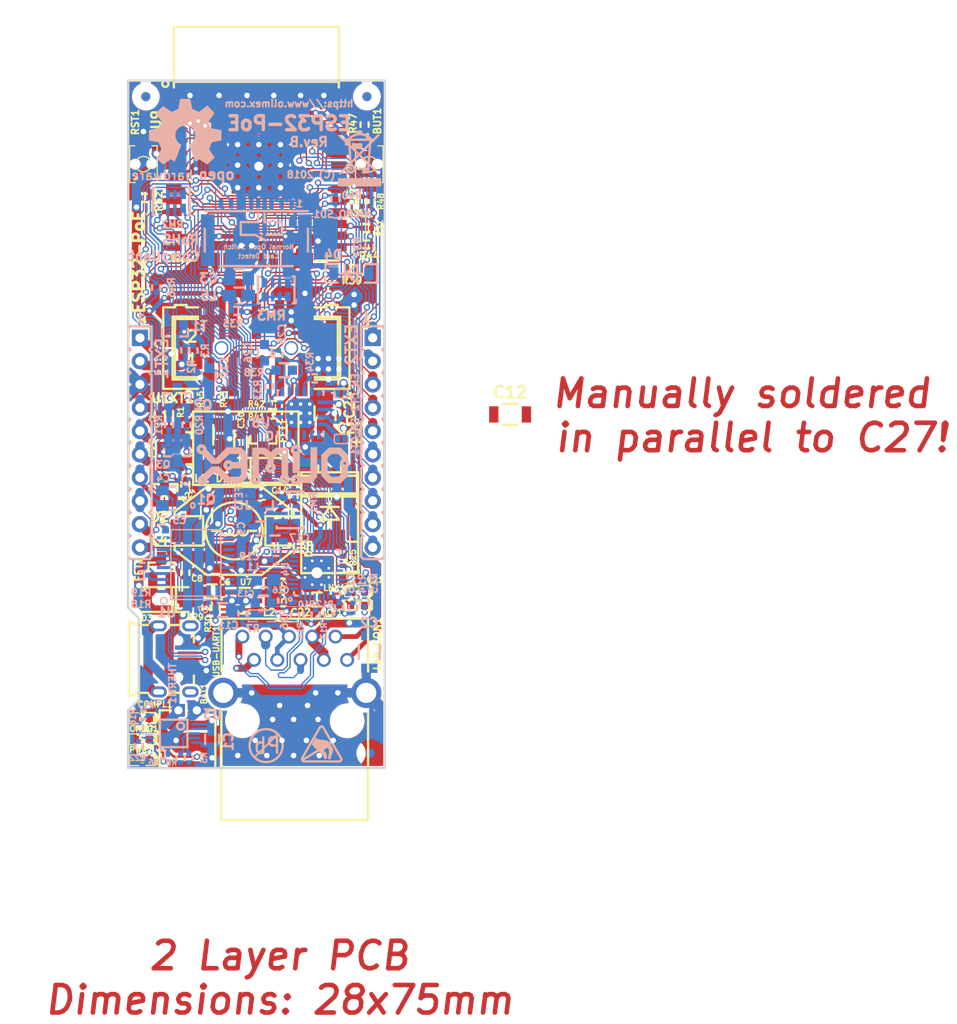
<source format=kicad_pcb>
(kicad_pcb (version 20221018) (generator pcbnew)
  (title_block (title "ESP-PoE") (date "2018-08-03") (rev "B2") (company "OLIMEX Ltd.") (comment 1 "https://www.olimex.com"))
  (layers (0 "F.Cu" mixed) (31 "B.Cu" mixed) (34 "B.Paste" user) (35 "F.Paste" user) (36 "B.SilkS" user "B.Silkscreen") (37 "F.SilkS" user "F.Silkscreen") (38 "B.Mask" user) (39 "F.Mask" user) (44 "Edge.Cuts" user))
  (net 0 "")
  (net 1 "+5V")
  (net 2 "GND")
  (net 3 "Net-(BAT1-Pad1)")
  (net 4 "Net-(BUT1-Pad2)")
  (net 5 "/GPI34/BUT1")
  (net 6 "+3V3")
  (net 7 "Net-(C11-Pad1)")
  (net 8 "/GPIO3/U0RXD")
  (net 9 "/ESP_EN")
  (net 10 "/GPIO25/EMAC_RXD0(RMII)")
  (net 11 "/GPIO19/EMAC_TXD0(RMII)")
  (net 12 "/GPIO26/EMAC_RXD1(RMII)")
  (net 13 "/GPIO1/U0TXD")
  (net 14 "Net-(L2-Pad1)")
  (net 15 "Net-(Q2-Pad1)")
  (net 16 "/STAT2")
  (net 17 "/STAT1")
  (net 18 "/#PG(#TE)")
  (net 19 "Net-(R19-Pad1)")
  (net 20 "/GPIO22/EMAC_TXD1(RMII)")
  (net 21 "/GPIO21/EMAC_TX_EN(RMII)")
  (net 22 "Net-(MICRO_SD1-Pad5)")
  (net 23 "/GPI36/U1RXD")
  (net 24 "/GPIO23/MDC(RMII)")
  (net 25 "/GPIO27/EMAC_RX_CRS_DV")
  (net 26 "/GPIO4/U1TXD")
  (net 27 "/GPIO2/HS2_DATA0")
  (net 28 "/GPIO13/I2C-SDA")
  (net 29 "/GPIO14/HS2_CLK")
  (net 30 "/GPIO15/HS2_CMD")
  (net 31 "/GPIO16/I2C-SCL")
  (net 32 "/GPIO18/MDIO(RMII)")
  (net 33 "/+5V_USB")
  (net 34 "Net-(MICRO_SD1-Pad1)")
  (net 35 "Net-(MICRO_SD1-Pad2)")
  (net 36 "Net-(MICRO_SD1-Pad8)")
  (net 37 "Net-(U4-Pad4)")
  (net 38 "Net-(U4-Pad14)")
  (net 39 "Net-(U4-Pad18)")
  (net 40 "Net-(U4-Pad20)")
  (net 41 "Net-(U4-Pad26)")
  (net 42 "Net-(USB-UART1-Pad4)")
  (net 43 "Net-(MICRO_SD1-Pad7)")
  (net 44 "/D_Com")
  (net 45 "Earth")
  (net 46 "+5VP")
  (net 47 "Net-(C26-Pad1)")
  (net 48 "Net-(EN_CT1-Pad1)")
  (net 49 "Spare1")
  (net 50 "Spare2")
  (net 51 "Net-(EN_CT2-Pad1)")
  (net 52 "/GPIO33")
  (net 53 "/GPIO32")
  (net 54 "/GPI39")
  (net 55 "Net-(FID1-PadFid1)")
  (net 56 "Net-(FID2-PadFid1)")
  (net 57 "Net-(FID3-PadFid1)")
  (net 58 "Net-(LAN_CON1-Pad6)")
  (net 59 "Net-(LAN_CON1-Pad3)")
  (net 60 "Net-(LAN_CON1-Pad2)")
  (net 61 "Net-(LAN_CON1-Pad1)")
  (net 62 "Net-(MICRO_SD1-PadCD1)")
  (net 63 "Net-(C2-Pad2)")
  (net 64 "Net-(C4-Pad1)")
  (net 65 "Net-(C5-Pad1)")
  (net 66 "Net-(C21-Pad2)")
  (net 67 "Net-(C25-Pad1)")
  (net 68 "Net-(C29-Pad2)")
  (net 69 "Net-(D4-Pad1)")
  (net 70 "Net-(D5-Pad2)")
  (net 71 "Net-(Q2-Pad2)")
  (net 72 "Net-(Q3-Pad3)")
  (net 73 "Net-(Q3-Pad2)")
  (net 74 "Net-(Q3-Pad1)")
  (net 75 "Net-(R6-Pad1)")
  (net 76 "Net-(R16-Pad1)")
  (net 77 "Net-(R16-Pad2)")
  (net 78 "Net-(R18-Pad1)")
  (net 79 "Net-(R26-Pad1)")
  (net 80 "Net-(R29-Pad1)")
  (net 81 "Net-(R33-Pad2)")
  (net 82 "Net-(R34-Pad2)")
  (net 83 "Net-(R38-Pad1)")
  (net 84 "Net-(R41-Pad2)")
  (net 85 "Net-(U1-Pad17)")
  (net 86 "Net-(U1-Pad14)")
  (net 87 "Net-(U1-Pad13)")
  (net 88 "Net-(U1-Pad12)")
  (net 89 "Net-(U1-Pad11)")
  (net 90 "Net-(U1-Pad7)")
  (net 91 "Net-(U1-Pad6)")
  (net 92 "Net-(U8-Pad17)")
  (net 93 "Net-(U8-Pad16)")
  (net 94 "Net-(U8-Pad15)")
  (net 95 "Net-(U8-Pad5)")
  (net 96 "Net-(U8-Pad4)")
  (net 97 "Net-(U8-Pad2)")
  (net 98 "Net-(U9-Pad32)")
  (net 99 "Net-(C6-Pad1)")
  (net 100 "+3.3VLAN")
  (net 101 "Net-(C13-Pad1)")
  (net 102 "Net-(C17-Pad1)")
  (net 103 "/GPIO0")
  (net 104 "/GPIO5/SPI_CS")
  (net 105 "/GPI35")
  (net 106 "Net-(RM1-Pad3.2)")
  (net 107 "Net-(RM1-Pad2.2)")
  (net 108 "Net-(RM1-Pad4.2)")
  (net 109 "/GPIO17/EMAC_CLK_OUT_180")
  (net 110 "Net-(U9-Pad22)")
  (net 111 "Net-(U9-Pad21)")
  (net 112 "Net-(U9-Pad20)")
  (net 113 "Net-(U9-Pad19)")
  (net 114 "Net-(U9-Pad18)")
  (net 115 "Net-(U9-Pad17)")
  (net 116 "/GPIO12/PHY_PWR")
  (net 117 "Net-(FID4-PadFid1)")
  (net 118 "Net-(FID5-PadFid1)")
  (net 119 "Net-(FID6-PadFid1)")
  (net 120 "Net-(ACT1-Pad2)")
  (net 121 "Net-(ACT1-Pad1)")
  (net 122 "Net-(LNK1-Pad1)")
  (net 123 "Net-(LNK1-Pad2)")
  (net 124 "Net-(C3-Pad1)")
  (net 125 "Net-(RM1-Pad1.2)")
  (net 126 "Net-(CHRG1-Pad1)")
  (net 127 "Net-(COMPL1-Pad1)")
  (net 128 "Net-(PWR1-Pad1)")
  (net 129 "Net-(C10-Pad2)")
  (net 130 "Net-(R3-Pad2)")
  (net 131 "Net-(USB-UART1-Pad0)")
  (net 132 "Net-(C12-Pad2)")
  (footprint "OLIMEX_LEDs-FP:LED_0603_KA" (layer "F.Cu") (at 91.694 164.719 180)
    (fp_text reference "COMPL1")
    (fp_text value "LED/GREEN/0603")
  )
  (footprint "OLIMEX_Other-FP:Fiducial1x3" (layer "F.Cu") (at 114.554 168.529 -90)
    (fp_text reference "FID3" hide)
    (fp_text value "Fiducial" hide)
  )
  (footprint "OLIMEX_Connectors-FP:GBH-254-SMT-10" (layer "F.Cu") (at 104.14 124.333)
    (fp_text reference "UEXT1")
    (fp_text value "B-V-10-LF(GBH254SMT-10)")
  )
  (footprint "OLIMEX_RLC-FP:C_0402_5MIL_DWS" (layer "F.Cu") (at 96.393 148.844 90)
    (fp_text reference "C8")
    (fp_text value "100nF/16V/10%/X7R/C0402")
  )
  (footprint "OLIMEX_Diodes-FP:SOT23-3" (layer "F.Cu") (at 94.107 139.827 -90)
    (fp_text reference "D2")
    (fp_text value "BAT54C(SOT23-3)")
  )
  (footprint "OLIMEX_LEDs-FP:LED_0603_KA" (layer "F.Cu") (at 91.694 167.005 180)
    (fp_text reference "CHRG1")
    (fp_text value "LED/YELLOW/0603")
  )
  (footprint "OLIMEX_Diodes-FP:SMA-KA" (layer "F.Cu") (at 94.234 151.765 180)
    (fp_text reference "D3")
    (fp_text value "1N5822/SS34/SMA")
  )
  (footprint "OLIMEX_RLC-FP:C_1206_5MIL_DWS" (layer "F.Cu") (at 111.633 131.445 90)
    (fp_text reference "C24")
    (fp_text value "100nF/100V/20%/C1206")
  )
  (footprint "OLIMEX_RLC-FP:R_0402_5MIL_DWS" (layer "F.Cu") (at 106.045 131.572)
    (fp_text reference "R41")
    (fp_text value "1k/1%/R0402")
  )
  (footprint "OLIMEX_RLC-FP:R_0402_5MIL_DWS" (layer "F.Cu") (at 106.045 130.556 180)
    (fp_text reference "R42")
    (fp_text value "3.01k/1%/R0402")
  )
  (footprint "OLIMEX_RLC-FP:DBS135" (layer "F.Cu") (at 101.727 144.272 180)
    (fp_text reference "L4")
    (fp_text value "33uH/2.1A/DCR=0.1R/20%/DBS135(PD3316MT330)")
  )
  (footprint "OLIMEX_Diodes-FP:DO214AB(SMC)_1(K)-2(A)" (layer "F.Cu") (at 112.141 141.859 -90)
    (fp_text reference "D5")
    (fp_text value "SS510/100V/5A/0.85V/DO214AB(SMC)")
  )
  (footprint "OLIMEX_Connectors-FP:LIPO_BAT-CON2DW02R" (layer "F.Cu") (at 96.647 167.005)
    (fp_text reference "BAT1")
    (fp_text value "DW02R")
  )
  (footprint "OLIMEX_Transistors-FP:SOT23" (layer "F.Cu") (at 93.7895 148.37156 -90)
    (fp_text reference "FET2")
    (fp_text value "WPM2015-3/TR")
  )
  (footprint "OLIMEX_RLC-FP:R_0402_5MIL_DWS" (layer "F.Cu") (at 99.695 152.654 90)
    (fp_text reference "R30")
    (fp_text value "1.1k/1%/R0402")
  )
  (footprint "OLIMEX_RLC-FP:C_0603_5MIL_DWS" (layer "F.Cu") (at 110.744 151.765)
    (fp_text reference "C22")
    (fp_text value "22uF/6.3V/20%/X5R/C0603")
  )
  (footprint "OLIMEX_RLC-FP:R_0402_5MIL_DWS" (layer "F.Cu") (at 98.679 152.654 90)
    (fp_text reference "R29")
    (fp_text value "4.99k/1%/R0402")
  )
  (footprint "OLIMEX_RLC-FP:C_0603_5MIL_DWS" (layer "F.Cu") (at 99.314 150.876 180)
    (fp_text reference "C6")
    (fp_text value "22uF/6.3V/20%/X5R/C0603")
  )
  (footprint "OLIMEX_Regulators-FP:SOT-23-5" (layer "F.Cu") (at 102.87 151.892)
    (fp_text reference "U7")
    (fp_text value "SY8089AAAC(SOT23-5)")
  )
  (footprint "OLIMEX_Connectors-FP:RJP-003TC1(LPJ4112CNL)" (layer "F.Cu") (at 108.331 164.846)
    (fp_text reference "LAN_CON1")
    (fp_text value "RJP-003TC1(LPJ4112CNL)")
  )
  (footprint "OLIMEX_Connectors-FP:USB-MICRO_MISB-SWMM-5B_LF" (layer "F.Cu") (at 93.726 158.242 180)
    (fp_text reference "USB-UART1")
    (fp_text value "MISB-SWMM-5B-LF(USB_MICRO)")
  )
  (footprint "OLIMEX_LEDs-FP:LED_0603_KA" (layer "F.Cu") (at 115.189 152.4 180)
    (fp_text reference "ACT1")
    (fp_text value "LED/YELLOW/0603")
  )
  (footprint "OLIMEX_LEDs-FP:LED_0603_KA" (layer "F.Cu") (at 115.189 150.876 180)
    (fp_text reference "LNK1")
    (fp_text value "LED/GREEN/0603")
  )
  (footprint "OLIMEX_Cases-FP:ESP-WROOM-32_MODULE" (layer "F.Cu") (at 104.14 102.035)
    (fp_text reference "U9")
    (fp_text value "ESP-WROOM-32")
  )
  (footprint "OLIMEX_RLC-FP:CPOL-RM2.5mm_6.3x11mm_SMD" (layer "F.Cu") (at 112.141 135.382 180)
    (fp_text reference "C27")
    (fp_text value "15uF/100V/20%/RM2.5/6.3x11mm(Farnell:1281844 )")
  )
  (footprint "OLIMEX_RLC-FP:R_0402_5MIL_DWS" (layer "F.Cu") (at 94.615 131.445 90)
    (fp_text reference "R1")
    (fp_text value "10k/R0402")
  )
  (footprint "OLIMEX_RLC-FP:R_1206_5MIL_DWS" (layer "F.Cu") (at 98.298 133.477 -90)
    (fp_text reference "R45")
    (fp_text value "220R/5%/0.25W/R1206")
  )
  (footprint "OLIMEX_RLC-FP:R_1206_5MIL_DWS" (layer "F.Cu") (at 100.584 134.112 -90)
    (fp_text reference "R43")
    (fp_text value "220R/5%/0.25W/R1206")
  )
  (footprint "OLIMEX_RLC-FP:C_0402_5MIL_DWS" (layer "F.Cu") (at 108.204 140.462 90)
    (fp_text reference "C14")
    (fp_text value "100nF/16V/10%/X7R/C0402")
  )
  (footprint "OLIMEX_LEDs-FP:LED_0603_KA" (layer "F.Cu") (at 91.694 169.291 180)
    (fp_text reference "PWR1")
    (fp_text value "LED/RED/0603")
  )
  (footprint "OLIMEX_RLC-FP:CPOL-RM3.5mm_8.0x11.5mm_SMD" (layer "F.Cu") (at 94.742 135.255 -90)
    (fp_text reference "C29")
    (fp_text value "680uF/10V/20%/105C/RM3.5/8x11.5mm")
  )
  (footprint "OLIMEX_RLC-FP:R_0402_5MIL_DWS" (layer "F.Cu") (at 113.538 147.574 90)
    (fp_text reference "R25")
    (fp_text value "10k/R0402")
  )
  (footprint "OLIMEX_RLC-FP:C_0603_5MIL_DWS" (layer "F.Cu") (at 114.554 149.479 180)
    (fp_text reference "C21")
    (fp_text value "NA(10uF/6.3V/20%/X5R/C0603)")
  )
  (footprint "OLIMEX_RLC-FP:R_0402_5MIL_DWS" (layer "F.Cu") (at 96.393 139.192 -90)
    (fp_text reference "R24")
    (fp_text value "220R/R0402")
  )
  (footprint "OLIMEX_Other-FP:Fiducial1x3" (layer "F.Cu") (at 116.205 96.901 -90)
    (fp_text reference "FID2" hide)
    (fp_text value "Fiducial" hide)
  )
  (footprint "OLIMEX_Other-FP:Fiducial1x3" (layer "F.Cu") (at 92.075 96.901 -90)
    (fp_text reference "FID1" hide)
    (fp_text value "Fiducial" hide)
  )
  (footprint "OLIMEX_RLC-FP:R_0402_5MIL_DWS" (layer "F.Cu") (at 116.586 108.331 90)
    (fp_text reference "R48")
    (fp_text value "10k/R0402")
  )
  (footprint "OLIMEX_Buttons-FP:IT1185AU2_V2" (layer "F.Cu") (at 91.821 104.267 90)
    (fp_text reference "RST1")
    (fp_text value "IT1185AU2")
  )
  (footprint "OLIMEX_RLC-FP:R_0402_5MIL_DWS" (layer "F.Cu") (at 115.951 99.949 90)
    (fp_text reference "R47")
    (fp_text value "220R/R0402")
  )
  (footprint "OLIMEX_RLC-FP:R_0402_5MIL_DWS" (layer "F.Cu") (at 115.697 108.331 -90)
    (fp_text reference "R49")
    (fp_text value "NA/R0402")
  )
  (footprint "OLIMEX_RLC-FP:R_0402_5MIL_DWS" (layer "F.Cu") (at 114.554 115.697 180)
    (fp_text reference "R39")
    (fp_text value "10k/R0402")
  )
  (footprint "OLIMEX_RLC-FP:R_0402_5MIL_DWS" (layer "F.Cu") (at 116.205 110.363 180)
    (fp_text reference "R36")
    (fp_text value "10k/R0402")
  )
  (footprint "OLIMEX_RLC-FP:R_0402_5MIL_DWS" (layer "F.Cu") (at 91.948 107.95)
    (fp_text reference "R32")
    (fp_text value "1k/R0402")
  )
  (footprint "OLIMEX_RLC-FP:R_0402_5MIL_DWS" (layer "F.Cu") (at 116.205 111.252 180)
    (fp_text reference "R31")
    (fp_text value "2.2k/R0402")
  )
  (footprint "OLIMEX_Buttons-FP:IT1185AU2_V2" (layer "F.Cu") (at 116.459 104.267 90)
    (fp_text reference "BUT1")
    (fp_text value "IT1185AU2")
  )
  (footprint "OLIMEX_RLC-FP:R_0402_5MIL_DWS" (layer "F.Cu") (at 116.205 113.03)
    (fp_text reference "R44")
    (fp_text value "NA/R0402")
  )
  (footprint "OLIMEX_RLC-FP:L_0805_5MIL_DWS" (layer "F.Cu") (at 99.06 137.16)
    (fp_text reference "L6")
    (fp_text value "FB0805/600R/2A")
  )
  (footprint "OLIMEX_RLC-FP:C_0603_5MIL_DWS" (layer "F.Cu") (at 102.489 134.62 -90)
    (fp_text reference "C30")
    (fp_text value "22uF/6.3V/20%/X5R/C0603")
  )
  (footprint "OLIMEX_Transistors-FP:SOT23" (layer "F.Cu") (at 104.902 134.112 90)
    (fp_text reference "FET1")
    (fp_text value "WPM2015-3/TR")
  )
  (footprint "OLIMEX_Diodes-FP:SMA-KA" (layer "F.Cu") (at 104.648 137.668)
    (fp_text reference "D1")
    (fp_text value "1N5822/SS34/SMA")
  )
  (footprint "OLIMEX_RLC-FP:CD32" (layer "F.Cu") (at 107.061 151.003)
    (fp_text reference "L2")
    (fp_text value "2.2uH/1.5A/DCR<0.1R/CD32")
  )
  (footprint "OLIMEX_RLC-FP:C_1206_5MIL_DWS_ISO" (layer "F.Cu") (at 131.826 131.572 180)
    (fp_text reference "C12")
    (fp_text value "2.2uF/100V/20%/X7R/C01206")
  )
  (footprint "OLIMEX_RLC-FP:L_0805_5MIL_DWS" (layer "B.Cu") (at 102.235 118.618)
    (fp_text reference "L5")
    (fp_text value "FB0805/600R/2A")
  )
  (footprint "OLIMEX_Connectors-FP:HN1x10" (layer "B.Cu") (at 116.84 134.65 -90)
    (fp_text reference "EXT2")
    (fp_text value "NS(HN1x10)")
  )
  (footprint "OLIMEX_Transistors-FP:SOT23" (layer "B.Cu") (at 95.25 122.428 90)
    (fp_text reference "T1")
    (fp_text value "DTC114YKA(SOT-23)")
  )
  (footprint "OLIMEX_RLC-FP:R_0402_5MIL_DWS" (layer "B.Cu") (at 91.694 149.098 180)
    (fp_text reference "R18")
    (fp_text value "220R/R0402")
  )
  (footprint "OLIMEX_RLC-FP:R_0402_5MIL_DWS" (layer "B.Cu") (at 91.694 148.209 180)
    (fp_text reference "R19")
    (fp_text value "220R/R0402")
  )
  (footprint "OLIMEX_RLC-FP:R_0402_5MIL_DWS" (layer "B.Cu") (at 96.393 124.587 90)
    (fp_text reference "R2")
    (fp_text value "10k/R0402")
  )
  (footprint "OLIMEX_RLC-FP:R_0402_5MIL_DWS" (layer "B.Cu") (at 96.774 169.037 90)
    (fp_text reference "R5")
    (fp_text value "2.2k/R0402")
  )
  (footprint "OLIMEX_RLC-FP:R_0402_5MIL_DWS" (layer "B.Cu") (at 95.885 169.037 90)
    (fp_text reference "R8")
    (fp_text value "2.2k/R0402")
  )
  (footprint "OLIMEX_RLC-FP:R_0402_5MIL_DWS" (layer "B.Cu") (at 96.52 132.715 90)
    (fp_text reference "R20")
    (fp_text value "1k/R0402")
  )
  (footprint "OLIMEX_RLC-FP:R_0402_5MIL_DWS" (layer "B.Cu") (at 94.615 132.715 -90)
    (fp_text reference "R21")
    (fp_text value "1k/R0402")
  )
  (footprint "OLIMEX_Transistors-FP:SOT23" (layer "B.Cu") (at 95.504 129.921 -90)
    (fp_text reference "Q2")
    (fp_text value "BC817-40(SOT23)")
  )
  (footprint "OLIMEX_IC-FP:QFN32_EP(33)_5.00x5.00x0.90mm_Pitch_0.50mm" (layer "B.Cu") (at 110.744 148.844 90)
    (fp_text reference "U4")
    (fp_text value "LAN8710A-EZC(QFN32)")
  )
  (footprint "OLIMEX_Other-FP:Fiducial1x3" (layer "B.Cu") (at 116.586 168.529 -90)
    (fp_text reference "FID6" hide)
    (fp_text value "Fiducial" hide)
  )
  (footprint "OLIMEX_IC-FP:QFN-20_5x5mm(Si3402-B-GM)" (layer "B.Cu") (at 108.966 131.445)
    (fp_text reference "U8")
    (fp_text value "Si3402-B-GM(QFN-20_5x5mm)")
  )
  (footprint "OLIMEX_RLC-FP:C_0603_5MIL_DWS" (layer "B.Cu") (at 105.029 124.841 90)
    (fp_text reference "C26")
    (fp_text value "1nF/50V/10%/X7R/C0603")
  )
  (footprint "OLIMEX_Jumpers-FP:SJ_1_SMALLER" (layer "B.Cu") (at 113.411 129.286 180)
    (fp_text reference "EN_CT2")
    (fp_text value "Soldered" hide)
  )
  (footprint "OLIMEX_RLC-FP:R_0402_5MIL_DWS" (layer "B.Cu") (at 110.49 127.635 180)
    (fp_text reference "R34")
    (fp_text value "NA(49.9R/1%/R0402)")
  )
  (footprint "OLIMEX_Jumpers-FP:SJ_1_SMALLER" (layer "B.Cu") (at 113.411 134.239)
    (fp_text reference "EN_CT1")
    (fp_text value "Soldered" hide)
  )
  (footprint "OLIMEX_RLC-FP:R_0402_5MIL_DWS" (layer "B.Cu") (at 105.537 128.524 -90)
    (fp_text reference "R33")
    (fp_text value "47k/R0402")
  )
  (footprint "OLIMEX_RLC-FP:R_0402_5MIL_DWS" (layer "B.Cu") (at 93.98 168.656)
    (fp_text reference "R6")
    (fp_text value "2.2k/R0402")
  )
  (footprint "OLIMEX_RLC-FP:R_MATRIX_4" (layer "B.Cu") (at 107.823 141.986 90)
    (fp_text reference "RM1")
    (fp_text value "RA1206_(4X0603)_4B8_2.2k")
  )
  (footprint "OLIMEX_RLC-FP:R_0603_5MIL_DWS" (layer "B.Cu") (at 107.188 126.746 180)
    (fp_text reference "R38")
    (fp_text value "25.5k/1%/R0603")
  )
  (footprint "OLIMEX_LOGOs-FP:LOGO_ANTISTATIC_SMALL_4.5mmX2.8mm" (layer "B.Cu") (at 111.252 167.513 180)
    (fp_text reference "Ref**")
    (fp_text value "Val**")
  )
  (footprint "OLIMEX_LOGOs-FP:LOGO_PBFREE" (layer "B.Cu") (at 105.41 167.386)
    (fp_text reference "")
    (fp_text value "")
  )
  (footprint "OLIMEX_LOGOs-FP:LOGO_RECYCLEBIN_1" (layer "B.Cu") (at 117.729 106.68 180)
    (fp_text reference "" hide)
    (fp_text value "" hide)
  )
  (footprint "OLIMEX_LOGOs-FP:OLIMEX_LOGO_TB" (layer "B.Cu") (at 105.791 137.033 180)
    (fp_text reference "" hide)
    (fp_text value "" hide)
  )
  (footprint "OLIMEX_RLC-FP:R_0402_5MIL_DWS" (layer "B.Cu") (at 91.313 167.767 90)
    (fp_text reference "R22")
    (fp_text value "2.2k/R0402")
  )
  (footprint "OLIMEX_RLC-FP:C_0402_5MIL_DWS" (layer "B.Cu") (at 106.553 125.095 90)
    (fp_text reference "C25")
    (fp_text value "100nF/16V/10%/X7R/C0402")
  )
  (footprint "OLIMEX_Diodes-FP:SOD-123_1C-2A_KA" (layer "B.Cu") (at 114.5 116.195)
    (fp_text reference "D4")
    (fp_text value "1N5819S4(SOD-123)")
  )
  (footprint "OLIMEX_RLC-FP:R_0402_5MIL_DWS" (layer "B.Cu") (at 116.459 113.284 -90)
    (fp_text reference "R37")
    (fp_text value "10k/R0402")
  )
  (footprint "OLIMEX_Connectors-FP:uSD(TFC-9P-1.xH(ATFFS150A01BR016))" (layer "B.Cu") (at 104.14 111.887)
    (fp_text reference "MICRO_SD1")
    (fp_text value "TFC-9P-1.7H(ATFFS150A01BR016)")
  )
  (footprint "OLIMEX_RLC-FP:R_0402_5MIL_DWS" (layer "B.Cu") (at 112.776 108.077 90)
    (fp_text reference "R40")
    (fp_text value "10R/R0402")
  )
  (footprint "OLIMEX_Other-FP:Fiducial1x3" (layer "B.Cu") (at 116.205 96.901 -90)
    (fp_text reference "FID5" hide)
    (fp_text value "Fiducial" hide)
  )
  (footprint "OLIMEX_Other-FP:Fiducial1x3" (layer "B.Cu") (at 92.075 96.901 -90)
    (fp_text reference "FID4" hide)
    (fp_text value "Fiducial" hide)
  )
  (footprint "OLIMEX_RLC-FP:R_MATRIX_4" (layer "B.Cu") (at 106.299 117.983)
    (fp_text reference "RM3")
    (fp_text value "RA1206_(4X0603)_4B8_2.2k")
  )
  (footprint "OLIMEX_RLC-FP:C_0805_5MIL_DWS" (layer "B.Cu") (at 102.235 116.713 180)
    (fp_text reference "C3")
    (fp_text value "47uF/6.3V/20%/X5R/C0805")
  )
  (footprint "OLIMEX_RLC-FP:C_0603_5MIL_DWS" (layer "B.Cu") (at 98.9584 127.4064 90)
    (fp_text reference "C10")
    (fp_text value "22uF/6.3V/20%/X5R/C0603")
  )
  (footprint "OLIMEX_RLC-FP:R_0402_5MIL_DWS" (layer "B.Cu") (at 101.981 120.269)
    (fp_text reference "R35")
    (fp_text value "2.2k/R0402")
  )
  (footprint "OLIMEX_LOGOs-FP:LOGO_OPENHARDWARE_8x8" (layer "B.Cu") (at 96.393 101.219 180)
    (fp_text reference "" hide)
    (fp_text value "" hide)
  )
  (footprint "OLIMEX_RLC-FP:R_MATRIX_4" (layer "B.Cu") (at 94.869 108.331)
    (fp_text reference "RM2")
    (fp_text value "RA1206_(4X0603)_4B8_2.2k")
  )
  (footprint "OLIMEX_RLC-FP:R_0402_5MIL_DWS" (layer "B.Cu") (at 93.218 117.729 90)
    (fp_text reference "R46")
    (fp_text value "220R/R0402")
  )
  (footprint "OLIMEX_Connectors-FP:HN1x10" (layer "B.Cu") (at 91.44 134.65 -90)
    (fp_text reference "EXT1")
    (fp_text value "NS(HN1x10)")
  )
  (footprint "OLIMEX_RLC-FP:R_0402_5MIL_DWS" (layer "B.Cu") (at 97.282 124.587 -90)
    (fp_text reference "R3")
    (fp_text value "1k/R0402")
  )
  (footprint "OLIMEX_Transistors-FP:SOT23" (layer "B.Cu") (at 104.521 141.224 90)
    (fp_text reference "FET3")
    (fp_text value "WPM2015-3/TR")
  )
  (footprint "OLIMEX_Transistors-FP:SOT23" (layer "B.Cu") (at 95.504 135.509 90)
    (fp_text reference "Q3")
    (fp_text value "BC817-40(SOT23)")
  )
  (footprint "OLIMEX_RLC-FP:C_0402_5MIL_DWS" (layer "B.Cu") (at 96.266 138.684 180)
    (fp_text reference "C4")
    (fp_text value "27pF/50V/5%/C0G/C0402")
  )
  (footprint "OLIMEX_Crystal-FP:TSX-3.2x2.5mm_GND(3)" (layer "B.Cu") (at 94.996 140.716 180)
    (fp_text reference "Q1")
    (fp_text value "Q12MHz/20pF/10ppm/4P/3.2x2.5mm")
  )
  (footprint "OLIMEX_RLC-FP:C_0402_5MIL_DWS" (layer "B.Cu") (at 93.853 143.129 180)
    (fp_text reference "C5")
    (fp_text value "27pF/50V/5%/C0G/C0402")
  )
  (footprint "OLIMEX_RLC-FP:C_0603_5MIL_DWS" (layer "B.Cu") (at 104.648 144.018)
    (fp_text reference "C9")
    (fp_text value "22uF/6.3V/20%/X5R/C0603")
  )
  (footprint "OLIMEX_RLC-FP:R_0402_5MIL_DWS" (layer "B.Cu") (at 115.951 152.019 90)
    (fp_text reference "R15")
    (fp_text value "2.2k/R0402")
  )
  (footprint "OLIMEX_RLC-FP:R_0402_5MIL_DWS" (layer "B.Cu") (at 114.681 152.654 90)
    (fp_text reference "R14")
    (fp_text value "2.2k/R0402")
  )
  (footprint "OLIMEX_RLC-FP:C_0402_5MIL_DWS" (layer "B.Cu") (at 113.157 152.654 90)
    (fp_text reference "C15")
    (fp_text value "100nF/16V/10%/X7R/C0402")
  )
  (footprint "OLIMEX_RLC-FP:C_1206_5MIL_DWS_ISO" (layer "B.Cu") (at 116.459 157.48 -90)
    (fp_text reference "C2")
    (fp_text value "1nF/2000V/10%/X7R/C1206")
  )
  (footprint "OLIMEX_RLC-FP:R_0402_5MIL_DWS" (layer "B.Cu") (at 112.014 153.416 90)
    (fp_text reference "R12")
    (fp_text value "49.9R/1%/R0402")
  )
  (footprint "OLIMEX_RLC-FP:R_0402_5MIL_DWS" (layer "B.Cu") (at 110.617 153.416 90)
    (fp_text reference "R13")
    (fp_text value "49.9R/1%/R0402")
  )
  (footprint "OLIMEX_RLC-FP:R_0402_5MIL_DWS" (layer "B.Cu") (at 109.728 153.416 90)
    (fp_text reference "R10")
    (fp_text value "49.9R/1%/R0402")
  )
  (footprint "OLIMEX_RLC-FP:R_0402_5MIL_DWS" (layer "B.Cu") (at 108.331 153.416 90)
    (fp_text reference "R11")
    (fp_text value "49.9R/1%/R0402")
  )
  (footprint "OLIMEX_RLC-FP:C_0402_5MIL_DWS" (layer "B.Cu") (at 105.029 150.876 180)
    (fp_text reference "C16")
    (fp_text value "100nF/16V/10%/X7R/C0402")
  )
  (footprint "OLIMEX_RLC-FP:R_0402_5MIL_DWS" (layer "B.Cu") (at 106.934 151.892 -90)
    (fp_text reference "R26")
    (fp_text value "12.1k/1%/R0402")
  )
  (footprint "OLIMEX_RLC-FP:C_0603_5MIL_DWS" (layer "B.Cu") (at 104.902 152.146 180)
    (fp_text reference "C13")
    (fp_text value "22uF/6.3V/20%/X5R/C0603")
  )
  (footprint "OLIMEX_RLC-FP:C_0402_5MIL_DWS" (layer "B.Cu") (at 102.616 153.289 90)
    (fp_text reference "C11")
    (fp_text value "100nF/16V/10%/X7R/C0402")
  )
  (footprint "OLIMEX_RLC-FP:C_0603_5MIL_DWS" (layer "B.Cu") (at 100.457 152.908)
    (fp_text reference "C7")
    (fp_text value "22uF/6.3V/20%/X5R/C0603")
  )
  (footprint "OLIMEX_RLC-FP:C_0402_5MIL_DWS" (layer "B.Cu") (at 106.299 147.447 180)
    (fp_text reference "C18")
    (fp_text value "100nF/16V/10%/X7R/C0402")
  )
  (footprint "OLIMEX_RLC-FP:C_0603_5MIL_DWS" (layer "B.Cu") (at 106.172 145.542 180)
    (fp_text reference "C17")
    (fp_text value "2.2uF/6.3V/10%/X5R/C0603")
  )
  (footprint "OLIMEX_RLC-FP:L_0805_5MIL_DWS" (layer "B.Cu") (at 105.029 149.606)
    (fp_text reference "L1")
    (fp_text value "FB0805/600R/2A")
  )
  (footprint "OLIMEX_IC-FP:SSOP-20W" (layer "B.Cu") (at 97.536 147.955 90)
    (fp_text reference "U1")
    (fp_text value "CH340T(SSOP20W)")
  )
  (footprint "OLIMEX_Other-FP:TESTPAD_40-ROUND" (layer "B.Cu") (at 93.599 163.83)
    (fp_text reference "THERM1")
    (fp_text value "TESTPAD" hide)
  )
  (footprint "OLIMEX_RLC-FP:R_0402_5MIL_DWS" (layer "B.Cu") (at 91.821 164.338 180)
    (fp_text reference "R17")
    (fp_text value "10k/R0402")
  )
  (footprint "OLIMEX_RLC-FP:R_0402_5MIL_DWS" (layer "B.Cu") (at 91.313 165.735 90)
    (fp_text reference "R16")
    (fp_text value "1k/R0402")
  )
  (footprint "OLIMEX_IC-FP:MSOP-10_Pitch-0.5mm_3.00x3.00x1.00mm" (layer "B.Cu") (at 95.123 166.37 -90)
    (fp_text reference "U3")
    (fp_text value "MCP73833(MSOP10)")
  )
  (footprint "OLIMEX_RLC-FP:C_0603_5MIL_DWS" (layer "B.Cu") (at 99.314 167.005 -90)
    (fp_text reference "C1")
    (fp_text value "22uF/6.3V/20%/X5R/C0603")
  )
  (footprint "OLIMEX_RLC-FP:0R_0603" (layer "B.Cu") (at 104.775 153.543 180)
    (fp_text reference "R7")
    (fp_text value "0R(board_mounted)")
  )
  (gr_line (start 118.15 170.15) (end 118.15 95.15) (stroke (width 0.254)) (layer "Edge.Cuts"))
  (gr_line (start 90.15 170.15) (end 118.15 170.15) (stroke (width 0.254)) (layer "Edge.Cuts"))
  (gr_line (start 90.15 152.654) (end 91.313 153.797) (stroke (width 0.254)) (layer "Edge.Cuts"))
  (gr_line (start 91.313 162.687) (end 90.15 163.83) (stroke (width 0.254)) (layer "Edge.Cuts"))
  (gr_line (start 91.313 153.797) (end 91.313 162.687) (stroke (width 0.254)) (layer "Edge.Cuts"))
  (gr_line (start 90.15 152.654) (end 90.15 95.15) (stroke (width 0.254)) (layer "Edge.Cuts"))
  (gr_line (start 90.15 95.15) (end 118.15 95.15) (stroke (width 0.254)) (layer "Edge.Cuts"))
  (gr_line (start 90.15 163.83) (end 90.15 170.15) (stroke (width 0.254)) (layer "Edge.Cuts"))
  (gr_text "Manually soldered \nin parallel to C27!" (at 158.242 131.699) (layer "F.Cu") (effects (font (size 2.999999 2.999999) (thickness 0.5) italic)))
  (gr_text "2 Layer PCB\nDimensions: 28x75mm" (at 106.68 193.04) (layer "F.Cu") (effects (font (size 3 3) (thickness 0.5) italic)))
  (gr_text "Rev.B" (at 109.855 101.854) (layer "B.SilkS") (effects (font (size 1.016 1.016) (thickness 0.254)) (justify mirror)))
  (gr_text "1" (at 116.078 121.031) (layer "B.SilkS") (effects (font (size 1.016 1.016) (thickness 0.254)) (justify mirror)))
  (gr_text "https://www.olimex.com" (at 107.696 97.663) (layer "B.SilkS") (effects (font (size 0.762 0.762) (thickness 0.1905)) (justify mirror)))
  (gr_text "(C) 2018" (at 110.109 105.41) (layer "B.SilkS") (effects (font (size 0.762 0.762) (thickness 0.1905)) (justify mirror)))
  (gr_text "RoHS" (at 95.885 112.522) (layer "B.SilkS") (effects (font (size 1.016 1.016) (thickness 0.254)) (justify mirror)))
  (gr_text "ESP32-PoE" (at 107.696 99.822) (layer "B.SilkS") (effects (font (size 1.524 1.524) (thickness 0.381)) (justify mirror)))
  (gr_text "1" (at 108.839 108.585) (layer "B.SilkS") (effects (font (size 0.762 0.762) (thickness 0.1905)) (justify mirror)))
  (gr_text "Compliant" (at 94.107 114.3) (layer "B.SilkS") (effects (font (size 1.016 1.016) (thickness 0.254)) (justify mirror)))
  (gr_text "1" (at 91.44 121.031) (layer "B.SilkS") (effects (font (size 1.016 1.016) (thickness 0.254)) (justify mirror)))
  (gr_text "ESP32-PoE" (at 91.313 114.935 90) (layer "F.SilkS") (effects (font (size 1.27 1.27) (thickness 0.3048))))
  (gr_text "1" (at 116.332 121.539) (layer "F.SilkS") (effects (font (size 1.016 1.016) (thickness 0.254))))
  (gr_text "1" (at 91.948 121.539) (layer "F.SilkS") (effects (font (size 1.016 1.016) (thickness 0.254))))
  (segment (start 92.83954 150.65946) (end 92.83954 149.479) (width 1.016) (layer "F.Cu") (net 1))
  (segment (start 94.8436 124.968) (end 93.188 124.968) (width 1.016) (layer "F.Cu") (net 1))
  (segment (start 93.188 124.968) (end 91.44 123.22) (width 1.016) (layer "F.Cu") (net 1))
  (segment (start 95.377 153.416) (end 94.869 152.908) (width 1.016) (layer "F.Cu") (net 1))
  (segment (start 96.139 153.416) (end 95.377 153.416) (width 1.016) (layer "F.Cu") (net 1))
  (segment (start 90.932 164.719) (end 90.932 163.83) (width 0.254) (layer "F.Cu") (net 1))
  (segment (start 95.25 155.067) (end 94.615 155.702) (width 1.016) (layer "F.Cu") (net 1))
  (segment (start 94.869 152.908) (end 92.877 152.908) (width 1.016) (layer "F.Cu") (net 1))
  (segment (start 93.599 162.814) (end 91.948 162.814) (width 0.254) (layer "F.Cu") (net 1))
  (segment (start 99.314 164.973) (end 98.806 165.481) (width 1.016) (layer "F.Cu") (net 1))
  (segment (start 98.806 165.481) (end 94.869 165.481) (width 1.016) (layer "F.Cu") (net 1))
  (segment (start 98.933 139.7) (end 100.076 138.557) (width 1.016) (layer "F.Cu") (net 1))
  (segment (start 94.869 165.481) (end 94.107 164.719) (width 1.016) (layer "F.Cu") (net 1))
  (segment (start 100.076 138.557) (end 101.259 138.557) (width 1.016) (layer "F.Cu") (net 1))
  (segment (start 96.139 153.416) (end 95.25 153.416) (width 1.016) (layer "F.Cu") (net 1))
  (segment (start 95.25 153.416) (end 95.25 155.067) (width 1.016) (layer "F.Cu") (net 1))
  (segment (start 90.932 163.83) (end 91.948 162.814) (width 0.254) (layer "F.Cu") (net 1))
  (segment (start 94.107 163.83) (end 94.107 163.195) (width 1.016) (layer "F.Cu") (net 1))
  (segment (start 90.932 167.005) (end 90.932 164.719) (width 0.254) (layer "F.Cu") (net 1))
  (segment (start 102.362 137.668) (end 102.148 137.668) (width 1.016) (layer "F.Cu") (net 1))
  (segment (start 91.734 151.765) (end 92.83954 150.65946) (width 1.016) (layer "F.Cu") (net 1))
  (segment (start 94.615 160.782) (end 95.123 161.29) (width 1.016) (layer "F.Cu") (net 1))
  (segment (start 94.107 163.195) (end 93.98 163.195) (width 0.254) (layer "F.Cu") (net 1))
  (segment (start 95.123 162.179) (end 94.107 163.195) (width 0.762) (layer "F.Cu") (net 1))
  (segment (start 94.615 155.702) (end 94.615 160.782) (width 1.016) (layer "F.Cu") (net 1))
  (segment (start 93.98 163.195) (end 93.599 162.814) (width 0.254) (layer "F.Cu") (net 1))
  (segment (start 103.7082 133.24586) (end 103.7082 136.3218) (width 1.016) (layer "F.Cu") (net 1))
  (segment (start 92.877 152.908) (end 91.734 151.765) (width 1.016) (layer "F.Cu") (net 1))
  (segment (start 103.9495 133.00456) (end 103.7082 133.24586) (width 1.016) (layer "F.Cu") (net 1))
  (segment (start 90.932 169.291) (end 90.932 167.005) (width 0.254) (layer "F.Cu") (net 1))
  (segment (start 95.123 161.29) (end 95.123 162.179) (width 1.016) (layer "F.Cu") (net 1))
  (segment (start 103.7082 136.3218) (end 102.362 137.668) (width 1.016) (layer "F.Cu") (net 1))
  (segment (start 101.259 138.557) (end 102.148 137.668) (width 1.016) (layer "F.Cu") (net 1))
  (segment (start 94.107 164.719) (end 94.107 163.83) (width 1.016) (layer "F.Cu") (net 1))
  (via (at 98.933 139.7) (size 0.9) (drill 0.6) (layers "F.Cu" "B.Cu") (net 1))
  (via (at 96.139 153.416) (size 0.9) (drill 0.6) (layers "F.Cu" "B.Cu") (net 1))
  (via (at 99.314 164.973) (size 0.9) (drill 0.6) (layers "F.Cu" "B.Cu") (net 1))
  (via (at 94.8436 124.968) (size 0.9) (drill 0.6) (layers "F.Cu" "B.Cu") (net 1))
  (segment (start 97.79 138.811) (end 97.79 128.9558) (width 1.016) (layer "B.Cu") (net 1))
  (segment (start 96.647 152.908) (end 96.647 143.4592) (width 1.016) (layer "B.Cu") (net 1))
  (segment (start 97.523 165.87) (end 99.068 165.87) (width 0.254) (layer "B.Cu") (net 1))
  (segment (start 97.523 165.37) (end 99.203 165.37) (width 0.254) (layer "B.Cu") (net 1))
  (segment (start 99.068 165.87) (end 99.314 166.116) (width 0.254) (layer "B.Cu") (net 1))
  (segment (start 95.504 127.381) (end 94.8436 126.7206) (width 1.016) (layer "B.Cu") (net 1))
  (segment (start 97.4852 141.4018) (end 98.298 140.589) (width 1.016) (layer "B.Cu") (net 1))
  (segment (start 98.298 140.589) (end 98.298 139.319) (width 1.016) (layer "B.Cu") (net 1))
  (segment (start 96.139 153.416) (end 96.647 152.908) (width 1.016) (layer "B.Cu") (net 1))
  (segment (start 99.314 164.973) (end 99.314 165.481) (width 1.016) (layer "B.Cu") (net 1))
  (segment (start 97.79 128.9558) (end 96.2152 127.381) (width 1.016) (layer "B.Cu") (net 1))
  (segment (start 99.314 165.481) (end 99.314 166.116) (width 1.016) (layer "B.Cu") (net 1))
  (segment (start 96.647 143.4592) (end 97.4852 142.621) (width 1.016) (layer "B.Cu") (net 1))
  (segment (start 94.8436 126.7206) (end 94.8436 124.968) (width 1.016) (layer "B.Cu") (net 1))
  (segment (start 98.933 139.7) (end 98.552 139.319) (width 0.762) (layer "B.Cu") (net 1))
  (segment (start 97.4852 142.621) (end 97.4852 141.4018) (width 1.016) (layer "B.Cu") (net 1))
  (segment (start 99.203 165.37) (end 99.314 165.481) (width 0.254) (layer "B.Cu") (net 1))
  (segment (start 98.298 139.319) (end 97.79 138.811) (width 1.016) (layer "B.Cu") (net 1))
  (segment (start 96.2152 127.381) (end 95.504 127.381) (width 1.016) (layer "B.Cu") (net 1))
  (segment (start 98.552 139.319) (end 98.298 139.319) (width 0.762) (layer "B.Cu") (net 1))
  (segment (start 113.03 151.511) (end 111.887 151.511) (width 0.254) (layer "F.Cu") (net 2))
  (segment (start 111.887 151.511) (end 111.633 151.765) (width 0.254) (layer "F.Cu") (net 2))
  (segment (start 101.219 152.146) (end 101.473 151.892) (width 0.4064) (layer "F.Cu") (net 2))
  (segment (start 98.298 163.20262) (end 98.298 160.782) (width 0.508) (layer "F.Cu") (net 2))
  (segment (start 98.298 160.782) (end 98.679 160.401) (width 0.508) (layer "F.Cu") (net 2))
  (segment (start 98.679 160.401) (end 98.679 159.512) (width 0.508) (layer "F.Cu") (net 2))
  (segment (start 92.232 127.508) (end 95.758 127.508) (width 1.016) (layer "F.Cu") (net 2))
  (segment (start 98.552 135.128) (end 98.298 134.874) (width 1.016) (layer "F.Cu") (net 2))
  (segment (start 96.393 147.066) (end 96.393 148.336) (width 0.508) (layer "F.Cu") (net 2))
  (segment (start 102.997 145.034) (end 102.997 143.51) (width 1.016) (layer "F.Cu") (net 2))
  (segment (start 102.997 143.51) (end 105.029 141.478) (width 1.016) (layer "F.Cu") (net 2))
  (segment (start 105.537 141.478) (end 106.934 140.081) (width 1.016) (layer "F.Cu") (net 2))
  (segment (start 101.0412 131.2418) (end 100.076 131.2418) (width 1.016) (layer "F.Cu") (net 2))
  (segment (start 100.076 131.2418) (end 99.4918 130.6576) (width 1.016) (layer "F.Cu") (net 2))
  (segment (start 99.4918 130.6576) (end 95.758 130.6576) (width 1.016) (layer "F.Cu") (net 2))
  (segment (start 101.8032 131.2418) (end 102.489 130.556) (width 0.254) (layer "F.Cu") (net 2))
  (segment (start 102.489 130.556) (end 105.537 130.556) (width 0.254) (layer "F.Cu") (net 2))
  (segment (start 94.8944 130.6576) (end 95.758 130.6576) (width 0.254) (layer "F.Cu") (net 2))
  (segment (start 96.2914 127.508) (end 97.409 126.3904) (width 1.016) (layer "F.Cu") (net 2))
  (segment (start 97.409 126.3904) (end 97.409 124.079) (width 1.016) (layer "F.Cu") (net 2))
  (segment (start 99.06 122.682) (end 97.409 124.333) (width 1.016) (layer "F.Cu") (net 2))
  (segment (start 97.409 124.079) (end 97.409 124.333) (width 1.016) (layer "F.Cu") (net 2))
  (segment (start 96.266 122.936) (end 96.266 122.555) (width 0.508) (layer "F.Cu") (net 2))
  (segment (start 107.061 139.954) (end 108.204 139.954) (width 0.254) (layer "F.Cu") (net 2))
  (segment (start 98.806 169.545) (end 96.012 169.545) (width 0.254) (layer "F.Cu") (net 2))
  (segment (start 106.293 102.616) (end 108.077 102.616) (width 0.762) (layer "F.Cu") (net 2))
  (segment (start 104.411 104.498) (end 106.293 102.616) (width 0.762) (layer "F.Cu") (net 2))
  (segment (start 113.14 96.825) (end 113.089 96.774) (width 0.762) (layer "F.Cu") (net 2))
  (segment (start 113.089 96.774) (end 111.506 96.774) (width 0.762) (layer "F.Cu") (net 2))
  (segment (start 95.151 96.774) (end 96.901 96.774) (width 0.762) (layer "F.Cu") (net 2))
  (segment (start 95.14 96.785) (end 95.151 96.774) (width 0.762) (layer "F.Cu") (net 2))
  (segment (start 113.14 96.825) (end 113.716 96.825) (width 0.3048) (layer "F.Cu") (net 2))
  (segment (start 113.716 96.825) (end 115.824 98.933) (width 0.3048) (layer "F.Cu") (net 2))
  (segment (start 115.824 98.933) (end 115.824 99.314) (width 0.3048) (layer "F.Cu") (net 2))
  (segment (start 106.045 96.774) (end 108.966 96.774) (width 1.016) (layer "F.Cu") (net 2))
  (segment (start 100.076 96.774) (end 103.124 96.774) (width 1.016) (layer "F.Cu") (net 2))
  (segment (start 117.602 105.283) (end 117.602 107.823) (width 0.254) (layer "F.Cu") (net 2))
  (segment (start 117.475 105.156) (end 117.602 105.283) (width 0.254) (layer "F.Cu") (net 2))
  (segment (start 100.62 104.485) (end 100.33 104.775) (width 1.016) (layer "F.Cu") (net 2))
  (segment (start 100.33 104.775) (end 97.536 104.775) (width 1.016) (layer "F.Cu") (net 2))
  (segment (start 104.44 104.485) (end 100.62 104.485) (width 1.016) (layer "F.Cu") (net 2))
  (segment (start 115.189 105.156) (end 117.475 105.156) (width 0.4064) (layer "F.Cu") (net 2))
  (segment (start 114.681 104.648) (end 115.189 105.156) (width 0.4064) (layer "F.Cu") (net 2))
  (segment (start 114.681 100.076) (end 114.681 104.648) (width 0.4064) (layer "F.Cu") (net 2))
  (segment (start 114.935 99.822) (end 114.681 100.076) (width 0.4064) (layer "F.Cu") (net 2))
  (segment (start 115.316 99.441) (end 114.935 99.822) (width 0.4064) (layer "F.Cu") (net 2))
  (segment (start 115.951 99.441) (end 115.316 99.441) (width 0.4064) (layer "F.Cu") (net 2))
  (segment (start 115.824 99.314) (end 115.951 99.441) (width 0.3048) (layer "F.Cu") (net 2))
  (segment (start 98.44 114.785) (end 98.44 113.523) (width 1.016) (layer "F.Cu") (net 2))
  (segment (start 98.44 113.523) (end 98.806 113.157) (width 1.016) (layer "F.Cu") (net 2))
  (segment (start 98.806 113.157) (end 102.489 113.157) (width 1.016) (layer "F.Cu") (net 2))
  (segment (start 99.822 119.507) (end 99.06 119.507) (width 0.762) (layer "F.Cu") (net 2))
  (segment (start 99.06 119.507) (end 99.06 121.208) (width 0.508) (layer "F.Cu") (net 2))
  (segment (start 115.062 149.098) (end 115.062 148.209) (width 0.4064) (layer "F.Cu") (net 2))
  (segment (start 95.758 127.508) (end 96.2914 127.508) (width 1.016) (layer "F.Cu") (net 2))
  (segment (start 100.33 136.906) (end 100.076 137.16) (width 1.016) (layer "F.Cu") (net 2))
  (segment (start 111.633 151.892) (end 110.49 153.035) (width 0.762) (layer "F.Cu") (net 2))
  (segment (start 100.33 135.763) (end 100.33 136.906) (width 1.016) (layer "F.Cu") (net 2))
  (segment (start 95.758 127.508) (end 95.758 130.6576) (width 1.016) (layer "F.Cu") (net 2))
  (segment (start 92.583 163.449) (end 93.218 164.084) (width 0.254) (layer "F.Cu") (net 2))
  (segment (start 101.219 134.874) (end 100.584 135.509) (width 1.016) (layer "F.Cu") (net 2))
  (segment (start 93.091 117.475) (end 93.091 119.38) (width 1.016) (layer "F.Cu") (net 2))
  (segment (start 100.584 135.509) (end 102.489 135.509) (width 1.016) (layer "F.Cu") (net 2))
  (segment (start 108.331 112.649) (end 110.871 112.649) (width 1.016) (layer "F.Cu") (net 2))
  (segment (start 99.314 169.037) (end 98.806 169.545) (width 0.254) (layer "F.Cu") (net 2))
  (segment (start 105.9 152.8) (end 105.2 153.5) (width 0.254) (layer "F.Cu") (net 2))
  (segment (start 102.489 148.59) (end 100.965 147.066) (width 1.016) (layer "F.Cu") (net 2))
  (segment (start 104.17 151.892) (end 102.997 151.892) (width 0.508) (layer "F.Cu") (net 2))
  (segment (start 101.219 134.239) (end 101.219 134.874) (width 1.016) (layer "F.Cu") (net 2))
  (segment (start 93.218 164.973) (end 95.377 167.132) (width 0.254) (layer "F.Cu") (net 2))
  (segment (start 111.633 150.533) (end 111.633 151.003) (width 0.762) (layer "F.Cu") (net 2))
  (segment (start 91.821 101.89) (end 91.821 100.711) (width 0.762) (layer "F.Cu") (net 2))
  (segment (start 102.489 113.157) (end 103.632 113.157) (width 1.016) (layer "F.Cu") (net 2))
  (segment (start 98.649 159.542) (end 96.626 159.542) (width 0.3048) (layer "F.Cu") (net 2))
  (segment (start 98.679 159.512) (end 98.649 159.542) (width 0.3048) (layer "F.Cu") (net 2))
  (segment (start 96.266 134.874) (end 98.298 134.874) (width 0.254) (layer "F.Cu") (net 2))
  (segment (start 109.444 148.344) (end 108.674 147.574) (width 1.016) (layer "F.Cu") (net 2))
  (segment (start 92.329 163.449) (end 92.583 163.449) (width 0.254) (layer "F.Cu") (net 2))
  (segment (start 100.584 135.509) (end 99.949 134.874) (width 1.016) (layer "F.Cu") (net 2))
  (segment (start 98.425 150.876) (end 98.552 150.876) (width 0.508) (layer "F.Cu") (net 2))
  (segment (start 93.599 119.888) (end 97.028 119.888) (width 1.016) (layer "F.Cu") (net 2))
  (segment (start 99.314 169.037) (end 97.409 167.132) (width 0.508) (layer "F.Cu") (net 2))
  (segment (start 100.965 147.066) (end 96.393 147.066) (width 1.016) (layer "F.Cu") (net 2))
  (segment (start 115.062 148.209) (end 114.554 147.701) (width 0.4064) (layer "F.Cu") (net 2))
  (segment (start 97.6503 163.85032) (end 98.298 163.20262) (width 0.508) (layer "F.Cu") (net 2))
  (segment (start 100.584 135.509) (end 100.33 135.763) (width 1.016) (layer "F.Cu") (net 2))
  (segment (start 93.218 164.084) (end 93.218 164.973) (width 0.254) (layer "F.Cu") (net 2))
  (segment (start 91.44 128.3) (end 92.232 127.508) (width 1.016) (layer "F.Cu") (net 2))
  (segment (start 99.949 134.874) (end 98.298 134.874) (width 1.016) (layer "F.Cu") (net 2))
  (segment (start 99.695 152.019) (end 99.695 152.146) (width 0.508) (layer "F.Cu") (net 2))
  (segment (start 93.98 130.937) (end 93.472 131.445) (width 0.254) (layer "F.Cu") (net 2))
  (segment (start 100.203 116.967) (end 100.33 116.967) (width 0.508) (layer "F.Cu") (net 2))
  (segment (start 101.0412 131.2418) (end 101.8032 131.2418) (width 0.254) (layer "F.Cu") (net 2))
  (segment (start 115.443 149.4536) (end 116.078 148.8186) (width 0.4064) (layer "F.Cu") (net 2))
  (segment (start 107.823 113.157) (end 108.331 112.649) (width 1.016) (layer "F.Cu") (net 2))
  (segment (start 93.726 116.84) (end 93.091 117.475) (width 1.016) (layer "F.Cu") (net 2))
  (segment (start 93.091 119.38) (end 93.599 119.888) (width 1.016) (layer "F.Cu") (net 2))
  (segment (start 97.409 167.132) (end 95.377 167.132) (width 0.508) (layer "F.Cu") (net 2))
  (segment (start 99.695 152.146) (end 101.219 152.146) (width 0.4064) (layer "F.Cu") (net 2))
  (segment (start 95.504 135.636) (end 96.266 134.874) (width 0.254) (layer "F.Cu") (net 2))
  (segment (start 94.615 130.937) (end 94.8944 130.6576) (width 0.254) (layer "F.Cu") (net 2))
  (segment (start 98.44 114.92) (end 96.52 116.84) (width 1.016) (layer "F.Cu") (net 2))
  (segment (start 111.633 151.003) (end 111.633 151.765) (width 0.762) (layer "F.Cu") (net 2))
  (segment (start 100.965 147.066) (end 102.997 145.034) (width 1.016) (layer "F.Cu") (net 2))
  (segment (start 98.552 150.876) (end 99.695 152.019) (width 0.508) (layer "F.Cu") (net 2))
  (segment (start 97.409 124.079) (end 96.266 122.936) (width 0.508) (layer "F.Cu") (net 2))
  (segment (start 108.674 147.574) (end 105.029 147.574) (width 1.016) (layer "F.Cu") (net 2))
  (segment (start 110.49 153.035) (end 107.442 153.035) (width 0.254) (layer "F.Cu") (net 2))
  (segment (start 93.98 135.636) (end 95.504 135.636) (width 0.254) (layer "F.Cu") (net 2))
  (segment (start 111.633 151.765) (end 111.633 151.892) (width 0.254) (layer "F.Cu") (net 2))
  (segment (start 107.207 152.8) (end 105.9 152.8) (width 0.254) (layer "F.Cu") (net 2))
  (segment (start 100.965 117.602) (end 100.965 118.364) (width 0.508) (layer "F.Cu") (net 2))
  (segment (start 104.267 147.574) (end 103.251 148.59) (width 1.016) (layer "F.Cu") (net 2))
  (segment (start 111.244 150.144) (end 111.633 150.533) (width 0.762) (layer "F.Cu") (net 2))
  (segment (start 115.443 149.479) (end 115.062 149.098) (width 0.4064) (layer "F.Cu") (net 2))
  (segment (start 96.012 147.066) (end 96.393 147.066) (width 0.508) (layer "F.Cu") (net 2))
  (segment (start 103.632 113.157) (end 107.823 113.157) (width 1.016) (layer "F.Cu") (net 2))
  (segment (start 105.029 141.478) (end 105.537 141.478) (width 1.016) (layer "F.Cu") (net 2))
  (segment (start 107.442 153.035) (end 107.207 152.8) (width 0.254) (layer "F.Cu") (net 2))
  (segment (start 95.631 146.685) (end 96.012 147.066) (width 0.508) (layer "F.Cu") (net 2))
  (segment (start 96.52 116.84) (end 93.726 116.84) (width 1.016) (layer "F.Cu") (net 2))
  (segment (start 103.251 148.59) (end 102.489 148.59) (width 1.016) (layer "F.Cu") (net 2))
  (segment (start 105.029 147.574) (end 104.267 147.574) (width 1.016) (layer "F.Cu") (net 2))
  (segment (start 98.44 114.785) (end 98.44 114.92) (width 1.016) (layer "F.Cu") (net 2))
  (segment (start 100.965 118.364) (end 99.822 119.507) (width 0.508) (layer "F.Cu") (net 2))
  (segment (start 97.028 119.888) (end 97.409 119.507) (width 1.016) (layer "F.Cu") (net 2))
  (segment (start 94.615 130.937) (end 93.98 130.937) (width 0.254) (layer "F.Cu") (net 2))
  (segment (start 100.33 116.967) (end 100.965 117.602) (width 0.508) (layer "F.Cu") (net 2))
  (segment (start 106.934 140.081) (end 107.061 139.954) (width 0.254) (layer "F.Cu") (net 2))
  (segment (start 99.06 119.507) (end 99.06 121.208) (width 1.016) (layer "F.Cu") (net 2))
  (segment (start 115.443 149.479) (end 115.443 149.4536) (width 0.4064) (layer "F.Cu") (net 2))
  (segment (start 97.409 119.507) (end 99.06 119.507) (width 1.016) (layer "F.Cu") (net 2))
  (via (at 111.506 96.774) (size 0.9) (drill 0.6) (layers "F.Cu" "B.Cu") (net 2))
  (via (at 96.901 96.774) (size 0.9) (drill 0.6) (layers "F.Cu" "B.Cu") (net 2))
  (via (at 108.966 96.774) (size 0.9) (drill 0.6) (layers "F.Cu" "B.Cu") (net 2))
  (via (at 106.045 96.774) (size 0.9) (drill 0.6) (layers "F.Cu" "B.Cu") (net 2))
  (via (at 103.124 96.774) (size 0.9) (drill 0.6) (layers "F.Cu" "B.Cu") (net 2))
  (via (at 100.076 96.774) (size 0.9) (drill 0.6) (layers "F.Cu" "B.Cu") (net 2))
  (via (at 97.536 104.775) (size 0.7) (drill 0.4) (layers "F.Cu" "B.Cu") (net 2))
  (via (at 117.475 105.156) (size 0.7) (drill 0.4) (layers "F.Cu" "B.Cu") (net 2))
  (via (at 91.821 100.711) (size 0.9) (drill 0.6) (layers "F.Cu" "B.Cu") (net 2))
  (via (at 110.871 112.649) (size 0.9) (drill 0.6) (layers "F.Cu" "B.Cu") (net 2))
  (via (at 102.489 113.157) (size 0.9) (drill 0.6) (layers "F.Cu" "B.Cu") (net 2))
  (via (at 100.203 116.967) (size 0.7) (drill 0.4) (layers "F.Cu" "B.Cu") (net 2))
  (via (at 101.0412 131.2418) (size 0.9) (drill 0.6) (layers "F.Cu" "B.Cu") (net 2))
  (via (at 96.266 122.555) (size 0.7) (drill 0.4) (layers "F.Cu" "B.Cu") (net 2))
  (via (at 113.03 151.511) (size 0.7) (drill 0.4) (layers "F.Cu" "B.Cu") (net 2))
  (via (at 103.632 113.157) (size 0.9) (drill 0.6) (layers "F.Cu" "B.Cu") (net 2))
  (via (at 116.078 148.8186) (size 0.7) (drill 0.4) (layers "F.Cu" "B.Cu") (net 2))
  (via (at 95.631 146.685) (size 0.7) (drill 0.4) (layers "F.Cu" "B.Cu") (net 2))
  (via (at 92.329 163.449) (size 0.7) (drill 0.4) (layers "F.Cu" "B.Cu") (net 2))
  (via (at 102.997 151.892) (size 0.9) (drill 0.6) (layers "F.Cu" "B.Cu") (net 2))
  (via (at 101.473 151.892) (size 0.9) (drill 0.6) (layers "F.Cu" "B.Cu") (net 2))
  (via (at 98.679 159.512) (size 0.9) (drill 0.6) (layers "F.Cu" "B.Cu") (net 2))
  (via (at 95.377 167.132) (size 0.9) (drill 0.6) (layers "F.Cu" "B.Cu") (net 2))
  (via (at 105.029 147.574) (size 0.9) (drill 0.6) (layers "F.Cu" "B.Cu") (net 2))
  (via (at 102.489 148.59) (size 0.9) (drill 0.6) (layers "F.Cu" "B.Cu") (net 2))
  (via (at 106.934 140.081) (size 0.7) (drill 0.4) (layers "F.Cu" "B.Cu") (net 2))
  (via (at 93.98 135.636) (size 0.7) (drill 0.4) (layers "F.Cu" "B.Cu") (net 2))
  (via (at 107.442 153.035) (size 0.7) (drill 0.4) (layers "F.Cu" "B.Cu") (net 2))
  (via (at 99.314 169.037) (size 0.9) (drill 0.6) (layers "F.Cu" "B.Cu") (net 2))
  (via (at 101.219 134.239) (size 0.9) (drill 0.6) (layers "F.Cu" "B.Cu") (net 2))
  (segment (start 102.743 152.146) (end 102.997 151.892) (width 0.508) (layer "B.Cu") (net 2))
  (segment (start 102.489 150.88) (end 102.485 150.876) (width 0.254) (layer "B.Cu") (net 2))
  (segment (start 102.485 150.876) (end 102.108 150.876) (width 0.254) (layer "B.Cu") (net 2))
  (segment (start 102.108 150.876) (end 102.489 150.876) (width 0.254) (layer "B.Cu") (net 2))
  (segment (start 102.489 150.876) (end 102.489 151.384) (width 1.016) (layer "B.Cu") (net 2))
  (segment (start 106.934 152.527) (end 107.442 153.035) (width 0.4064) (layer "B.Cu") (net 2))
  (segment (start 113.157 151.638) (end 113.157 152.146) (width 0.4064) (layer "B.Cu") (net 2))
  (segment (start 105.918 146.177) (end 105.918 147.32) (width 0.254) (layer "B.Cu") (net 2))
  (segment (start 105.918 147.32) (end 105.791 147.447) (width 0.254) (layer "B.Cu") (net 2))
  (segment (start 113.194 151.347) (end 113.03 151.511) (width 0.254) (layer "B.Cu") (net 2))
  (segment (start 105.156 147.447) (end 105.791 147.447) (width 0.4064) (layer "B.Cu") (net 2))
  (segment (start 105.283 144.272) (end 105.537 144.018) (width 0.508) (layer "B.Cu") (net 2))
  (segment (start 106.934 140.589) (end 106.934 140.081) (width 0.508) (layer "B.Cu") (net 2))
  (segment (start 100.076 156.591) (end 100.076 158.623) (width 1.016) (layer "B.Cu") (net 2))
  (segment (start 98.298 156.591) (end 97.917 156.972) (width 0.254) (layer "B.Cu") (net 2))
  (segment (start 97.917 156.972) (end 97.028 156.972) (width 0.254) (layer "B.Cu") (net 2))
  (segment (start 97.028 156.972) (end 96.647 156.591) (width 0.254) (layer "B.Cu") (net 2))
  (segment (start 111.506 96.774) (end 108.966 96.774) (width 0.762) (layer "B.Cu") (net 2))
  (segment (start 91.821 100.711) (end 95.758 96.774) (width 1.016) (layer "B.Cu") (net 2))
  (segment (start 95.758 96.774) (end 96.901 96.774) (width 1.016) (layer "B.Cu") (net 2))
  (segment (start 107.696 96.774) (end 106.7732 97.6968) (width 0.762) (layer "B.Cu") (net 2))
  (segment (start 106.7732 97.6968) (end 106.7732 102.1358) (width 0.762) (layer "B.Cu") (net 2))
  (segment (start 102.0996 102.1358) (end 102.0996 97.2736) (width 0.762) (layer "B.Cu") (net 2))
  (segment (start 102.0996 97.2736) (end 101.6 96.774) (width 0.762) (layer "B.Cu") (net 2))
  (segment (start 108.966 96.774) (end 107.696 96.774) (width 0.762) (layer "B.Cu") (net 2))
  (segment (start 103.124 96.774) (end 106.045 96.774) (width 1.016) (layer "B.Cu") (net 2))
  (segment (start 100.076 96.774) (end 101.6 96.774) (width 0.762) (layer "B.Cu") (net 2))
  (segment (start 96.901 96.774) (end 100.076 96.774) (width 0.762) (layer "B.Cu") (net 2))
  (segment (start 97.536 104.775) (end 97.536 103.886) (width 0.4064) (layer "B.Cu") (net 2))
  (segment (start 117.475 105.156) (end 117.475 106.426) (width 0.4064) (layer "B.Cu") (net 2))
  (segment (start 110.871 112.649) (end 110.871 109.347) (width 1.016) (layer "B.Cu") (net 2))
  (segment (start 110.871 109.347) (end 108.3588 106.8348) (width 1.016) (layer "B.Cu") (net 2))
  (segment (start 108.3588 106.8348) (end 106.7732 106.8348) (width 1.016) (layer "B.Cu") (net 2))
  (segment (start 102.49 108.587) (end 102.49 107.2252) (width 1.016) (layer "B.Cu") (net 2))
  (segment (start 102.49 107.2252) (end 102.0996 106.8348) (width 1.016) (layer "B.Cu") (net 2))
  (segment (start 102.489 113.157) (end 102.489 108.588) (width 1.016) (layer "B.Cu") (net 2))
  (segment (start 102.489 108.588) (end 102.49 108.587) (width 1.016) (layer "B.Cu") (net 2))
  (segment (start 107.9392 105.537) (end 112.8014 105.537) (width 0.254) (layer "B.Cu") (net 2))
  (segment (start 112.8014 105.537) (end 114.2238 106.9594) (width 0.254) (layer "B.Cu") (net 2))
  (segment (start 114.2238 106.9594) (end 114.2238 107.1626) (width 0.254) (layer "B.Cu") (net 2))
  (segment (start 114.2238 107.1626) (end 114.6048 107.5436) (width 0.254) (layer "B.Cu") (net 2))
  (segment (start 93.98 137.033) (end 94.615 137.668) (width 0.254) (layer "B.Cu") (net 2))
  (segment (start 93.345 143.256) (end 94.234 144.145) (width 0.3048) (layer "B.Cu") (net 2))
  (segment (start 102.743 142.875) (end 102.489 143.129) (width 1.016) (layer "B.Cu") (net 2))
  (segment (start 106.7732 104.371) (end 107.9392 105.537) (width 0.254) (layer "B.Cu") (net 2))
  (segment (start 101.219 116.713) (end 100.965 116.967) (width 0.508) (layer "B.Cu") (net 2))
  (segment (start 93.472 138.938) (end 93.1672 138.938) (width 0.254) (layer "B.Cu") (net 2))
  (segment (start 96.2025 121.32056) (end 96.139 121.38406) (width 0.508) (layer "B.Cu") (net 2))
  (segment (start 96.139 122.428) (end 96.266 122.555) (width 0.508) (layer "B.Cu") (net 2))
  (segment (start 98.298 163.20262) (end 97.6503 163.85032) (width 0.508) (layer "B.Cu") (net 2))
  (segment (start 100.965 116.967) (end 100.203 116.967) (width 0.508) (layer "B.Cu") (net 2))
  (segment (start 113.919 151.511) (end 113.03 151.511) (width 0.508) (layer "B.Cu") (net 2))
  (segment (start 93.98 135.636) (end 93.98 137.033) (width 0.254) (layer "B.Cu") (net 2))
  (segment (start 105.029 147.574) (end 105.156 147.447) (width 0.4064) (layer "B.Cu") (net 2))
  (segment (start 95.377 137.668) (end 95.758 138.049) (width 0.254) (layer "B.Cu") (net 2))
  (segment (start 98.679 159.512) (end 98.298 159.893) (width 0.508) (layer "B.Cu") (net 2))
  (segment (start 94.488 168.021) (end 95.377 167.132) (width 0.508) (layer "B.Cu") (net 2))
  (segment (start 99.06 167.64) (end 99.314 167.894) (width 0.508) (layer "B.Cu") (net 2))
  (segment (start 95.377 166.116) (end 95.377 167.132) (width 0.508) (layer "B.Cu") (net 2))
  (segment (start 99.314 167.894) (end 99.314 169.037) (width 0.508) (layer "B.Cu") (net 2))
  (segment (start 93.345 143.129) (end 93.345 143.256) (width 0.3048) (layer "B.Cu") (net 2))
  (segment (start 102.489 148.59) (end 102.489 150.876) (width 1.016) (layer "B.Cu") (net 2))
  (segment (start 99.187 159.512) (end 98.679 159.512) (width 1.016) (layer "B.Cu") (net 2))
  (segment (start 104.521 150.876) (end 104.394 150.876) (width 0.508) (layer "B.Cu") (net 2))
  (segment (start 103.759 151.892) (end 104.013 152.146) (width 0.508) (layer "B.Cu") (net 2))
  (segment (start 101.0412 134.0612) (end 101.0412 131.2418) (width 1.016) (layer "B.Cu") (net 2))
  (segment (start 112.494 151.294) (end 112.494 151.356) (width 0.254) (layer "B.Cu") (net 2))
  (segment (start 105.537 144.018) (end 105.537 143.256) (width 0.4064) (layer "B.Cu") (net 2))
  (segment (start 102.362 141.097) (end 102.743 141.478) (width 1.016) (layer "B.Cu") (net 2))
  (segment (start 95.758 138.684) (end 95.504 138.938) (width 0.254) (layer "B.Cu") (net 2))
  (segment (start 93.345 143.129) (end 93.345 142.067) (width 0.3048) (layer "B.Cu") (net 2))
  (segment (start 101.346 152.908) (end 101.346 153.924) (width 1.016) (layer "B.Cu") (net 2))
  (segment (start 93.345 142.067) (end 93.896 141.516) (width 0.3048) (layer "B.Cu") (net 2))
  (segment (start 115.951 150.876) (end 114.554 150.876) (width 0.254) (layer "B.Cu") (net 2))
  (segment (start 98.298 167.64) (end 99.06 167.64) (width 0.508) (layer "B.Cu") (net 2))
  (segment (start 97.523 167.37) (end 98.028 167.37) (width 0.254) (layer "B.Cu") (net 2))
  (segment (start 101.727 137.922) (end 102.362 138.557) (width 1.016) (layer "B.Cu") (net 2))
  (segment (start 115.951 148.9456) (end 116.078 148.8186) (width 0.4064) (layer "B.Cu") (net 2))
  (segment (start 100.076 155.448) (end 100.076 156.591) (width 1.016) (layer "B.Cu") (net 2))
  (segment (start 101.1555 150.88) (end 102.489 150.88) (width 0.3048) (layer "B.Cu") (net 2))
  (segment (start 101.473 154.051) (end 100.076 155.448) (width 1.016) (layer "B.Cu") (net 2))
  (segment (start 100.076 156.591) (end 98.298 156.591) (width 0.254) (layer "B.Cu") (net 2))
  (segment (start 99.695 163.957) (end 100.33 164.592) (width 0.508) (layer "B.Cu") (net 2))
  (segment (start 114.554 150.876) (end 113.919 151.511) (width 0.508) (layer "B.Cu") (net 2))
  (segment (start 92.202 163.449) (end 92.329 163.449) (width 0.254) (layer "B.Cu") (net 2))
  (segment (start 96.096 139.916) (end 96.096 139.022) (width 0.3048) (layer "B.Cu") (net 2))
  (segment (start 102.997 151.892) (end 103.759 151.892) (width 0.508) (layer "B.Cu") (net 2))
  (segment (start 104.013 151.257) (end 104.013 152.146) (width 0.508) (layer "B.Cu") (net 2))
  (segment (start 101.219 134.239) (end 101.727 134.747) (width 1.016) (layer "B.Cu") (net 2))
  (segment (start 106.934 152.4) (end 107.315 152.019) (width 0.254) (layer "B.Cu") (net 2))
  (segment (start 95.758 143.002) (end 96.266 142.494) (width 0.254) (layer "B.Cu") (net 2))
  (segment (start 90.678 164.846) (end 90.678 168.91) (width 0.254) (layer "B.Cu") (net 2))
  (segment (start 99.568 167.894) (end 99.314 167.894) (width 0.508) (layer "B.Cu") (net 2))
  (segment (start 97.6503 163.85032) (end 97.64268 163.85032) (width 0.508) (layer "B.Cu") (net 2))
  (segment (start 94.107 135.509) (end 95.25 135.509) (width 0.254) (layer "B.Cu") (net 2))
  (segment (start 95.758 138.049) (end 95.758 138.684) (width 0.254) (layer "B.Cu") (net 2))
  (segment (start 93.472 138.938) (end 93.472 138.43) (width 0.254) (layer "B.Cu") (net 2))
  (segment (start 97.6503 163.85032) (end 97.75698 163.957) (width 0.508) (layer "B.Cu") (net 2))
  (segment (start 101.473 151.892) (end 102.997 151.892) (width 0.762) (layer "B.Cu") (net 2))
  (segment (start 113.03 151.511) (end 113.157 151.638) (width 0.4064) (layer "B.Cu") (net 2))
  (segment (start 107.061 140.716) (end 106.934 140.589) (width 0.508) (layer "B.Cu") (net 2))
  (segment (start 115.951 151.511) (end 115.951 150.876) (width 0.4064) (layer "B.Cu") (net 2))
  (segment (start 91.313 164.338) (end 92.202 163.449) (width 0.254) (layer "B.Cu") (net 2))
  (segment (start 93.1672 138.938) (end 92.71 139.3952) (width 0.254) (layer "B.Cu") (net 2))
  (segment (start 91.186 164.338) (end 90.678 164.846) (width 0.254) (layer "B.Cu") (net 2))
  (segment (start 98.298 159.893) (end 98.298 163.20262) (width 0.508) (layer "B.Cu") (net 2))
  (segment (start 90.678 168.91) (end 91.059 169.291) (width 0.254) (layer "B.Cu") (net 2))
  (segment (start 95.631 146.685) (end 95.276 146.33) (width 0.3048) (layer "B.Cu") (net 2))
  (segment (start 101.346 153.924) (end 101.473 154.051) (width 1.016) (layer "B.Cu") (net 2))
  (segment (start 105.283 145.542) (end 105.918 146.177) (width 0.254) (layer "B.Cu") (net 2))
  (segment (start 94.488 168.656) (end 94.488 168.021) (width 0.508) (layer "B.Cu") (net 2))
  (segment (start 95.758 146.558) (end 95.758 143.002) (width 0.254) (layer "B.Cu") (net 2))
  (segment (start 95.631 146.685) (end 95.758 146.558) (width 0.254) (layer "B.Cu") (net 2))
  (segment (start 96.096 139.022) (end 95.885 138.811) (width 0.3048) (layer "B.Cu") (net 2))
  (segment (start 100.33 164.592) (end 100.33 167.132) (width 0.508) (layer "B.Cu") (net 2))
  (segment (start 100.33 167.132) (end 99.568 167.894) (width 0.508) (layer "B.Cu") (net 2))
  (segment (start 93.98 135.636) (end 94.107 135.509) (width 0.254) (layer "B.Cu") (net 2))
  (segment (start 102.362 138.557) (end 102.362 141.097) (width 1.016) (layer "B.Cu") (net 2))
  (segment (start 92.71 139.3952) (end 92.71 140.5128) (width 0.254) (layer "B.Cu") (net 2))
  (segment (start 100.076 158.623) (end 99.187 159.512) (width 1.016) (layer "B.Cu") (net 2))
  (segment (start 105.537 143.256) (end 107.061 143.256) (width 0.4064) (layer "B.Cu") (net 2))
  (segment (start 106.934 152.4) (end 106.934 152.527) (width 0.4064) (layer "B.Cu") (net 2))
  (segment (start 112.494 151.356) (end 112.649 151.511) (width 0.254) (layer "B.Cu") (net 2))
  (segment (start 101.727 134.747) (end 101.727 137.922) (width 1.016) (layer "B.Cu") (net 2))
  (segment (start 101.219 134.239) (end 101.0412 134.0612) (width 1.016) (layer "B.Cu") (net 2))
  (segment (start 104.394 150.876) (end 104.013 151.257) (width 0.508) (layer "B.Cu") (net 2))
  (segment (start 95.276 146.33) (end 93.9165 146.33) (width 0.3048) (layer "B.Cu") (net 2))
  (segment (start 93.7132 141.516) (end 93.896 141.516) (width 0.1524) (layer "B.Cu") (net 2))
  (segment (start 95.25 135.509) (end 95.504 135.255) (width 0.254) (layer "B.Cu") (net 2))
  (segment (start 115.951 150.876) (end 115.951 148.9456) (width 0.4064) (layer "B.Cu") (net 2))
  (segment (start 92.71 140.5128) (end 93.7132 141.516) (width 0.254) (layer "B.Cu") (net 2))
  (segment (start 102.489 151.384) (end 102.997 151.892) (width 1.016) (layer "B.Cu") (net 2))
  (segment (start 102.489 143.129) (end 102.489 148.59) (width 1.016) (layer "B.Cu") (net 2))
  (segment (start 95.504 138.938) (end 93.472 138.938) (width 0.254) (layer "B.Cu") (net 2))
  (segment (start 112.649 151.511) (end 113.03 151.511) (width 0.254) (layer "B.Cu") (net 2))
  (segment (start 107.061 143.256) (end 107.061 142.367) (width 0.254) (layer "B.Cu") (net 2))
  (segment (start 101.346 152.908) (end 101.473 151.892) (width 0.762) (layer "B.Cu") (net 2))
  (segment (start 102.616 152.781) (end 102.743 152.146) (width 0.508) (layer "B.Cu") (net 2))
  (segment (start 105.283 145.542) (end 105.283 144.272) (width 0.508) (layer "B.Cu") (net 2))
  (segment (start 97.75698 163.957) (end 99.695 163.957) (width 0.508) (layer "B.Cu") (net 2))
  (segment (start 113.194 150.594) (end 113.194 151.347) (width 0.254) (layer "B.Cu") (net 2))
  (segment (start 91.313 164.338) (end 91.186 164.338) (width 0.254) (layer "B.Cu") (net 2))
  (segment (start 97.64268 163.85032) (end 95.377 166.116) (width 0.508) (layer "B.Cu") (net 2))
  (segment (start 96.139 121.38406) (end 96.139 122.428) (width 0.508) (layer "B.Cu") (net 2))
  (segment (start 98.028 167.37) (end 98.298 167.64) (width 0.254) (layer "B.Cu") (net 2))
  (segment (start 95.885 138.811) (end 95.758 138.684) (width 0.3048) (layer "B.Cu") (net 2))
  (segment (start 107.315 152.019) (end 107.95 152.019) (width 0.254) (layer "B.Cu") (net 2))
  (segment (start 94.615 137.668) (end 95.377 137.668) (width 0.254) (layer "B.Cu") (net 2))
  (segment (start 102.743 141.478) (end 102.743 142.875) (width 1.016) (layer "B.Cu") (net 2))
  (segment (start 92.329 147.574) (end 91.313 148.59) (width 1.016) (layer "F.Cu") (net 3))
  (segment (start 93.78696 147.2692) (end 93.48216 147.574) (width 1.016) (layer "F.Cu") (net 3))
  (segment (start 91.313 148.59) (end 91.313 150.241) (width 1.016) (layer "F.Cu") (net 3))
  (segment (start 93.48216 147.574) (end 92.329 147.574) (width 1.016) (layer "F.Cu") (net 3))
  (via (at 91.313 150.241) (size 0.9) (drill 0.6) (layers "F.Cu" "B.Cu") (net 3))
  (segment (start 92.329 155.702) (end 92.0242 155.3972) (width 0.762) (layer "B.Cu") (net 3))
  (segment (start 92.0242 155.3972) (end 92.0242 153.9748) (width 0.762) (layer "B.Cu") (net 3))
  (segment (start 92.0242 153.9748) (end 92.202 153.797) (width 0.762) (layer "B.Cu") (net 3))
  (segment (start 92.202 153.797) (end 92.202 152.908) (width 1.016) (layer "B.Cu") (net 3))
  (segment (start 91.313 152.019) (end 92.202 152.908) (width 1.016) (layer "B.Cu") (net 3))
  (segment (start 95.63862 163.94938) (end 94.107 165.481) (width 1.016) (layer "B.Cu") (net 3))
  (segment (start 92.329 155.702) (end 92.329 158.496) (width 1.016) (layer "B.Cu") (net 3))
  (segment (start 92.329 158.496) (end 95.25 161.417) (width 1.016) (layer "B.Cu") (net 3))
  (segment (start 91.313 150.241) (end 91.313 152.019) (width 1.016) (layer "B.Cu") (net 3))
  (segment (start 92.723 165.37) (end 93.996 165.37) (width 0.254) (layer "B.Cu") (net 3))
  (segment (start 95.63862 163.85286) (end 95.63862 163.94938) (width 1.016) (layer "B.Cu") (net 3))
  (segment (start 93.591 165.87) (end 93.98 165.481) (width 0.254) (layer "B.Cu") (net 3))
  (segment (start 95.25 163.46424) (end 95.63862 163.85286) (width 1.016) (layer "B.Cu") (net 3))
  (segment (start 95.25 161.417) (end 95.25 163.46424) (width 1.016) (layer "B.Cu") (net 3))
  (segment (start 93.996 165.37) (end 94.107 165.481) (width 0.254) (layer "B.Cu") (net 3))
  (segment (start 93.98 165.481) (end 94.107 165.481) (width 0.254) (layer "B.Cu") (net 3))
  (segment (start 92.723 165.87) (end 93.591 165.87) (width 0.254) (layer "B.Cu") (net 3))
  (segment (start 116.459 101.89) (end 115.951 101.382) (width 0.508) (layer "F.Cu") (net 4))
  (segment (start 115.951 101.382) (end 115.951 100.457) (width 0.508) (layer "F.Cu") (net 4))
  (segment (start 109.601 101.6) (end 108.7882 100.7872) (width 0.1524) (layer "F.Cu") (net 5))
  (segment (start 109.601 103.759) (end 109.601 101.6) (width 0.1524) (layer "F.Cu") (net 5))
  (segment (start 109.855 104.013) (end 109.601 103.759) (width 0.1524) (layer "F.Cu") (net 5))
  (segment (start 108.7882 100.7872) (end 100.3808 100.7872) (width 0.1524) (layer "F.Cu") (net 5))
  (segment (start 100.3808 100.7872) (end 99.314 101.854) (width 0.1524) (layer "F.Cu") (net 5))
  (segment (start 109.855 104.14) (end 109.855 104.013) (width 0.1524) (layer "F.Cu") (net 5))
  (segment (start 99.314 101.854) (end 97.663 101.854) (width 0.1524) (layer "F.Cu") (net 5))
  (segment (start 97.663 101.854) (end 96.393 103.124) (width 0.1524) (layer "F.Cu") (net 5))
  (segment (start 95.151 103.124) (end 96.393 103.124) (width 0.508) (layer "F.Cu") (net 5))
  (segment (start 95.14 103.135) (end 95.151 103.124) (width 0.508) (layer "F.Cu") (net 5))
  (segment (start 115.697 107.823) (end 116.586 107.823) (width 0.254) (layer "F.Cu") (net 5))
  (segment (start 116.586 107.823) (end 116.713 107.95) (width 0.254) (layer "F.Cu") (net 5))
  (segment (start 116.713 107.95) (end 116.967 107.95) (width 0.254) (layer "F.Cu") (net 5))
  (segment (start 116.84 129.921) (end 115.697 128.778) (width 0.1524) (layer "F.Cu") (net 5))
  (segment (start 116.84 130.84) (end 116.84 129.921) (width 1.016) (layer "F.Cu") (net 5))
  (segment (start 115.697 126.746) (end 115.316 126.365) (width 0.1524) (layer "F.Cu") (net 5))
  (segment (start 116.459 106.644) (end 116.423 106.68) (width 0.508) (layer "F.Cu") (net 5))
  (segment (start 116.423 106.68) (end 114.808 106.68) (width 0.508) (layer "F.Cu") (net 5))
  (segment (start 116.967 107.95) (end 117.602 108.585) (width 0.1524) (layer "F.Cu") (net 5))
  (segment (start 115.697 128.778) (end 115.697 126.746) (width 0.1524) (layer "F.Cu") (net 5))
  (segment (start 117.602 119.38) (end 115.316 121.666) (width 0.1524) (layer "F.Cu") (net 5))
  (segment (start 116.586 106.771) (end 116.586 107.823) (width 0.508) (layer "F.Cu") (net 5))
  (segment (start 115.316 126.365) (end 115.316 121.666) (width 0.1524) (layer "F.Cu") (net 5))
  (segment (start 117.602 108.585) (end 117.602 119.38) (width 0.1524) (layer "F.Cu") (net 5))
  (segment (start 116.459 106.644) (end 116.586 106.771) (width 0.508) (layer "F.Cu") (net 5))
  (via (at 109.855 104.14) (size 0.7) (drill 0.4) (layers "F.Cu" "B.Cu") (net 5))
  (via (at 114.808 106.68) (size 0.7) (drill 0.4) (layers "F.Cu" "B.Cu") (net 5))
  (segment (start 109.855 104.14) (end 110.49 104.775) (width 0.1524) (layer "B.Cu") (net 5))
  (segment (start 114.808 105.918) (end 114.808 106.68) (width 0.1524) (layer "B.Cu") (net 5))
  (segment (start 110.49 104.775) (end 113.665 104.775) (width 0.1524) (layer "B.Cu") (net 5))
  (segment (start 113.665 104.775) (end 114.808 105.918) (width 0.1524) (layer "B.Cu") (net 5))
  (segment (start 109.023 151.765) (end 109.855 151.765) (width 1.016) (layer "F.Cu") (net 6))
  (segment (start 96.52 149.352) (end 97.282 148.59) (width 0.4064) (layer "F.Cu") (net 6))
  (segment (start 104.648 139.7) (end 104.648 140.462) (width 0.762) (layer "F.Cu") (net 6))
  (segment (start 116.586 108.839) (end 116.967 109.22) (width 0.254) (layer "F.Cu") (net 6))
  (segment (start 116.967 109.22) (end 116.967 109.601) (width 0.254) (layer "F.Cu") (net 6))
  (segment (start 116.713 111.252) (end 116.713 112.014) (width 0.254) (layer "F.Cu") (net 6))
  (segment (start 116.713 112.014) (end 116.586 112.141) (width 0.254) (layer "F.Cu") (net 6))
  (segment (start 116.713 110.363) (end 116.713 111.252) (width 0.254) (layer "F.Cu") (net 6))
  (segment (start 116.967 109.601) (end 116.967 110.109) (width 0.254) (layer "F.Cu") (net 6))
  (segment (start 116.967 110.109) (end 116.713 110.363) (width 0.254) (layer "F.Cu") (net 6))
  (segment (start 116.713 112.268) (end 116.713 113.03) (width 0.254) (layer "F.Cu") (net 6))
  (segment (start 116.586 112.141) (end 116.713 112.268) (width 0.254) (layer "F.Cu") (net 6))
  (segment (start 91.059 108.966) (end 91.059 108.331) (width 0.508) (layer "F.Cu") (net 6))
  (segment (start 91.059 108.331) (end 91.44 107.95) (width 0.508) (layer "F.Cu") (net 6))
  (segment (start 110.617 98.679) (end 96.901 98.679) (width 0.508) (layer "F.Cu") (net 6))
  (segment (start 96.901 98.679) (end 96.393 98.171) (width 0.508) (layer "F.Cu") (net 6))
  (segment (start 96.393 98.171) (end 95.256 98.171) (width 0.508) (layer "F.Cu") (net 6))
  (segment (start 95.256 98.171) (end 95.14 98.055) (width 0.508) (layer "F.Cu") (net 6))
  (segment (start 116.205 114.046) (end 115.697 114.046) (width 0.254) (layer "F.Cu") (net 6))
  (segment (start 95.631 148.844) (end 96.139 149.352) (width 0.4064) (layer "F.Cu") (net 6))
  (segment (start 98.679 152.146) (end 98.298 152.527) (width 0.254) (layer "F.Cu") (net 6))
  (segment (start 93.218 123.19) (end 93.726 123.698) (width 1.016) (layer "F.Cu") (net 6))
  (segment (start 97.282 148.59) (end 98.806 148.59) (width 0.508) (layer "F.Cu") (net 6))
  (segment (start 98.044 127.5334) (end 98.1194 127.458) (width 1.016) (layer "F.Cu") (net 6))
  (segment (start 104.013 140.462) (end 104.648 140.462) (width 0.762) (layer "F.Cu") (net 6))
  (segment (start 115.062 115.697) (end 115.062 114.681) (width 0.254) (layer "F.Cu") (net 6))
  (segment (start 108.261 151.003) (end 108.261 151.2508) (width 0.1524) (layer "F.Cu") (net 6))
  (segment (start 107.2896 148.8186) (end 104.8004 148.8186) (width 1.016) (layer "F.Cu") (net 6))
  (segment (start 93.842 98.055) (end 93.2434 98.6536) (width 1.016) (layer "F.Cu") (net 6))
  (segment (start 100.9142 141.097) (end 103.378 141.097) (width 1.016) (layer "F.Cu") (net 6))
  (segment (start 99.441 153.797) (end 98.171 153.797) (width 0.1524) (layer "F.Cu") (net 6))
  (segment (start 93.2434 103.0986) (end 93.218 103.124) (width 1.016) (layer "F.Cu") (net 6))
  (segment (start 99.949 142.0622) (end 100.9142 141.097) (width 1.016) (layer "F.Cu") (net 6))
  (segment (start 108.261 149.79) (end 107.2896 148.8186) (width 1.016) (layer "F.Cu") (net 6))
  (segment (start 104.013 140.335) (end 104.648 139.7) (width 0.762) (layer "F.Cu") (net 6))
  (segment (start 94.615 118.872) (end 95.123 118.364) (width 0.508) (layer "F.Cu") (net 6))
  (segment (start 98.298 152.527) (end 97.917 152.908) (width 0.1524) (layer "F.Cu") (net 6))
  (segment (start 116.713 113.03) (end 116.713 113.538) (width 0.254) (layer "F.Cu") (net 6))
  (segment (start 96.393 149.352) (end 96.52 149.352) (width 0.4064) (layer "F.Cu") (net 6))
  (segment (start 92.075 120.65) (end 93.218 121.793) (width 1.016) (layer "F.Cu") (net 6))
  (segment (start 108.261 151.003) (end 109.023 151.765) (width 1.016) (layer "F.Cu") (net 6))
  (segment (start 94.996 148.209) (end 95.25 148.209) (width 0.4064) (layer "F.Cu") (net 6))
  (segment (start 95.631 148.59) (end 95.631 148.844) (width 0.4064) (layer "F.Cu") (net 6))
  (segment (start 103.759 149.86) (end 101.854 149.86) (width 1.016) (layer "F.Cu") (net 6))
  (segment (start 98.1194 127.458) (end 99.06 127.458) (width 1.016) (layer "F.Cu") (net 6))
  (segment (start 103.378 141.097) (end 104.013 140.462) (width 1.016) (layer "F.Cu") (net 6))
  (segment (start 99.695 154.051) (end 99.441 153.797) (width 0.1524) (layer "F.Cu") (net 6))
  (segment (start 91.918 126.238) (end 95.885 126.238) (width 1.016) (layer "F.Cu") (net 6))
  (segment (start 96.139 149.352) (end 96.393 149.352) (width 0.4064) (layer "F.Cu") (net 6))
  (segment (start 95.25 148.209) (end 95.631 148.59) (width 0.4064) (layer "F.Cu") (net 6))
  (segment (start 99.695 118.364) (end 100.076 117.983) (width 0.508) (layer "F.Cu") (net 6))
  (segment (start 115.062 114.681) (end 115.697 114.046) (width 0.254) (layer "F.Cu") (net 6))
  (segment (start 100.33 148.336) (end 99.06 148.336) (width 1.016) (layer "F.Cu") (net 6))
  (segment (start 98.171 153.797) (end 97.917 153.543) (width 0.1524) (layer "F.Cu") (net 6))
  (segment (start 93.218 121.793) (end 93.218 123.19) (width 1.016) (layer "F.Cu") (net 6))
  (segment (start 93.2434 98.6536) (end 93.2434 103.0986) (width 1.016) (layer "F.Cu") (net 6))
  (segment (start 91.059 108.966) (end 91.059 119.634) (width 1.016) (layer "F.Cu") (net 6))
  (segment (start 116.713 113.538) (end 116.205 114.046) (width 0.254) (layer "F.Cu") (net 6))
  (segment (start 95.14 98.055) (end 93.842 98.055) (width 1.016) (layer "F.Cu") (net 6))
  (segment (start 91.44 125.76) (end 91.918 126.238) (width 1.016) (layer "F.Cu") (net 6))
  (segment (start 101.854 149.86) (end 100.33 148.336) (width 1.016) (layer "F.Cu") (net 6))
  (segment (start 91.059 119.634) (end 92.075 120.65) (width 1.016) (layer "F.Cu") (net 6))
  (segment (start 96.139 125.984) (end 96.012 126.111) (width 1.016) (layer "F.Cu") (net 6))
  (segment (start 97.917 153.543) (end 97.917 152.908) (width 0.1524) (layer "F.Cu") (net 6))
  (segment (start 98.806 148.59) (end 99.06 148.336) (width 0.508) (layer "F.Cu") (net 6))
  (segment (start 108.261 151.003) (end 108.261 149.79) (width 1.016) (layer "F.Cu") (net 6))
  (segment (start 104.8004 148.8186) (end 103.759 149.86) (width 1.016) (layer "F.Cu") (net 6))
  (segment (start 95.885 126.238) (end 96.012 126.111) (width 1.016) (layer "F.Cu") (net 6))
  (segment (start 99.949 143.51) (end 99.949 142.0622) (width 1.016) (layer "F.Cu") (net 6))
  (segment (start 95.504 123.698) (end 96.139 124.333) (width 1.016) (layer "F.Cu") (net 6))
  (segment (start 92.456 120.269) (end 92.075 120.65) (width 0.762) (layer "F.Cu") (net 6))
  (segment (start 94.107 118.872) (end 94.615 118.872) (width 0.508) (layer "F.Cu") (net 6))
  (segment (start 95.123 118.364) (end 99.695 118.364) (width 0.508) (layer "F.Cu") (net 6))
  (segment (start 96.139 124.333) (end 96.139 125.984) (width 1.016) (layer "F.Cu") (net 6))
  (segment (start 104.013 140.462) (end 104.013 140.335) (width 0.762) (layer "F.Cu") (net 6))
  (segment (start 93.726 123.698) (end 95.504 123.698) (width 1.016) (layer "F.Cu") (net 6))
  (via (at 110.617 98.679) (size 0.7) (drill 0.4) (layers "F.Cu" "B.Cu") (net 6))
  (via (at 93.218 103.124) (size 0.9) (drill 0.6) (layers "F.Cu" "B.Cu") (net 6))
  (via (at 116.967 109.601) (size 0.7) (drill 0.4) (layers "F.Cu" "B.Cu") (net 6))
  (via (at 116.586 112.141) (size 0.7) (drill 0.4) (layers "F.Cu" "B.Cu") (net 6))
  (via (at 91.059 108.966) (size 0.9) (drill 0.6) (layers "F.Cu" "B.Cu") (net 6))
  (via (at 99.949 143.51) (size 0.9) (drill 0.6) (layers "F.Cu" "B.Cu") (net 6))
  (via (at 94.107 118.872) (size 0.7) (drill 0.4) (layers "F.Cu" "B.Cu") (net 6))
  (via (at 104.648 139.7) (size 0.7) (drill 0.4) (layers "F.Cu" "B.Cu") (net 6))
  (via (at 96.012 126.111) (size 0.9) (drill 0.6) (layers "F.Cu" "B.Cu") (net 6))
  (via (at 94.996 148.209) (size 0.7) (drill 0.4) (layers "F.Cu" "B.Cu") (net 6))
  (via (at 100.076 117.983) (size 0.8) (drill 0.5) (layers "F.Cu" "B.Cu") (net 6))
  (via (at 99.695 154.051) (size 0.7) (drill 0.4) (layers "F.Cu" "B.Cu") (net 6))
  (via (at 98.044 127.5334) (size 0.9) (drill 0.6) (layers "F.Cu" "B.Cu") (net 6))
  (via (at 104.648 140.462) (size 0.7) (drill 0.4) (layers "F.Cu" "B.Cu") (net 6))
  (via (at 92.456 120.269) (size 0.7) (drill 0.4) (layers "F.Cu" "B.Cu") (net 6))
  (via (at 99.06 148.336) (size 0.9) (drill 0.6) (layers "F.Cu" "B.Cu") (net 6))
  (segment (start 104.648 140.462) (end 104.648 139.827) (width 0.508) (layer "B.Cu") (net 6))
  (segment (start 105.12806 140.462) (end 104.648 140.462) (width 0.508) (layer "B.Cu") (net 6))
  (segment (start 105.05694 139.7) (end 104.648 139.7) (width 0.508) (layer "B.Cu") (net 6))
  (segment (start 91.059 106.553) (end 92.329 105.283) (width 1.016) (layer "B.Cu") (net 6))
  (segment (start 93.7514 103.6574) (end 93.218 103.124) (width 1.016) (layer "B.Cu") (net 6))
  (segment (start 91.059 108.966) (end 91.059 106.553) (width 1.016) (layer "B.Cu") (net 6))
  (segment (start 93.7514 104.7496) (end 93.7514 103.6574) (width 1.016) (layer "B.Cu") (net 6))
  (segment (start 116.459 112.776) (end 116.459 112.268) (width 0.508) (layer "B.Cu") (net 6))
  (segment (start 116.459 112.268) (end 116.586 112.141) (width 0.508) (layer "B.Cu") (net 6))
  (segment (start 106.68 118.745) (end 107.569 118.745) (width 0.254) (layer "B.Cu") (net 6))
  (segment (start 106.68 118.745) (end 105.918 118.745) (width 0.254) (layer "B.Cu") (net 6))
  (segment (start 105.029 118.745) (end 105.918 118.745) (width 0.254) (layer "B.Cu") (net 6))
  (segment (start 116.459 105.156) (end 116.713 105.41) (width 0.4064) (layer "B.Cu") (net 6))
  (segment (start 116.459 103.759) (end 116.459 105.156) (width 0.4064) (layer "B.Cu") (net 6))
  (segment (start 116.713 105.41) (end 116.713 109.347) (width 0.4064) (layer "B.Cu") (net 6))
  (segment (start 111.379 98.679) (end 116.459 103.759) (width 0.4064) (layer "B.Cu") (net 6))
  (segment (start 110.617 98.679) (end 111.379 98.679) (width 0.4064) (layer "B.Cu") (net 6))
  (segment (start 116.713 109.347) (end 116.967 109.601) (width 0.4064) (layer "B.Cu") (net 6))
  (segment (start 93.218 105.283) (end 93.7514 104.7496) (width 1.016) (layer "B.Cu") (net 6))
  (segment (start 92.329 105.283) (end 93.218 105.283) (width 1.016) (layer "B.Cu") (net 6))
  (segment (start 98.9584 138.1506) (end 98.9584 128.2954) (width 1.016) (layer "B.Cu") (net 6))
  (segment (start 98.044 127.5334) (end 98.01998 127.5334) (width 0.762) (layer "B.Cu") (net 6))
  (segment (start 99.695 153.035) (end 99.695 154.051) (width 0.508) (layer "B.Cu") (net 6))
  (segment (start 100.076 139.2682) (end 100.076 140.589) (width 1.016) (layer "B.Cu") (net 6))
  (segment (start 98.9584 128.2954) (end 98.781981 128.2954) (width 1.016) (layer "B.Cu") (net 6))
  (segment (start 100.214 150.23) (end 99.949 150.495) (width 0.3048) (layer "B.Cu") (net 6))
  (segment (start 96.012 126.111) (end 96.393 125.73) (width 0.4064) (layer "B.Cu") (net 6))
  (segment (start 99.06 144.399) (end 99.06 148.336) (width 1.016) (layer "B.Cu") (net 6))
  (segment (start 100.076 117.983) (end 100.711 118.618) (width 0.508) (layer "B.Cu") (net 6))
  (segment (start 105.029 118.745) (end 104.14 119.634) (width 0.3048) (layer "B.Cu") (net 6))
  (segment (start 98.9584 138.1506) (end 100.076 139.2682) (width 1.016) (layer "B.Cu") (net 6))
  (segment (start 98.933 148.463) (end 98.933 152.273) (width 0.508) (layer "B.Cu") (net 6))
  (segment (start 99.568 152.908) (end 99.695 153.035) (width 0.762) (layer "B.Cu") (net 6))
  (segment (start 105.4735 140.11656) (end 105.05694 139.7) (width 0.508) (layer "B.Cu") (net 6))
  (segment (start 98.01998 127.5334) (end 96.59758 126.111) (width 1.016) (layer "B.Cu") (net 6))
  (segment (start 105.4735 140.11656) (end 105.12806 140.462) (width 0.508) (layer "B.Cu") (net 6))
  (segment (start 94.925 148.28) (end 94.996 148.209) (width 0.3048) (layer "B.Cu") (net 6))
  (segment (start 100.711 118.618) (end 101.219 118.618) (width 0.508) (layer "B.Cu") (net 6))
  (segment (start 98.044 127.557419) (end 98.044 127.5334) (width 0.762) (layer "B.Cu") (net 6))
  (segment (start 98.933 152.273) (end 99.568 152.908) (width 0.508) (layer "B.Cu") (net 6))
  (segment (start 99.949 152.527) (end 99.949 150.495) (width 0.508) (layer "B.Cu") (net 6))
  (segment (start 101.473 118.872) (end 101.473 119.634) (width 0.508) (layer "B.Cu") (net 6))
  (segment (start 99.568 152.908) (end 99.949 152.527) (width 0.508) (layer "B.Cu") (net 6))
  (segment (start 99.949 140.716) (end 99.949 143.51) (width 1.016) (layer "B.Cu") (net 6))
  (segment (start 101.1555 150.23) (end 100.214 150.23) (width 0.3048) (layer "B.Cu") (net 6))
  (segment (start 98.781981 128.2954) (end 98.044 127.557419) (width 1.016) (layer "B.Cu") (net 6))
  (segment (start 92.71 120.269) (end 92.456 120.269) (width 0.508) (layer "B.Cu") (net 6))
  (segment (start 96.59758 126.111) (end 96.012 126.111) (width 1.016) (layer "B.Cu") (net 6))
  (segment (start 99.06 148.336) (end 98.933 148.463) (width 0.508) (layer "B.Cu") (net 6))
  (segment (start 96.393 125.73) (end 96.393 125.095) (width 0.4064) (layer "B.Cu") (net 6))
  (segment (start 101.473 119.634) (end 104.14 119.634) (width 0.3048) (layer "B.Cu") (net 6))
  (segment (start 93.9165 148.28) (end 94.925 148.28) (width 0.3048) (layer "B.Cu") (net 6))
  (segment (start 101.219 118.618) (end 101.473 118.872) (width 0.508) (layer "B.Cu") (net 6))
  (segment (start 94.107 118.872) (end 92.71 120.269) (width 0.508) (layer "B.Cu") (net 6))
  (segment (start 101.473 119.634) (end 101.473 120.269) (width 0.508) (layer "B.Cu") (net 6))
  (segment (start 100.076 140.589) (end 99.949 140.716) (width 1.016) (layer "B.Cu") (net 6))
  (segment (start 99.949 143.51) (end 99.06 144.399) (width 1.016) (layer "B.Cu") (net 6))
  (segment (start 102.87 154.559) (end 106.426 154.559) (width 0.508) (layer "B.Cu") (net 7))
  (segment (start 102.616 154.305) (end 102.87 154.559) (width 0.508) (layer "B.Cu") (net 7))
  (segment (start 107.338 155.448) (end 107.696 155.806) (width 0.508) (layer "B.Cu") (net 7))
  (segment (start 103.886 153.543) (end 102.87 153.543) (width 0.508) (layer "B.Cu") (net 7))
  (segment (start 106.426 154.559) (end 107.315 155.448) (width 0.508) (layer "B.Cu") (net 7))
  (segment (start 107.696 155.806) (end 107.696 155.702) (width 0.508) (layer "B.Cu") (net 7))
  (segment (start 106.426 157.076) (end 107.696 155.806) (width 0.508) (layer "B.Cu") (net 7))
  (segment (start 107.315 155.448) (end 107.338 155.448) (width 0.508) (layer "B.Cu") (net 7))
  (segment (start 102.87 153.543) (end 102.616 153.797) (width 0.508) (layer "B.Cu") (net 7))
  (segment (start 102.616 153.797) (end 102.616 154.305) (width 0.508) (layer "B.Cu") (net 7))
  (segment (start 106.426 158.346) (end 106.426 157.076) (width 0.508) (layer "B.Cu") (net 7))
  (segment (start 111.379 104.521) (end 111.379 102.616) (width 0.1524) (layer "F.Cu") (net 8))
  (segment (start 111.1504 104.7496) (end 111.379 104.521) (width 0.1524) (layer "F.Cu") (net 8))
  (segment (start 98.044 106.426) (end 99.187 106.426) (width 0.1524) (layer "F.Cu") (net 8))
  (segment (start 108.2294 104.7496) (end 111.1504 104.7496) (width 0.1524) (layer "F.Cu") (net 8))
  (segment (start 107.823 105.156) (end 108.2294 104.7496) (width 0.1524) (layer "F.Cu") (net 8))
  (segment (start 107.823 107.569) (end 107.823 105.156) (width 0.1524) (layer "F.Cu") (net 8))
  (segment (start 97.536 106.934) (end 98.044 106.426) (width 0.1524) (layer "F.Cu") (net 8))
  (segment (start 107.6706 107.7214) (end 107.823 107.569) (width 0.1524) (layer "F.Cu") (net 8))
  (segment (start 100.4824 107.7214) (end 107.6706 107.7214) (width 0.1524) (layer "F.Cu") (net 8))
  (segment (start 99.187 106.426) (end 100.4824 107.7214) (width 0.1524) (layer "F.Cu") (net 8))
  (segment (start 111.379 102.616) (end 112.014 101.981) (width 0.1524) (layer "F.Cu") (net 8))
  (segment (start 113.064 101.981) (end 112.014 101.981) (width 0.508) (layer "F.Cu") (net 8))
  (segment (start 113.14 101.905) (end 113.064 101.981) (width 0.508) (layer "F.Cu") (net 8))
  (via (at 97.536 106.934) (size 0.7) (drill 0.4) (layers "F.Cu" "B.Cu") (net 8))
  (segment (start 91.44 141.859) (end 92.583 143.002) (width 0.1524) (layer "B.Cu") (net 8))
  (segment (start 93.8022 129.3876) (end 93.4974 129.6924) (width 0.1524) (layer "B.Cu") (net 8))
  (segment (start 92.583 146.812) (end 92.583 143.002) (width 0.1524) (layer "B.Cu") (net 8))
  (segment (start 97.409 106.807) (end 97.536 106.934) (width 0.1524) (layer "B.Cu") (net 8))
  (segment (start 93.472 114.554) (end 93.472 113.03) (width 0.1524) (layer "B.Cu") (net 8))
  (segment (start 94.919802 122.275598) (end 94.386402 122.275598) (width 0.1524) (layer "B.Cu") (net 8))
  (segment (start 93.345 116.332) (end 93.091 116.078) (width 0.1524) (layer "B.Cu") (net 8))
  (segment (start 92.583 138.938) (end 91.44 140.081) (width 0.1524) (layer "B.Cu") (net 8))
  (segment (start 93.091 116.078) (end 93.091 114.935) (width 0.1524) (layer "B.Cu") (net 8))
  (segment (start 92.202 109.982) (end 92.583 109.601) (width 0.1524) (layer "B.Cu") (net 8))
  (segment (start 95.0722 117.602) (end 93.8022 116.332) (width 0.1524) (layer "B.Cu") (net 8))
  (segment (start 92.075 147.32) (end 92.583 146.812) (width 0.1524) (layer "B.Cu") (net 8))
  (segment (start 92.583 107.188) (end 92.964 106.807) (width 0.1524) (layer "B.Cu") (net 8))
  (segment (start 92.583 136.906) (end 92.583 138.938) (width 0.1524) (layer "B.Cu") (net 8))
  (segment (start 93.091 114.935) (end 93.472 114.554) (width 0.1524) (layer "B.Cu") (net 8))
  (segment (start 93.472 113.03) (end 92.202 111.76) (width 0.1524) (layer "B.Cu") (net 8))
  (segment (start 93.8022 122.8598) (end 93.8022 129.3876) (width 0.1524) (layer "B.Cu") (net 8))
  (segment (start 93.4974 129.6924) (end 93.4974 133.9596) (width 0.1524) (layer "B.Cu") (net 8))
  (segment (start 93.4974 133.9596) (end 92.964 134.493) (width 0.1524) (layer "B.Cu") (net 8))
  (segment (start 92.964 106.807) (end 97.409 106.807) (width 0.1524) (layer "B.Cu") (net 8))
  (segment (start 95.0722 122.1232) (end 94.919802 122.275598) (width 0.1524) (layer "B.Cu") (net 8))
  (segment (start 91.44 141) (end 91.44 141.732) (width 1.016) (layer "B.Cu") (net 8))
  (segment (start 90.678 148.971) (end 90.678 147.574) (width 0.1524) (layer "B.Cu") (net 8))
  (segment (start 91.44 140.081) (end 91.44 141) (width 1.016) (layer "B.Cu") (net 8))
  (segment (start 90.678 147.574) (end 90.932 147.32) (width 0.1524) (layer "B.Cu") (net 8))
  (segment (start 93.8022 116.332) (end 93.345 116.332) (width 0.1524) (layer "B.Cu") (net 8))
  (segment (start 92.964 134.493) (end 92.964 136.525) (width 0.1524) (layer "B.Cu") (net 8))
  (segment (start 90.932 147.32) (end 92.075 147.32) (width 0.1524) (layer "B.Cu") (net 8))
  (segment (start 95.0722 122.1232) (end 95.0722 117.602) (width 0.1524) (layer "B.Cu") (net 8))
  (segment (start 92.202 111.76) (end 92.202 109.982) (width 0.1524) (layer "B.Cu") (net 8))
  (segment (start 92.583 109.601) (end 92.583 107.188) (width 0.1524) (layer "B.Cu") (net 8))
  (segment (start 90.805 149.098) (end 90.678 148.971) (width 0.1524) (layer "B.Cu") (net 8))
  (segment (start 92.964 136.525) (end 92.583 136.906) (width 0.1524) (layer "B.Cu") (net 8))
  (segment (start 91.186 149.098) (end 90.805 149.098) (width 0.3048) (layer "B.Cu") (net 8))
  (segment (start 94.386402 122.275598) (end 93.8022 122.8598) (width 0.1524) (layer "B.Cu") (net 8))
  (segment (start 92.075 113.538) (end 92.075 108.331) (width 0.1524) (layer "F.Cu") (net 9))
  (segment (start 92.075 108.331) (end 92.456 107.95) (width 0.254) (layer "F.Cu") (net 9))
  (segment (start 94.107 99.441) (end 94.107 99.5172) (width 0.1524) (layer "F.Cu") (net 9))
  (segment (start 94.107 99.5172) (end 93.98 99.6442) (width 0.1524) (layer "F.Cu") (net 9))
  (segment (start 93.98 99.6442) (end 93.98 104.14) (width 0.1524) (layer "F.Cu") (net 9))
  (segment (start 93.98 104.14) (end 92.583 105.537) (width 0.1524) (layer "F.Cu") (net 9))
  (segment (start 95.14 99.325) (end 95.024 99.441) (width 0.4064) (layer "F.Cu") (net 9))
  (segment (start 95.024 99.441) (end 94.107 99.441) (width 0.4064) (layer "F.Cu") (net 9))
  (segment (start 93.599 129.794) (end 94.742 129.794) (width 0.1524) (layer "F.Cu") (net 9))
  (segment (start 91.821 106.299) (end 92.583 105.537) (width 0.762) (layer "F.Cu") (net 9))
  (segment (start 92.456 107.279) (end 92.456 107.95) (width 0.508) (layer "F.Cu") (net 9))
  (segment (start 91.821 106.644) (end 92.456 107.279) (width 0.508) (layer "F.Cu") (net 9))
  (segment (start 92.553 130.84) (end 93.599 129.794) (width 0.1524) (layer "F.Cu") (net 9))
  (segment (start 91.44 130.84) (end 92.553 130.84) (width 1.016) (layer "F.Cu") (net 9))
  (segment (start 91.821 106.644) (end 91.821 106.299) (width 0.762) (layer "F.Cu") (net 9))
  (via (at 92.075 113.538) (size 0.7) (drill 0.4) (layers "F.Cu" "B.Cu") (net 9))
  (via (at 94.742 129.794) (size 0.7) (drill 0.4) (layers "F.Cu" "B.Cu") (net 9))
  (segment (start 91.567 121.92) (end 90.678 121.031) (width 0.1524) (layer "B.Cu") (net 9))
  (segment (start 95.50654 128.81864) (end 95.50654 129.02946) (width 0.508) (layer "B.Cu") (net 9))
  (segment (start 92.456 121.92) (end 91.567 121.92) (width 0.1524) (layer "B.Cu") (net 9))
  (segment (start 95.50654 129.02946) (end 94.742 129.794) (width 0.508) (layer "B.Cu") (net 9))
  (segment (start 92.583 128.778) (end 92.583 122.047) (width 0.1524) (layer "B.Cu") (net 9))
  (segment (start 92.583 122.047) (end 92.456 121.92) (width 0.1524) (layer "B.Cu") (net 9))
  (segment (start 91.44 129.921) (end 92.583 128.778) (width 0.1524) (layer "B.Cu") (net 9))
  (segment (start 90.678 118.999) (end 91.059 118.618) (width 0.1524) (layer "B.Cu") (net 9))
  (segment (start 90.678 121.031) (end 90.678 118.999) (width 0.1524) (layer "B.Cu") (net 9))
  (segment (start 91.059 118.618) (end 91.059 114.554) (width 0.1524) (layer "B.Cu") (net 9))
  (segment (start 91.44 129.921) (end 91.44 130.84) (width 1.016) (layer "B.Cu") (net 9))
  (segment (start 91.059 114.554) (end 92.075 113.538) (width 0.1524) (layer "B.Cu") (net 9))
  (segment (start 92.583 109.728) (end 94.096 108.215) (width 0.1524) (layer "F.Cu") (net 10))
  (segment (start 92.583 110.744) (end 92.583 109.728) (width 0.1524) (layer "F.Cu") (net 10))
  (segment (start 93.091 111.252) (end 92.583 110.744) (width 0.1524) (layer "F.Cu") (net 10))
  (segment (start 94.096 108.215) (end 95.14 108.215) (width 0.508) (layer "F.Cu") (net 10))
  (segment (start 93.599 111.252) (end 93.091 111.252) (width 0.1524) (layer "F.Cu") (net 10))
  (via (at 93.599 111.252) (size 0.7) (drill 0.4) (layers "F.Cu" "B.Cu") (net 10))
  (segment (start 94.488 109.093) (end 94.488 110.363) (width 0.254) (layer "B.Cu") (net 10))
  (segment (start 94.488 110.363) (end 93.599 111.252) (width 0.254) (layer "B.Cu") (net 10))
  (segment (start 102.4382 127.9906) (end 103.0986 128.651) (width 0.1524) (layer "B.Cu") (net 10))
  (segment (start 97.028 117.2464) (end 97.028 118.872) (width 0.1524) (layer "B.Cu") (net 10))
  (segment (start 94.996 111.379) (end 95.885 112.268) (width 0.1524) (layer "B.Cu") (net 10))
  (segment (start 95.885 116.1034) (end 97.028 117.2464) (width 0.1524) (layer "B.Cu") (net 10))
  (segment (start 109.601 139.7) (end 110.363 140.462) (width 0.1524) (layer "B.Cu") (net 10))
  (segment (start 100.1522 123.0122) (end 100.9904 123.0122) (width 0.1524) (layer "B.Cu") (net 10))
  (segment (start 104.013 136.525) (end 105.5878 138.0998) (width 0.1524) (layer "B.Cu") (net 10))
  (segment (start 110.363 144.907) (end 109.994 145.276) (width 0.1524) (layer "B.Cu") (net 10))
  (segment (start 109.994 145.276) (end 109.994 145.85481) (width 0.1524) (layer "B.Cu") (net 10))
  (segment (start 105.5878 138.0998) (end 106.6546 138.0998) (width 0.1524) (layer "B.Cu") (net 10))
  (segment (start 103.0986 132.842) (end 104.013 133.7564) (width 0.1524) (layer "B.Cu") (net 10))
  (segment (start 93.726 111.379) (end 94.996 111.379) (width 0.1524) (layer "B.Cu") (net 10))
  (segment (start 93.599 111.252) (end 93.726 111.379) (width 0.1524) (layer "B.Cu") (net 10))
  (segment (start 98.1202 120.9802) (end 100.1522 123.0122) (width 0.1524) (layer "B.Cu") (net 10))
  (segment (start 110.363 140.462) (end 110.363 144.907) (width 0.1524) (layer "B.Cu") (net 10))
  (segment (start 95.885 112.268) (end 95.885 116.1034) (width 0.1524) (layer "B.Cu") (net 10))
  (segment (start 106.6546 138.0998) (end 108.2548 139.7) (width 0.1524) (layer "B.Cu") (net 10))
  (segment (start 104.013 133.7564) (end 104.013 136.525) (width 0.1524) (layer "B.Cu") (net 10))
  (segment (start 101.6508 123.6726) (end 101.6508 126.4158) (width 0.1524) (layer "B.Cu") (net 10))
  (segment (start 109.994 146.394) (end 109.994 145.85481) (width 0.254) (layer "B.Cu") (net 10))
  (segment (start 97.028 118.872) (end 98.1202 119.9642) (width 0.1524) (layer "B.Cu") (net 10))
  (segment (start 103.0986 128.651) (end 103.0986 132.842) (width 0.1524) (layer "B.Cu") (net 10))
  (segment (start 98.1202 119.9642) (end 98.1202 120.9802) (width 0.1524) (layer "B.Cu") (net 10))
  (segment (start 100.9904 123.0122) (end 101.6508 123.6726) (width 0.1524) (layer "B.Cu") (net 10))
  (segment (start 108.2548 139.7) (end 109.601 139.7) (width 0.1524) (layer "B.Cu") (net 10))
  (segment (start 102.4382 127.2032) (end 102.4382 127.9906) (width 0.1524) (layer "B.Cu") (net 10))
  (segment (start 101.6508 126.4158) (end 102.4382 127.2032) (width 0.1524) (layer "B.Cu") (net 10))
  (segment (start 108.585 106.299) (end 108.585 106.426) (width 0.1524) (layer "F.Cu") (net 11))
  (segment (start 109.22 106.553) (end 109.347 106.68) (width 0.1524) (layer "F.Cu") (net 11))
  (segment (start 109.347 107.442) (end 109.347 107.569) (width 0.1524) (layer "F.Cu") (net 11))
  (segment (start 108.712 106.172) (end 108.585 106.299) (width 0.1524) (layer "F.Cu") (net 11))
  (segment (start 112.014 105.537) (end 111.887 105.41) (width 0.1524) (layer "F.Cu") (net 11))
  (segment (start 108.585 107.188) (end 108.712 107.315) (width 0.1524) (layer "F.Cu") (net 11))
  (segment (start 109.982 105.791) (end 110.109 105.918) (width 0.1524) (layer "F.Cu") (net 11))
  (segment (start 108.712 105.41) (end 108.585 105.537) (width 0.1524) (layer "F.Cu") (net 11))
  (segment (start 110.109 105.918) (end 110.109 106.045) (width 0.1524) (layer "F.Cu") (net 11))
  (segment (start 108.585 106.426) (end 108.712 106.553) (width 0.1524) (layer "F.Cu") (net 11))
  (segment (start 109.347 106.68) (end 109.347 106.807) (width 0.1524) (layer "F.Cu") (net 11))
  (segment (start 108.585 105.664) (end 108.712 105.791) (width 0.1524) (layer "F.Cu") (net 11))
  (segment (start 108.712 105.791) (end 109.982 105.791) (width 0.1524) (layer "F.Cu") (net 11))
  (segment (start 108.585 105.537) (end 108.585 105.664) (width 0.1524) (layer "F.Cu") (net 11))
  (segment (start 109.982 106.172) (end 108.712 106.172) (width 0.1524) (layer "F.Cu") (net 11))
  (segment (start 109.22 107.315) (end 109.347 107.442) (width 0.1524) (layer "F.Cu") (net 11))
  (segment (start 109.347 107.569) (end 109.22 107.696) (width 0.1524) (layer "F.Cu") (net 11))
  (segment (start 109.22 107.696) (end 108.712 107.696) (width 0.1524) (layer "F.Cu") (net 11))
  (segment (start 108.712 107.696) (end 108.585 107.823) (width 0.1524) (layer "F.Cu") (net 11))
  (segment (start 108.585 107.823) (end 108.585 108.204) (width 0.1524) (layer "F.Cu") (net 11))
  (segment (start 108.585 108.204) (end 108.458 108.331) (width 0.1524) (layer "F.Cu") (net 11))
  (segment (start 108.458 108.331) (end 99.441 108.331) (width 0.1524) (layer "F.Cu") (net 11))
  (segment (start 99.441 108.331) (end 99.06 107.95) (width 0.1524) (layer "F.Cu") (net 11))
  (segment (start 112.962 105.537) (end 112.014 105.537) (width 0.508) (layer "F.Cu") (net 11))
  (segment (start 113.14 105.715) (end 112.962 105.537) (width 0.508) (layer "F.Cu") (net 11))
  (segment (start 108.712 107.315) (end 109.22 107.315) (width 0.1524) (layer "F.Cu") (net 11))
  (segment (start 109.22 106.934) (end 108.712 106.934) (width 0.1524) (layer "F.Cu") (net 11))
  (segment (start 111.887 105.41) (end 108.712 105.41) (width 0.1524) (layer "F.Cu") (net 11))
  (segment (start 108.585 107.061) (end 108.585 107.188) (width 0.1524) (layer "F.Cu") (net 11))
  (segment (start 109.347 106.807) (end 109.22 106.934) (width 0.1524) (layer "F.Cu") (net 11))
  (segment (start 108.712 106.553) (end 109.22 106.553) (width 0.1524) (layer "F.Cu") (net 11))
  (segment (start 108.712 106.934) (end 108.585 107.061) (width 0.1524) (layer "F.Cu") (net 11))
  (segment (start 110.109 106.045) (end 109.982 106.172) (width 0.1524) (layer "F.Cu") (net 11))
  (via (at 99.06 107.95) (size 0.7) (drill 0.4) (layers "F.Cu" "B.Cu") (net 11))
  (segment (start 104.6226 128.016) (end 104.6226 132.207) (width 0.1524) (layer "B.Cu") (net 11))
  (segment (start 99.187 116.586) (end 99.187 116.967) (width 0.1524) (layer "B.Cu") (net 11))
  (segment (start 98.298 108.712) (end 98.298 109.093) (width 0.1524) (layer "B.Cu") (net 11))
  (segment (start 110.3122 137.8712) (end 111.887 139.446) (width 0.1524) (layer "B.Cu") (net 11))
  (segment (start 99.06 107.95) (end 99.06 108.458) (width 0.1524) (layer "B.Cu") (net 11))
  (segment (start 103.1748 122.9106) (end 103.1748 125.7808) (width 0.1524) (layer "B.Cu") (net 11))
  (segment (start 113.665 145.288) (end 114.2238 145.8468) (width 0.1524) (layer "B.Cu") (net 11))
  (segment (start 104.6226 132.207) (end 105.918 133.5024) (width 0.1524) (layer "B.Cu") (net 11))
  (segment (start 105.918 133.5024) (end 105.918 135.89) (width 0.1524) (layer "B.Cu") (net 11))
  (segment (start 114.2238 145.8468) (end 114.2238 147.193) (width 0.1524) (layer "B.Cu") (net 11))
  (segment (start 99.949 115.824) (end 99.187 116.586) (width 0.1524) (layer "B.Cu") (net 11))
  (segment (start 115.1382 148.1074) (end 115.1382 148.8948) (width 0.1524) (layer "B.Cu") (net 11))
  (segment (start 98.933 117.221) (end 98.933 118.237) (width 0.1524) (layer "B.Cu") (net 11))
  (segment (start 99.6442 119.9642) (end 101.1682 121.4882) (width 0.1524) (layer "B.Cu") (net 11))
  (segment (start 98.298 109.093) (end 98.425 109.22) (width 0.1524) (layer "B.Cu") (net 11))
  (segment (start 99.949 110.871) (end 100.838 111.76) (width 0.1524) (layer "B.Cu") (net 11))
  (segment (start 100.838 111.76) (end 100.838 112.395) (width 0.1524) (layer "B.Cu") (net 11))
  (segment (start 113.665 149.606) (end 113.653 149.594) (width 0.1524) (layer "B.Cu") (net 11))
  (segment (start 100.838 112.395) (end 99.949 113.284) (width 0.1524) (layer "B.Cu") (net 11))
  (segment (start 98.425 109.22) (end 99.4156 109.22) (width 0.1524) (layer "B.Cu") (net 11))
  (segment (start 104.0892 127.4826) (end 104.6226 128.016) (width 0.1524) (layer "B.Cu") (net 11))
  (segment (start 111.887 139.446) (end 111.887 141.0716) (width 0.1524) (layer "B.Cu") (net 11))
  (segment (start 111.887 141.0716) (end 113.665 142.8496) (width 0.1524) (layer "B.Cu") (net 11))
  (segment (start 113.653 149.594) (end 113.194 149.594) (width 0.254) (layer "B.Cu") (net 11))
  (segment (start 98.933 118.237) (end 99.6442 118.9482) (width 0.1524) (layer "B.Cu") (net 11))
  (segment (start 107.2896 136.5758) (end 108.585 137.8712) (width 0.1524) (layer "B.Cu") (net 11))
  (segment (start 99.949 113.284) (end 99.949 115.824) (width 0.1524) (layer "B.Cu") (net 11))
  (segment (start 99.949 109.7534) (end 99.949 110.871) (width 0.1524) (layer "B.Cu") (net 11))
  (segment (start 99.187 116.967) (end 98.933 117.221) (width 0.1524) (layer "B.Cu") (net 11))
  (segment (start 99.4156 109.22) (end 99.949 109.7534) (width 0.1524) (layer "B.Cu") (net 11))
  (segment (start 115.1382 148.8948) (end 114.427 149.606) (width 0.1524) (layer "B.Cu") (net 11))
  (segment (start 108.585 137.8712) (end 110.3122 137.8712) (width 0.1524) (layer "B.Cu") (net 11))
  (segment (start 98.933 108.585) (end 98.425 108.585) (width 0.1524) (layer "B.Cu") (net 11))
  (segment (start 103.1748 125.7808) (end 104.0892 126.6952) (width 0.1524) (layer "B.Cu") (net 11))
  (segment (start 106.6038 136.5758) (end 107.2896 136.5758) (width 0.1524) (layer "B.Cu") (net 11))
  (segment (start 101.1682 121.4882) (end 101.7524 121.4882) (width 0.1524) (layer "B.Cu") (net 11))
  (segment (start 105.918 135.89) (end 106.6038 136.5758) (width 0.1524) (layer "B.Cu") (net 11))
  (segment (start 114.427 149.606) (end 113.665 149.606) (width 0.1524) (layer "B.Cu") (net 11))
  (segment (start 99.06 108.458) (end 98.933 108.585) (width 0.1524) (layer "B.Cu") (net 11))
  (segment (start 99.6442 118.9482) (end 99.6442 119.9642) (width 0.1524) (layer "B.Cu") (net 11))
  (segment (start 98.425 108.585) (end 98.298 108.712) (width 0.1524) (layer "B.Cu") (net 11))
  (segment (start 101.7524 121.4882) (end 103.1748 122.9106) (width 0.1524) (layer "B.Cu") (net 11))
  (segment (start 114.2238 147.193) (end 115.1382 148.1074) (width 0.1524) (layer "B.Cu") (net 11))
  (segment (start 104.0892 126.6952) (end 104.0892 127.4826) (width 0.1524) (layer "B.Cu") (net 11))
  (segment (start 113.665 142.8496) (end 113.665 145.288) (width 0.1524) (layer "B.Cu") (net 11))
  (segment (start 94.107 109.474) (end 93.345 110.236) (width 0.1524) (layer "F.Cu") (net 12))
  (segment (start 93.345 110.236) (end 93.345 110.363) (width 0.1524) (layer "F.Cu") (net 12))
  (segment (start 95.129 109.474) (end 94.107 109.474) (width 0.508) (layer "F.Cu") (net 12))
  (segment (start 95.14 109.485) (end 95.129 109.474) (width 0.508) (layer "F.Cu") (net 12))
  (via (at 93.345 110.363) (size 0.7) (drill 0.4) (layers "F.Cu" "B.Cu") (net 12))
  (segment (start 93.599 109.093) (end 93.599 110.109) (width 0.254) (layer "B.Cu") (net 12))
  (segment (start 93.599 110.109) (end 93.345 110.363) (width 0.254) (layer "B.Cu") (net 12))
  (segment (start 94.488 113.665) (end 94.361 113.538) (width 0.1524) (layer "B.Cu") (net 12))
  (segment (start 103.632 136.652) (end 103.632 133.8072) (width 0.1524) (layer "B.Cu") (net 12))
  (segment (start 110.0582 140.6652) (end 109.474 140.081) (width 0.1524) (layer "B.Cu") (net 12))
  (segment (start 100.838 123.317) (end 99.949 123.317) (width 0.1524) (layer "B.Cu") (net 12))
  (segment (start 108.204 140.081) (end 106.5276 138.4046) (width 0.1524) (layer "B.Cu") (net 12))
  (segment (start 105.3846 138.4046) (end 103.632 136.652) (width 0.1524) (layer "B.Cu") (net 12))
  (segment (start 101.346 123.825) (end 100.838 123.317) (width 0.1524) (layer "B.Cu") (net 12))
  (segment (start 102.108 128.0922) (end 102.108 127.3048) (width 0.1524) (layer "B.Cu") (net 12))
  (segment (start 110.0582 144.7038) (end 110.0582 140.6652) (width 0.1524) (layer "B.Cu") (net 12))
  (segment (start 94.488 112.649) (end 94.361 112.522) (width 0.1524) (layer "B.Cu") (net 12))
  (segment (start 95.25 112.649) (end 94.488 112.649) (width 0.1524) (layer "B.Cu") (net 12))
  (segment (start 94.361 112.014) (end 94.234 111.887) (width 0.1524) (layer "B.Cu") (net 12))
  (segment (start 101.346 126.5428) (end 101.346 123.825) (width 0.1524) (layer "B.Cu") (net 12))
  (segment (start 97.8154 120.142) (end 96.6978 119.0244) (width 0.1524) (layer "B.Cu") (net 12))
  (segment (start 109.494 145.268) (end 110.0582 144.7038) (width 0.1524) (layer "B.Cu") (net 12))
  (segment (start 92.964 111.506) (end 92.964 110.744) (width 0.1524) (layer "B.Cu") (net 12))
  (segment (start 102.108 127.3048) (end 101.346 126.5428) (width 0.1524) (layer "B.Cu") (net 12))
  (segment (start 102.7938 132.969) (end 102.7938 128.778) (width 0.1524) (layer "B.Cu") (net 12))
  (segment (start 95.377 116.0272) (end 95.377 113.792) (width 0.1524) (layer "B.Cu") (net 12))
  (segment (start 106.5276 138.4046) (end 105.3846 138.4046) (width 0.1524) (layer "B.Cu") (net 12))
  (segment (start 95.377 112.776) (end 95.25 112.649) (width 0.1524) (layer "B.Cu") (net 12))
  (segment (start 99.949 123.317) (end 97.8154 121.1834) (width 0.1524) (layer "B.Cu") (net 12))
  (segment (start 93.345 111.887) (end 92.964 111.506) (width 0.1524) (layer "B.Cu") (net 12))
  (segment (start 95.377 113.03) (end 95.377 112.776) (width 0.1524) (layer "B.Cu") (net 12))
  (segment (start 109.494 145.689) (end 109.494 145.268) (width 0.1524) (layer "B.Cu") (net 12))
  (segment (start 109.474 140.081) (end 108.204 140.081) (width 0.1524) (layer "B.Cu") (net 12))
  (segment (start 94.488 113.157) (end 95.25 113.157) (width 0.1524) (layer "B.Cu") (net 12))
  (segment (start 95.25 113.157) (end 95.377 113.03) (width 0.1524) (layer "B.Cu") (net 12))
  (segment (start 94.361 113.284) (end 94.488 113.157) (width 0.1524) (layer "B.Cu") (net 12))
  (segment (start 94.361 112.522) (end 94.361 112.014) (width 0.1524) (layer "B.Cu") (net 12))
  (segment (start 109.494 146.394) (end 109.494 145.689) (width 0.254) (layer "B.Cu") (net 12))
  (segment (start 94.234 111.887) (end 93.345 111.887) (width 0.1524) (layer "B.Cu") (net 12))
  (segment (start 92.964 110.744) (end 93.345 110.363) (width 0.1524) (layer "B.Cu") (net 12))
  (segment (start 97.8154 121.1834) (end 97.8154 120.142) (width 0.1524) (layer "B.Cu") (net 12))
  (segment (start 96.6978 117.348) (end 95.377 116.0272) (width 0.1524) (layer "B.Cu") (net 12))
  (segment (start 95.377 113.792) (end 95.25 113.665) (width 0.1524) (layer "B.Cu") (net 12))
  (segment (start 103.632 133.8072) (end 102.7938 132.969) (width 0.1524) (layer "B.Cu") (net 12))
  (segment (start 95.25 113.665) (end 94.488 113.665) (width 0.1524) (layer "B.Cu") (net 12))
  (segment (start 94.361 113.538) (end 94.361 113.284) (width 0.1524) (layer "B.Cu") (net 12))
  (segment (start 96.6978 119.0244) (end 96.6978 117.348) (width 0.1524) (layer "B.Cu") (net 12))
  (segment (start 102.7938 128.778) (end 102.108 128.0922) (width 0.1524) (layer "B.Cu") (net 12))
  (segment (start 98.933 100.711) (end 99.7712 99.8728) (width 0.1524) (layer "F.Cu") (net 13))
  (segment (start 97.536 100.711) (end 98.933 100.711) (width 0.1524) (layer "F.Cu") (net 13))
  (segment (start 96.901 100.076) (end 97.536 100.711) (width 0.1524) (layer "F.Cu") (net 13))
  (segment (start 96.901 99.822) (end 96.901 100.076) (width 0.1524) (layer "F.Cu") (net 13))
  (segment (start 99.7712 99.8728) (end 111.3028 99.8728) (width 0.1524) (layer "F.Cu") (net 13))
  (segment (start 111.3028 99.8728) (end 112.014 100.584) (width 0.1524) (layer "F.Cu") (net 13))
  (segment (start 113.089 100.584) (end 112.014 100.584) (width 0.508) (layer "F.Cu") (net 13))
  (segment (start 113.14 100.635) (end 113.089 100.584) (width 0.508) (layer "F.Cu") (net 13))
  (segment (start 92.202 136.682) (end 91.44 135.92) (width 1.016) (layer "F.Cu") (net 13))
  (segment (start 92.583 137.16) (end 92.583 139.319) (width 0.1524) (layer "F.Cu") (net 13))
  (segment (start 93.8784 139.9794) (end 94.107 140.208) (width 0.1524) (layer "F.Cu") (net 13))
  (segment (start 92.583 139.319) (end 93.2434 139.9794) (width 0.1524) (layer "F.Cu") (net 13))
  (segment (start 92.202 136.682) (end 92.202 136.779) (width 0.1524) (layer "F.Cu") (net 13))
  (segment (start 92.202 136.779) (end 92.583 137.16) (width 0.1524) (layer "F.Cu") (net 13))
  (segment (start 93.218 142.875) (end 93.218 144.145) (width 0.1524) (layer "F.Cu") (net 13))
  (segment (start 94.107 141.986) (end 93.218 142.875) (width 0.1524) (layer "F.Cu") (net 13))
  (segment (start 94.107 140.208) (end 94.107 141.986) (width 0.1524) (layer "F.Cu") (net 13))
  (segment (start 93.2434 139.9794) (end 93.8784 139.9794) (width 0.1524) (layer "F.Cu") (net 13))
  (via (at 96.901 99.822) (size 0.7) (drill 0.4) (layers "F.Cu" "B.Cu") (net 13))
  (via (at 93.218 144.145) (size 0.7) (drill 0.4) (layers "F.Cu" "B.Cu") (net 13))
  (segment (start 91.44 135.001) (end 92.8878 133.5532) (width 0.1524) (layer "B.Cu") (net 13))
  (segment (start 92.71 117.475) (end 91.44 116.205) (width 0.1524) (layer "B.Cu") (net 13))
  (segment (start 92.964 147.066) (end 92.3544 147.6756) (width 0.1524) (layer "B.Cu") (net 13))
  (segment (start 92.8878 133.5532) (end 92.8878 129.3876) (width 0.1524) (layer "B.Cu") (net 13))
  (segment (start 92.3544 147.6756) (end 91.4654 147.6756) (width 0.1524) (layer "B.Cu") (net 13))
  (segment (start 96.52 106.045) (end 96.901 105.664) (width 0.1524) (layer "B.Cu") (net 13))
  (segment (start 91.44 135.001) (end 91.44 135.92) (width 1.016) (layer "B.Cu") (net 13))
  (segment (start 91.44 109.728) (end 91.821 109.347) (width 0.1524) (layer "B.Cu") (net 13))
  (segment (start 93.218 144.145) (end 92.964 144.399) (width 0.1524) (layer "B.Cu") (net 13))
  (segment (start 93.1926 129.0828) (end 93.1926 121.666) (width 0.1524) (layer "B.Cu") (net 13))
  (segment (start 91.821 106.934) (end 92.71 106.045) (width 0.1524) (layer "B.Cu") (net 13))
  (segment (start 92.075 114.173) (end 92.583 114.173) (width 0.1524) (layer "B.Cu") (net 13))
  (segment (start 91.44 116.205) (end 91.44 114.808) (width 0.1524) (layer "B.Cu") (net 13))
  (segment (start 91.186 147.955) (end 91.186 148.209) (width 0.4064) (layer "B.Cu") (net 13))
  (segment (start 92.71 106.045) (end 96.52 106.045) (width 0.1524) (layer "B.Cu") (net 13))
  (segment (start 91.4654 147.6756) (end 91.186 147.955) (width 0.1524) (layer "B.Cu") (net 13))
  (segment (start 96.901 105.664) (end 96.901 99.822) (width 0.1524) (layer "B.Cu") (net 13))
  (segment (start 91.44 120.777) (end 91.44 119.761) (width 0.1524) (layer "B.Cu") (net 13))
  (segment (start 92.7862 121.2596) (end 91.9226 121.2596) (width 0.1524) (layer "B.Cu") (net 13))
  (segment (start 92.583 114.173) (end 92.71 114.046) (width 0.1524) (layer "B.Cu") (net 13))
  (segment (start 93.1926 121.666) (end 92.7862 121.2596) (width 0.1524) (layer "B.Cu") (net 13))
  (segment (start 92.71 114.046) (end 92.71 113.284) (width 0.1524) (layer "B.Cu") (net 13))
  (segment (start 91.9226 121.2596) (end 91.44 120.777) (width 0.1524) (layer "B.Cu") (net 13))
  (segment (start 91.44 112.014) (end 91.44 109.728) (width 0.1524) (layer "B.Cu") (net 13))
  (segment (start 92.71 118.491) (end 92.71 117.475) (width 0.1524) (layer "B.Cu") (net 13))
  (segment (start 92.8878 129.3876) (end 93.1926 129.0828) (width 0.1524) (layer "B.Cu") (net 13))
  (segment (start 91.44 119.761) (end 92.71 118.491) (width 0.1524) (layer "B.Cu") (net 13))
  (segment (start 91.821 109.347) (end 91.821 106.934) (width 0.1524) (layer "B.Cu") (net 13))
  (segment (start 91.44 114.808) (end 92.075 114.173) (width 0.1524) (layer "B.Cu") (net 13))
  (segment (start 92.71 113.284) (end 91.44 112.014) (width 0.1524) (layer "B.Cu") (net 13))
  (segment (start 92.964 144.399) (end 92.964 147.066) (width 0.1524) (layer "B.Cu") (net 13))
  (segment (start 105.349 150.942) (end 105.41 151.003) (width 0.508) (layer "F.Cu") (net 14))
  (segment (start 105.41 151.003) (end 105.861 151.003) (width 0.508) (layer "F.Cu") (net 14))
  (segment (start 104.17 150.942) (end 105.349 150.942) (width 0.508) (layer "F.Cu") (net 14))
  (segment (start 96.45396 131.02844) (end 96.52 131.09448) (width 0.4064) (layer "B.Cu") (net 15))
  (segment (start 96.52 131.09448) (end 96.52 132.207) (width 0.4064) (layer "B.Cu") (net 15))
  (segment (start 96.909 166.87) (end 96.647 167.132) (width 0.254) (layer "B.Cu") (net 16))
  (segment (start 96.647 168.402) (end 96.774 168.529) (width 0.254) (layer "B.Cu") (net 16))
  (segment (start 97.523 166.87) (end 96.909 166.87) (width 0.254) (layer "B.Cu") (net 16))
  (segment (start 96.647 167.132) (end 96.647 168.402) (width 0.254) (layer "B.Cu") (net 16))
  (segment (start 96.139 168.275) (end 95.885 168.529) (width 0.254) (layer "B.Cu") (net 17))
  (segment (start 97.523 166.37) (end 96.647 166.37) (width 0.254) (layer "B.Cu") (net 17))
  (segment (start 96.139 166.878) (end 96.139 168.275) (width 0.254) (layer "B.Cu") (net 17))
  (segment (start 96.647 166.37) (end 96.139 166.878) (width 0.254) (layer "B.Cu") (net 17))
  (segment (start 92.723 166.87) (end 91.702 166.87) (width 0.254) (layer "B.Cu") (net 18))
  (segment (start 91.702 166.87) (end 91.313 167.259) (width 0.254) (layer "B.Cu") (net 18))
  (segment (start 92.329 148.209) (end 92.202 148.209) (width 0.254) (layer "B.Cu") (net 19))
  (segment (start 93.05 148.93) (end 92.329 148.209) (width 0.254) (layer "B.Cu") (net 19))
  (segment (start 93.9165 148.93) (end 93.05 148.93) (width 0.254) (layer "B.Cu") (net 19))
  (segment (start 98.552 100.076) (end 99.06 99.568) (width 0.1524) (layer "F.Cu") (net 20))
  (segment (start 99.06 99.568) (end 111.76 99.568) (width 0.1524) (layer "F.Cu") (net 20))
  (segment (start 111.76 99.568) (end 112.014 99.314) (width 0.1524) (layer "F.Cu") (net 20))
  (segment (start 113.089 99.314) (end 112.014 99.314) (width 0.508) (layer "F.Cu") (net 20))
  (segment (start 113.14 99.365) (end 113.089 99.314) (width 0.508) (layer "F.Cu") (net 20))
  (via (at 98.552 100.076) (size 0.7) (drill 0.4) (layers "F.Cu" "B.Cu") (net 20))
  (segment (start 99.568 116.713) (end 99.568 117.094) (width 0.1524) (layer "B.Cu") (net 20))
  (segment (start 99.949 118.7704) (end 99.949 119.761) (width 0.1524) (layer "B.Cu") (net 20))
  (segment (start 114.046 145.161) (end 114.5286 145.6436) (width 0.1524) (layer "B.Cu") (net 20))
  (segment (start 101.219 112.522) (end 100.33 113.411) (width 0.1524) (layer "B.Cu") (net 20))
  (segment (start 106.299 135.763) (end 106.807 136.271) (width 0.1524) (layer "B.Cu") (net 20))
  (segment (start 101.3714 121.1834) (end 101.9048 121.1834) (width 0.1524) (layer "B.Cu") (net 20))
  (segment (start 108.712 137.5664) (end 110.5154 137.5664) (width 0.1524) (layer "B.Cu") (net 20))
  (segment (start 104.9274 127.889) (end 104.9274 132.08) (width 0.1524) (layer "B.Cu") (net 20))
  (segment (start 113.645 150.094) (end 113.194 150.094) (width 0.254) (layer "B.Cu") (net 20))
  (segment (start 100.33 110.617) (end 101.219 111.506) (width 0.1524) (layer "B.Cu") (net 20))
  (segment (start 112.1918 139.2428) (end 112.1918 140.9446) (width 0.1524) (layer "B.Cu") (net 20))
  (segment (start 99.568 117.094) (end 99.314 117.348) (width 0.1524) (layer "B.Cu") (net 20))
  (segment (start 103.4796 125.6538) (end 104.4194 126.5936) (width 0.1524) (layer "B.Cu") (net 20))
  (segment (start 104.4194 126.5936) (end 104.4194 127.381) (width 0.1524) (layer "B.Cu") (net 20))
  (segment (start 115.4938 149.0472) (end 114.427 150.114) (width 0.1524) (layer "B.Cu") (net 20))
  (segment (start 114.427 150.114) (end 113.665 150.114) (width 0.1524) (layer "B.Cu") (net 20))
  (segment (start 101.219 111.506) (end 101.219 112.522) (width 0.1524) (layer "B.Cu") (net 20))
  (segment (start 113.665 150.114) (end 113.645 150.094) (width 0.1524) (layer "B.Cu") (net 20))
  (segment (start 104.4194 127.381) (end 104.9274 127.889) (width 0.1524) (layer "B.Cu") (net 20))
  (segment (start 101.9048 121.1834) (end 103.4796 122.7582) (width 0.1524) (layer "B.Cu") (net 20))
  (segment (start 103.4796 122.7582) (end 103.4796 125.6538) (width 0.1524) (layer "B.Cu") (net 20))
  (segment (start 100.33 115.951) (end 99.568 116.713) (width 0.1524) (layer "B.Cu") (net 20))
  (segment (start 114.046 142.7988) (end 114.046 145.161) (width 0.1524) (layer "B.Cu") (net 20))
  (segment (start 106.807 136.271) (end 107.4166 136.271) (width 0.1524) (layer "B.Cu") (net 20))
  (segment (start 99.695 109.0676) (end 100.33 109.7026) (width 0.1524) (layer "B.Cu") (net 20))
  (segment (start 98.552 105.918) (end 99.695 107.061) (width 0.1524) (layer "B.Cu") (net 20))
  (segment (start 115.4938 148.0312) (end 115.4938 149.0472) (width 0.1524) (layer "B.Cu") (net 20))
  (segment (start 104.9274 132.08) (end 106.299 133.4516) (width 0.1524) (layer "B.Cu") (net 20))
  (segment (start 100.33 113.411) (end 100.33 115.951) (width 0.1524) (layer "B.Cu") (net 20))
  (segment (start 100.33 109.7026) (end 100.33 110.617) (width 0.1524) (layer "B.Cu") (net 20))
  (segment (start 114.5286 145.6436) (end 114.5286 147.066) (width 0.1524) (layer "B.Cu") (net 20))
  (segment (start 98.552 100.076) (end 98.552 105.918) (width 0.1524) (layer "B.Cu") (net 20))
  (segment (start 114.5286 147.066) (end 115.4938 148.0312) (width 0.1524) (layer "B.Cu") (net 20))
  (segment (start 99.695 107.061) (end 99.695 109.0676) (width 0.1524) (layer "B.Cu") (net 20))
  (segment (start 107.4166 136.271) (end 108.712 137.5664) (width 0.1524) (layer "B.Cu") (net 20))
  (segment (start 110.5154 137.5664) (end 112.1918 139.2428) (width 0.1524) (layer "B.Cu") (net 20))
  (segment (start 99.314 118.1354) (end 99.949 118.7704) (width 0.1524) (layer "B.Cu") (net 20))
  (segment (start 112.1918 140.9446) (end 114.046 142.7988) (width 0.1524) (layer "B.Cu") (net 20))
  (segment (start 99.949 119.761) (end 101.3714 121.1834) (width 0.1524) (layer "B.Cu") (net 20))
  (segment (start 99.314 117.348) (end 99.314 118.1354) (width 0.1524) (layer "B.Cu") (net 20))
  (segment (start 106.299 133.4516) (end 106.299 135.763) (width 0.1524) (layer "B.Cu") (net 20))
  (segment (start 111.5822 105.0798) (end 108.4072 105.0798) (width 0.1524) (layer "F.Cu") (net 21))
  (segment (start 111.76 103.505) (end 111.76 104.902) (width 0.1524) (layer "F.Cu") (net 21))
  (segment (start 108.4072 105.0798) (end 108.204 105.283) (width 0.1524) (layer "F.Cu") (net 21))
  (segment (start 111.76 104.902) (end 111.5822 105.0798) (width 0.1524) (layer "F.Cu") (net 21))
  (segment (start 112.014 103.251) (end 111.76 103.505) (width 0.1524) (layer "F.Cu") (net 21))
  (segment (start 108.204 105.283) (end 108.204 107.696) (width 0.1524) (layer "F.Cu") (net 21))
  (segment (start 108.204 107.696) (end 107.8738 108.0262) (width 0.1524) (layer "F.Cu") (net 21))
  (segment (start 107.8738 108.0262) (end 100.1522 108.0262) (width 0.1524) (layer "F.Cu") (net 21))
  (segment (start 100.1522 108.0262) (end 99.187 107.061) (width 0.1524) (layer "F.Cu") (net 21))
  (segment (start 99.187 107.061) (end 98.806 107.061) (width 0.1524) (layer "F.Cu") (net 21))
  (segment (start 113.064 103.251) (end 112.014 103.251) (width 0.508) (layer "F.Cu") (net 21))
  (segment (start 113.14 103.175) (end 113.064 103.251) (width 0.508) (layer "F.Cu") (net 21))
  (via (at 98.806 107.061) (size 0.7) (drill 0.4) (layers "F.Cu" "B.Cu") (net 21))
  (segment (start 110.109 138.176) (end 111.5822 139.6492) (width 0.1524) (layer "B.Cu") (net 21))
  (segment (start 97.663 109.22) (end 97.79 109.347) (width 0.1524) (layer "B.Cu") (net 21))
  (segment (start 97.663 108.458) (end 97.79 108.585) (width 0.1524) (layer "B.Cu") (net 21))
  (segment (start 97.917 116.332) (end 98.044 116.459) (width 0.1524) (layer "B.Cu") (net 21))
  (segment (start 97.917 115.697) (end 99.187 115.697) (width 0.1524) (layer "B.Cu") (net 21))
  (segment (start 113.284 145.415) (end 113.919 146.05) (width 0.1524) (layer "B.Cu") (net 21))
  (segment (start 113.284 142.9004) (end 113.284 145.415) (width 0.1524) (layer "B.Cu") (net 21))
  (segment (start 97.663 108.839) (end 97.282 108.839) (width 0.1524) (layer "B.Cu") (net 21))
  (segment (start 97.155 109.093) (end 97.282 109.22) (width 0.1524) (layer "B.Cu") (net 21))
  (segment (start 99.187 115.697) (end 99.314 115.824) (width 0.1524) (layer "B.Cu") (net 21))
  (segment (start 113.919 147.32) (end 114.7826 148.1836) (width 0.1524) (layer "B.Cu") (net 21))
  (segment (start 111.5822 139.6492) (end 111.5822 141.1986) (width 0.1524) (layer "B.Cu") (net 21))
  (segment (start 114.427 149.098) (end 113.665 149.098) (width 0.1524) (layer "B.Cu") (net 21))
  (segment (start 97.917 116.205) (end 97.917 116.332) (width 0.1524) (layer "B.Cu") (net 21))
  (segment (start 113.665 149.098) (end 113.661 149.094) (width 0.1524) (layer "B.Cu") (net 21))
  (segment (start 113.661 149.094) (end 113.194 149.094) (width 0.254) (layer "B.Cu") (net 21))
  (segment (start 108.458 138.176) (end 110.109 138.176) (width 0.1524) (layer "B.Cu") (net 21))
  (segment (start 98.298 107.95) (end 98.171 108.077) (width 0.1524) (layer "B.Cu") (net 21))
  (segment (start 97.155 108.966) (end 97.155 109.093) (width 0.1524) (layer "B.Cu") (net 21))
  (segment (start 97.282 109.22) (end 97.663 109.22) (width 0.1524) (layer "B.Cu") (net 21))
  (segment (start 98.171 108.077) (end 97.282 108.077) (width 0.1524) (layer "B.Cu") (net 21))
  (segment (start 98.044 116.459) (end 98.679 116.459) (width 0.1524) (layer "B.Cu") (net 21))
  (segment (start 106.4006 136.8806) (end 107.1626 136.8806) (width 0.1524) (layer "B.Cu") (net 21))
  (segment (start 99.3394 120.1674) (end 100.965 121.793) (width 0.1524) (layer "B.Cu") (net 21))
  (segment (start 101.6 121.793) (end 102.87 123.063) (width 0.1524) (layer "B.Cu") (net 21))
  (segment (start 97.79 108.585) (end 97.79 108.712) (width 0.1524) (layer "B.Cu") (net 21))
  (segment (start 103.759 127.5842) (end 104.3178 128.143) (width 0.1524) (layer "B.Cu") (net 21))
  (segment (start 97.79 109.347) (end 97.79 115.57) (width 0.1524) (layer "B.Cu") (net 21))
  (segment (start 98.298 107.696) (end 98.298 107.95) (width 0.1524) (layer "B.Cu") (net 21))
  (segment (start 98.806 107.061) (end 98.806 107.188) (width 0.1524) (layer "B.Cu") (net 21))
  (segment (start 98.552 118.364) (end 99.3394 119.1514) (width 0.1524) (layer "B.Cu") (net 21))
  (segment (start 107.1626 136.8806) (end 108.458 138.176) (width 0.1524) (layer "B.Cu") (net 21))
  (segment (start 98.806 116.84) (end 98.552 117.094) (width 0.1524) (layer "B.Cu") (net 21))
  (segment (start 98.552 117.094) (end 98.552 118.364) (width 0.1524) (layer "B.Cu") (net 21))
  (segment (start 114.7826 148.7424) (end 114.427 149.098) (width 0.1524) (layer "B.Cu") (net 21))
  (segment (start 104.3178 132.334) (end 105.537 133.5532) (width 0.1524) (layer "B.Cu") (net 21))
  (segment (start 98.044 116.078) (end 97.917 116.205) (width 0.1524) (layer "B.Cu") (net 21))
  (segment (start 99.314 115.824) (end 99.314 115.951) (width 0.1524) (layer "B.Cu") (net 21))
  (segment (start 98.806 116.586) (end 98.806 116.84) (width 0.1524) (layer "B.Cu") (net 21))
  (segment (start 113.919 146.05) (end 113.919 147.32) (width 0.1524) (layer "B.Cu") (net 21))
  (segment (start 97.155 108.204) (end 97.155 108.331) (width 0.1524) (layer "B.Cu") (net 21))
  (segment (start 102.87 123.063) (end 102.87 125.9078) (width 0.1524) (layer "B.Cu") (net 21))
  (segment (start 98.679 116.459) (end 98.806 116.586) (width 0.1524) (layer "B.Cu") (net 21))
  (segment (start 99.3394 119.1514) (end 99.3394 120.1674) (width 0.1524) (layer "B.Cu") (net 21))
  (segment (start 100.965 121.793) (end 101.6 121.793) (width 0.1524) (layer "B.Cu") (net 21))
  (segment (start 102.87 125.9078) (end 103.759 126.7968) (width 0.1524) (layer "B.Cu") (net 21))
  (segment (start 103.759 126.7968) (end 103.759 127.5842) (width 0.1524) (layer "B.Cu") (net 21))
  (segment (start 97.155 108.331) (end 97.282 108.458) (width 0.1524) (layer "B.Cu") (net 21))
  (segment (start 99.187 116.078) (end 98.044 116.078) (width 0.1524) (layer "B.Cu") (net 21))
  (segment (start 97.282 108.077) (end 97.155 108.204) (width 0.1524) (layer "B.Cu") (net 21))
  (segment (start 97.79 108.712) (end 97.663 108.839) (width 0.1524) (layer "B.Cu") (net 21))
  (segment (start 111.5822 141.1986) (end 113.284 142.9004) (width 0.1524) (layer "B.Cu") (net 21))
  (segment (start 105.537 133.5532) (end 105.537 136.017) (width 0.1524) (layer "B.Cu") (net 21))
  (segment (start 99.314 115.951) (end 99.187 116.078) (width 0.1524) (layer "B.Cu") (net 21))
  (segment (start 97.282 108.458) (end 97.663 108.458) (width 0.1524) (layer "B.Cu") (net 21))
  (segment (start 97.282 108.839) (end 97.155 108.966) (width 0.1524) (layer "B.Cu") (net 21))
  (segment (start 114.7826 148.1836) (end 114.7826 148.7424) (width 0.1524) (layer "B.Cu") (net 21))
  (segment (start 98.806 107.188) (end 98.298 107.696) (width 0.1524) (layer "B.Cu") (net 21))
  (segment (start 97.79 115.57) (end 97.917 115.697) (width 0.1524) (layer "B.Cu") (net 21))
  (segment (start 104.3178 128.143) (end 104.3178 132.334) (width 0.1524) (layer "B.Cu") (net 21))
  (segment (start 105.537 136.017) (end 106.4006 136.8806) (width 0.1524) (layer "B.Cu") (net 21))
  (segment (start 103.632 109.855) (end 103.9368 109.5502) (width 0.1524) (layer "F.Cu") (net 22))
  (segment (start 103.9368 109.5502) (end 109.7788 109.5502) (width 0.1524) (layer "F.Cu") (net 22))
  (segment (start 109.7788 109.5502) (end 111.633 107.696) (width 0.1524) (layer "F.Cu") (net 22))
  (via (at 103.632 109.855) (size 0.7) (drill 0.4) (layers "F.Cu" "B.Cu") (net 22))
  (via (at 111.633 107.696) (size 0.7) (drill 0.4) (layers "F.Cu" "B.Cu") (net 22))
  (segment (start 112.776 107.569) (end 112.649 107.696) (width 0.3048) (layer "B.Cu") (net 22))
  (segment (start 112.649 107.696) (end 111.633 107.696) (width 0.3048) (layer "B.Cu") (net 22))
  (segment (start 103.632 109.855) (end 103.59 109.813) (width 0.4064) (layer "B.Cu") (net 22))
  (segment (start 103.59 109.813) (end 103.59 108.587) (width 0.4064) (layer "B.Cu") (net 22))
  (segment (start 95.278 100.457) (end 96.393 100.457) (width 0.508) (layer "F.Cu") (net 23))
  (segment (start 95.14 100.595) (end 95.278 100.457) (width 0.508) (layer "F.Cu") (net 23))
  (segment (start 99.06 101.092) (end 99.9744 100.1776) (width 0.1524) (layer "F.Cu") (net 23))
  (segment (start 97.028 101.092) (end 99.06 101.092) (width 0.1524) (layer "F.Cu") (net 23))
  (segment (start 110.871 104.013) (end 110.744 104.14) (width 0.1524) (layer "F.Cu") (net 23))
  (segment (start 99.9744 100.1776) (end 109.1946 100.1776) (width 0.1524) (layer "F.Cu") (net 23))
  (segment (start 96.393 100.457) (end 97.028 101.092) (width 0.1524) (layer "F.Cu") (net 23))
  (segment (start 109.1946 100.1776) (end 110.871 101.854) (width 0.1524) (layer "F.Cu") (net 23))
  (segment (start 110.871 101.854) (end 110.871 104.013) (width 0.1524) (layer "F.Cu") (net 23))
  (via (at 110.744 104.14) (size 0.7) (drill 0.4) (layers "F.Cu" "B.Cu") (net 23))
  (segment (start 116.332 116.263) (end 116.332 117.221) (width 0.508) (layer "B.Cu") (net 23))
  (segment (start 116.4 116.195) (end 116.332 116.263) (width 0.508) (layer "B.Cu") (net 23))
  (segment (start 115.443 106.045) (end 115.443 109.7788) (width 0.1524) (layer "B.Cu") (net 23))
  (segment (start 115.951 113.284) (end 116.078 113.411) (width 0.1524) (layer "B.Cu") (net 23))
  (segment (start 113.792 104.394) (end 115.443 106.045) (width 0.1524) (layer "B.Cu") (net 23))
  (segment (start 110.998 104.394) (end 113.792 104.394) (width 0.1524) (layer "B.Cu") (net 23))
  (segment (start 115.951 110.2868) (end 115.951 113.284) (width 0.1524) (layer "B.Cu") (net 23))
  (segment (start 110.744 104.14) (end 110.998 104.394) (width 0.1524) (layer "B.Cu") (net 23))
  (segment (start 115.443 109.7788) (end 115.951 110.2868) (width 0.1524) (layer "B.Cu") (net 23))
  (segment (start 116.459 113.792) (end 116.078 113.411) (width 0.254) (layer "B.Cu") (net 23))
  (segment (start 116.713 114.046) (end 116.459 113.792) (width 0.254) (layer "B.Cu") (net 23))
  (segment (start 116.84 114.173) (end 116.713 114.046) (width 0.1524) (layer "B.Cu") (net 23))
  (segment (start 116.84 115.189) (end 116.84 114.173) (width 0.1524) (layer "B.Cu") (net 23))
  (segment (start 116.713 115.316) (end 116.84 115.189) (width 0.1524) (layer "B.Cu") (net 23))
  (segment (start 116.713 115.882) (end 116.713 115.316) (width 0.4064) (layer "B.Cu") (net 23))
  (segment (start 116.4 116.195) (end 116.713 115.882) (width 0.4064) (layer "B.Cu") (net 23))
  (segment (start 116.84 117.729) (end 116.84 120.142) (width 0.1524) (layer "B.Cu") (net 23))
  (segment (start 115.697 124.333) (end 116.332 124.968) (width 0.1524) (layer "B.Cu") (net 23))
  (segment (start 116.84 125.476) (end 116.332 124.968) (width 1.016) (layer "B.Cu") (net 23))
  (segment (start 116.332 117.221) (end 116.84 117.729) (width 0.1524) (layer "B.Cu") (net 23))
  (segment (start 116.84 125.76) (end 116.84 125.476) (width 1.016) (layer "B.Cu") (net 23))
  (segment (start 116.84 120.142) (end 115.697 121.285) (width 0.1524) (layer "B.Cu") (net 23))
  (segment (start 115.697 121.285) (end 115.697 124.333) (width 0.1524) (layer "B.Cu") (net 23))
  (segment (start 98.0948 99.2632) (end 110.9218 99.2632) (width 0.1524) (layer "F.Cu") (net 24))
  (segment (start 97.79 99.568) (end 98.0948 99.2632) (width 0.1524) (layer "F.Cu") (net 24))
  (segment (start 110.9218 99.2632) (end 112.014 98.171) (width 0.1524) (layer "F.Cu") (net 24))
  (segment (start 113.064 98.171) (end 112.014 98.171) (width 0.508) (layer "F.Cu") (net 24))
  (segment (start 113.14 98.095) (end 113.064 98.171) (width 0.508) (layer "F.Cu") (net 24))
  (via (at 97.79 99.568) (size 0.7) (drill 0.4) (layers "F.Cu" "B.Cu") (net 24))
  (segment (start 113.538 146.939) (end 113.383 147.094) (width 0.254) (layer "B.Cu") (net 24))
  (segment (start 102.5652 123.2154) (end 101.4476 122.0978) (width 0.1524) (layer "B.Cu") (net 24))
  (segment (start 108.4072 138.557) (end 107.0356 137.1854) (width 0.1524) (layer "B.Cu") (net 24))
  (segment (start 100.7618 122.0978) (end 99.0346 120.3706) (width 0.1524) (layer "B.Cu") (net 24))
  (segment (start 99.0346 119.3546) (end 98.171 118.491) (width 0.1524) (layer "B.Cu") (net 24))
  (segment (start 104.013 128.27) (end 103.4288 127.6858) (width 0.1524) (layer "B.Cu") (net 24))
  (segment (start 97.409 109.982) (end 96.774 109.347) (width 0.1524) (layer "B.Cu") (net 24))
  (segment (start 96.774 109.347) (end 96.774 107.95) (width 0.1524) (layer "B.Cu") (net 24))
  (segment (start 102.5652 126.0348) (end 102.5652 123.2154) (width 0.1524) (layer "B.Cu") (net 24))
  (segment (start 109.982 138.557) (end 108.4072 138.557) (width 0.1524) (layer "B.Cu") (net 24))
  (segment (start 111.2774 139.8524) (end 109.982 138.557) (width 0.1524) (layer "B.Cu") (net 24))
  (segment (start 98.171 117.094) (end 97.409 116.332) (width 0.1524) (layer "B.Cu") (net 24))
  (segment (start 112.903 142.9512) (end 111.2774 141.3256) (width 0.1524) (layer "B.Cu") (net 24))
  (segment (start 99.0346 120.3706) (end 99.0346 119.3546) (width 0.1524) (layer "B.Cu") (net 24))
  (segment (start 96.774 107.95) (end 97.028 107.696) (width 0.1524) (layer "B.Cu") (net 24))
  (segment (start 97.028 107.696) (end 97.79 107.696) (width 0.1524) (layer "B.Cu") (net 24))
  (segment (start 101.4476 122.0978) (end 100.7618 122.0978) (width 0.1524) (layer "B.Cu") (net 24))
  (segment (start 98.171 100.584) (end 97.79 100.203) (width 0.1524) (layer "B.Cu") (net 24))
  (segment (start 98.171 118.491) (end 98.171 117.094) (width 0.1524) (layer "B.Cu") (net 24))
  (segment (start 105.156 133.604) (end 104.013 132.461) (width 0.1524) (layer "B.Cu") (net 24))
  (segment (start 104.013 132.461) (end 104.013 128.27) (width 0.1524) (layer "B.Cu") (net 24))
  (segment (start 111.2774 141.3256) (end 111.2774 139.8524) (width 0.1524) (layer "B.Cu") (net 24))
  (segment (start 113.538 146.177) (end 112.903 145.542) (width 0.1524) (layer "B.Cu") (net 24))
  (segment (start 106.1974 137.1854) (end 105.156 136.144) (width 0.1524) (layer "B.Cu") (net 24))
  (segment (start 112.903 145.542) (end 112.903 142.9512) (width 0.1524) (layer "B.Cu") (net 24))
  (segment (start 98.171 107.315) (end 98.171 100.584) (width 0.1524) (layer "B.Cu") (net 24))
  (segment (start 113.538 146.939) (end 113.538 146.177) (width 0.1524) (layer "B.Cu") (net 24))
  (segment (start 97.79 100.203) (end 97.79 99.568) (width 0.1524) (layer "B.Cu") (net 24))
  (segment (start 103.4288 127.6858) (end 103.4288 126.8984) (width 0.1524) (layer "B.Cu") (net 24))
  (segment (start 103.4288 126.8984) (end 102.5652 126.0348) (width 0.1524) (layer "B.Cu") (net 24))
  (segment (start 97.409 116.332) (end 97.409 109.982) (width 0.1524) (layer "B.Cu") (net 24))
  (segment (start 105.156 136.144) (end 105.156 133.604) (width 0.1524) (layer "B.Cu") (net 24))
  (segment (start 107.0356 137.1854) (end 106.1974 137.1854) (width 0.1524) (layer "B.Cu") (net 24))
  (segment (start 113.383 147.094) (end 113.194 147.094) (width 0.254) (layer "B.Cu") (net 24))
  (segment (start 97.79 107.696) (end 98.171 107.315) (width 0.1524) (layer "B.Cu") (net 24))
  (segment (start 95.256 110.871) (end 96.266 110.871) (width 0.508) (layer "F.Cu") (net 25))
  (segment (start 96.266 110.871) (end 96.393 110.998) (width 0.508) (layer "F.Cu") (net 25))
  (segment (start 95.14 110.755) (end 95.256 110.871) (width 0.508) (layer "F.Cu") (net 25))
  (via (at 96.393 110.998) (size 0.7) (drill 0.4) (layers "F.Cu" "B.Cu") (net 25))
  (segment (start 95.25 109.093) (end 95.25 109.855) (width 0.254) (layer "B.Cu") (net 25))
  (segment (start 95.25 109.855) (end 96.393 110.998) (width 0.254) (layer "B.Cu") (net 25))
  (segment (start 111.994 145.816) (end 111.994 146.394) (width 0.254) (layer "B.Cu") (net 25))
  (segment (start 101.1428 122.7074) (end 100.3554 122.7074) (width 0.1524) (layer "B.Cu") (net 25))
  (segment (start 103.4034 132.715) (end 103.4034 128.524) (width 0.1524) (layer "B.Cu") (net 25))
  (segment (start 105.791 137.795) (end 104.394 136.398) (width 0.1524) (layer "B.Cu") (net 25))
  (segment (start 101.9556 123.5202) (end 101.1428 122.7074) (width 0.1524) (layer "B.Cu") (net 25))
  (segment (start 108.3056 139.319) (end 106.7816 137.795) (width 0.1524) (layer "B.Cu") (net 25))
  (segment (start 96.393 116.1796) (end 96.393 110.998) (width 0.1524) (layer "B.Cu") (net 25))
  (segment (start 102.7684 127.1016) (end 101.9556 126.2888) (width 0.1524) (layer "B.Cu") (net 25))
  (segment (start 109.728 139.319) (end 108.3056 139.319) (width 0.1524) (layer "B.Cu") (net 25))
  (segment (start 98.425 120.777) (end 98.425 119.761) (width 0.1524) (layer "B.Cu") (net 25))
  (segment (start 110.6678 140.2588) (end 109.728 139.319) (width 0.1524) (layer "B.Cu") (net 25))
  (segment (start 100.3554 122.7074) (end 98.425 120.777) (width 0.1524) (layer "B.Cu") (net 25))
  (segment (start 104.394 136.398) (end 104.394 133.7056) (width 0.1524) (layer "B.Cu") (net 25))
  (segment (start 98.425 119.761) (end 97.409 118.745) (width 0.1524) (layer "B.Cu") (net 25))
  (segment (start 110.6678 141.5796) (end 110.6678 140.2588) (width 0.1524) (layer "B.Cu") (net 25))
  (segment (start 102.7684 127.889) (end 102.7684 127.1016) (width 0.1524) (layer "B.Cu") (net 25))
  (segment (start 111.994 145.816) (end 112.141 145.669) (width 0.1524) (layer "B.Cu") (net 25))
  (segment (start 97.409 117.1956) (end 96.393 116.1796) (width 0.1524) (layer "B.Cu") (net 25))
  (segment (start 103.4034 128.524) (end 102.7684 127.889) (width 0.1524) (layer "B.Cu") (net 25))
  (segment (start 106.7816 137.795) (end 105.791 137.795) (width 0.1524) (layer "B.Cu") (net 25))
  (segment (start 112.141 143.0528) (end 110.6678 141.5796) (width 0.1524) (layer "B.Cu") (net 25))
  (segment (start 97.409 118.745) (end 97.409 117.1956) (width 0.1524) (layer "B.Cu") (net 25))
  (segment (start 101.9556 126.2888) (end 101.9556 123.5202) (width 0.1524) (layer "B.Cu") (net 25))
  (segment (start 104.394 133.7056) (end 103.4034 132.715) (width 0.1524) (layer "B.Cu") (net 25))
  (segment (start 112.141 145.669) (end 112.141 143.0528) (width 0.1524) (layer "B.Cu") (net 25))
  (segment (start 113.14 112.065) (end 113.216 112.141) (width 0.508) (layer "F.Cu") (net 26))
  (segment (start 113.216 112.141) (end 114.427 112.141) (width 0.508) (layer "F.Cu") (net 26))
  (segment (start 110.617 123.444) (end 109.728 124.333) (width 0.1524) (layer "F.Cu") (net 26))
  (segment (start 101.854 144.526) (end 101.854 144.018) (width 0.1524) (layer "F.Cu") (net 26))
  (segment (start 113.03 118.618) (end 112.903 118.618) (width 0.1524) (layer "F.Cu") (net 26))
  (segment (start 112.268 119.253) (end 111.76 119.253) (width 0.1524) (layer "F.Cu") (net 26))
  (segment (start 101.6 127.458) (end 101.6 125.349) (width 0.762) (layer "F.Cu") (net 26))
  (segment (start 101.473 143.637) (end 100.965 143.637) (width 0.1524) (layer "F.Cu") (net 26))
  (segment (start 100.711 143.383) (end 100.711 142.748) (width 0.1524) (layer "F.Cu") (net 26))
  (segment (start 100.965 143.637) (end 100.711 143.383) (width 0.1524) (layer "F.Cu") (net 26))
  (segment (start 101.6 125.349) (end 101.981 124.968) (width 0.762) (layer "F.Cu") (net 26))
  (segment (start 111.76 119.253) (end 110.617 120.396) (width 0.1524) (layer "F.Cu") (net 26))
  (segment (start 99.03919 144.907) (end 101.473 144.907) (width 0.1524) (layer "F.Cu") (net 26))
  (segment (start 109.728 124.333) (end 109.347 124.333) (width 0.1524) (layer "F.Cu") (net 26))
  (segment (start 110.617 120.396) (end 110.617 123.444) (width 0.1524) (layer "F.Cu") (net 26))
  (segment (start 93.67519 145.77519) (end 98.171 145.77519) (width 0.1524) (layer "F.Cu") (net 26))
  (segment (start 101.6 127.458) (end 101.6 128.27) (width 0.508) (layer "F.Cu") (net 26))
  (segment (start 100.711 142.748) (end 101.346 142.113) (width 0.1524) (layer "F.Cu") (net 26))
  (segment (start 98.171 145.77519) (end 99.03919 144.907) (width 0.1524) (layer "F.Cu") (net 26))
  (segment (start 101.6 128.27) (end 101.092 128.778) (width 0.508) (layer "F.Cu") (net 26))
  (segment (start 104.0638 124.7902) (end 103.7336 124.46) (width 0.1524) (layer "F.Cu") (net 26))
  (segment (start 102.489 124.46) (end 101.981 124.968) (width 0.1524) (layer "F.Cu") (net 26))
  (segment (start 92.202 144.302) (end 93.67519 145.77519) (width 0.1524) (layer "F.Cu") (net 26))
  (segment (start 112.903 118.618) (end 112.268 119.253) (width 0.1524) (layer "F.Cu") (net 26))
  (segment (start 101.854 144.018) (end 101.473 143.637) (width 0.1524) (layer "F.Cu") (net 26))
  (segment (start 91.44 143.54) (end 92.202 144.302) (width 1.016) (layer "F.Cu") (net 26))
  (segment (start 101.473 144.907) (end 101.854 144.526) (width 0.1524) (layer "F.Cu") (net 26))
  (segment (start 101.092 128.778) (end 100.076 128.778) (width 0.508) (layer "F.Cu") (net 26))
  (segment (start 103.7336 124.46) (end 102.489 124.46) (width 0.1524) (layer "F.Cu") (net 26))
  (via (at 114.427 112.141) (size 0.7) (drill 0.4) (layers "F.Cu" "B.Cu") (net 26))
  (via (at 109.347 124.333) (size 0.7) (drill 0.4) (layers "F.Cu" "B.Cu") (net 26))
  (via (at 100.076 128.778) (size 0.7) (drill 0.4) (layers "F.Cu" "B.Cu") (net 26))
  (via (at 104.0638 124.7902) (size 0.7) (drill 0.4) (layers "F.Cu" "B.Cu") (net 26))
  (via (at 113.03 118.618) (size 0.7) (drill 0.4) (layers "F.Cu" "B.Cu") (net 26))
  (via (at 101.346 142.113) (size 0.7) (drill 0.4) (layers "F.Cu" "B.Cu") (net 26))
  (segment (start 113.411 118.618) (end 113.03 118.618) (width 0.1524) (layer "B.Cu") (net 26))
  (segment (start 107.95 122.047) (end 107.442 122.047) (width 0.1524) (layer "B.Cu") (net 26))
  (segment (start 101.219 138.9126) (end 99.9998 137.6934) (width 0.1524) (layer "B.Cu") (net 26))
  (segment (start 100.711 129.286) (end 100.203 128.778) (width 0.1524) (layer "B.Cu") (net 26))
  (segment (start 108.331 123.19) (end 108.331 122.428) (width 0.1524) (layer "B.Cu") (net 26))
  (segment (start 104.267 123.063) (end 106.426 123.063) (width 0.1524) (layer "B.Cu") (net 26))
  (segment (start 104.267 123.063) (end 104.0638 123.2662) (width 0.1524) (layer "B.Cu") (net 26))
  (segment (start 109.347 124.206) (end 108.331 123.19) (width 0.1524) (layer "B.Cu") (net 26))
  (segment (start 114.9604 117.0686) (end 113.411 118.618) (width 0.1524) (layer "B.Cu") (net 26))
  (segment (start 106.426 123.063) (end 107.442 122.047) (width 0.1524) (layer "B.Cu") (net 26))
  (segment (start 108.331 122.428) (end 107.95 122.047) (width 0.1524) (layer "B.Cu") (net 26))
  (segment (start 99.9998 137.6934) (end 99.9998 130.6322) (width 0.1524) (layer "B.Cu") (net 26))
  (segment (start 114.427 114.0206) (end 114.427 112.141) (width 0.1524) (layer "B.Cu") (net 26))
  (segment (start 114.9604 117.0686) (end 114.9604 114.554) (width 0.1524) (layer "B.Cu") (net 26))
  (segment (start 114.9604 114.554) (end 114.427 114.0206) (width 0.1524) (layer "B.Cu") (net 26))
  (segment (start 101.346 142.113) (end 101.219 141.986) (width 0.1524) (layer "B.Cu") (net 26))
  (segment (start 99.9998 130.6322) (end 100.711 129.921) (width 0.1524) (layer "B.Cu") (net 26))
  (segment (start 109.347 124.333) (end 109.347 124.206) (width 0.1524) (layer "B.Cu") (net 26))
  (segment (start 104.0638 123.2662) (end 104.0638 124.7902) (width 0.1524) (layer "B.Cu") (net 26))
  (segment (start 100.203 128.778) (end 100.076 128.778) (width 0.1524) (layer "B.Cu") (net 26))
  (segment (start 100.711 129.921) (end 100.711 129.286) (width 0.1524) (layer "B.Cu") (net 26))
  (segment (start 101.219 141.986) (end 101.219 138.9126) (width 0.1524) (layer "B.Cu") (net 26))
  (segment (start 110.363 115.443) (end 110.744 115.443) (width 0.4064) (layer "F.Cu") (net 27))
  (segment (start 109.87 114.95) (end 110.363 115.443) (width 0.4064) (layer "F.Cu") (net 27))
  (segment (start 109.87 114.785) (end 109.87 114.95) (width 0.4064) (layer "F.Cu") (net 27))
  (segment (start 112.3 115.895) (end 111.848 115.443) (width 0.1524) (layer "F.Cu") (net 27))
  (segment (start 105.791 119.888) (end 106.553 119.888) (width 0.762) (layer "F.Cu") (net 27))
  (segment (start 108.712 116.84) (end 109.845 116.84) (width 0.1524) (layer "F.Cu") (net 27))
  (segment (start 105.41 119.507) (end 105.41 118.11) (width 0.1524) (layer "F.Cu") (net 27))
  (segment (start 102.997 121.412) (end 102.489 120.904) (width 0.1524) (layer "F.Cu") (net 27))
  (segment (start 91.44 138.938) (end 93.157 140.655) (width 0.508) (layer "F.Cu") (net 27))
  (segment (start 99.7712 116.3828) (end 98.425 117.729) (width 0.1524) (layer "F.Cu") (net 27))
  (segment (start 102.489 120.015) (end 103.251 119.253) (width 0.1524) (layer "F.Cu") (net 27))
  (segment (start 105.41 118.11) (end 106.299 117.221) (width 0.1524) (layer "F.Cu") (net 27))
  (segment (start 110.2514 117.2464) (end 111.6486 117.2464) (width 0.1524) (layer "F.Cu") (net 27))
  (segment (start 106.553 119.888) (end 106.68 120.015) (width 0.762) (layer "F.Cu") (net 27))
  (segment (start 106.68 120.015) (end 106.68 121.208) (width 0.762) (layer "F.Cu") (net 27))
  (segment (start 112.3 116.595) (end 112.3 115.895) (width 0.1524) (layer "F.Cu") (net 27))
  (segment (start 108.331 117.221) (end 108.712 116.84) (width 0.1524) (layer "F.Cu") (net 27))
  (segment (start 93.157 140.655) (end 93.157 140.927) (width 0.508) (layer "F.Cu") (net 27))
  (segment (start 103.251 119.253) (end 103.251 116.967) (width 0.1524) (layer "F.Cu") (net 27))
  (segment (start 103.251 116.967) (end 102.6668 116.3828) (width 0.1524) (layer "F.Cu") (net 27))
  (segment (start 106.299 117.221) (end 108.331 117.221) (width 0.1524) (layer "F.Cu") (net 27))
  (segment (start 105.791 119.888) (end 105.41 119.507) (width 0.1524) (layer "F.Cu") (net 27))
  (segment (start 109.845 116.84) (end 110.2514 117.2464) (width 0.1524) (layer "F.Cu") (net 27))
  (segment (start 94.361 117.729) (end 94.107 117.983) (width 0.1524) (layer "F.Cu") (net 27))
  (segment (start 111.848 115.443) (end 110.744 115.443) (width 0.1524) (layer "F.Cu") (net 27))
  (segment (start 111.6486 117.2464) (end 112.3 116.595) (width 0.1524) (layer "F.Cu") (net 27))
  (segment (start 98.425 117.729) (end 94.361 117.729) (width 0.1524) (layer "F.Cu") (net 27))
  (segment (start 102.489 120.904) (end 102.489 120.015) (width 0.1524) (layer "F.Cu") (net 27))
  (segment (start 102.6668 116.3828) (end 99.7712 116.3828) (width 0.1524) (layer "F.Cu") (net 27))
  (segment (start 91.44 138.46) (end 91.44 138.938) (width 0.508) (layer "F.Cu") (net 27))
  (via (at 94.107 117.983) (size 0.7) (drill 0.4) (layers "F.Cu" "B.Cu") (net 27))
  (via (at 102.997 121.412) (size 0.7) (drill 0.4) (layers "F.Cu" "B.Cu") (net 27))
  (via (at 105.791 119.888) (size 0.7) (drill 0.4) (layers "F.Cu" "B.Cu") (net 27))
  (segment (start 108.204 117.856) (end 108.204 119.38) (width 0.1524) (layer "B.Cu") (net 27))
  (segment (start 91.821 120.65) (end 91.821 120.015) (width 0.1524) (layer "B.Cu") (net 27))
  (segment (start 92.583 136.398) (end 92.583 134.366) (width 0.1524) (layer "B.Cu") (net 27))
  (segment (start 93.218 118.237) (end 93.472 117.983) (width 0.4064) (layer "B.Cu") (net 27))
  (segment (start 93.4974 121.4374) (end 92.964 120.904) (width 0.1524) (layer "B.Cu") (net 27))
  (segment (start 107.569 117.221) (end 108.077 117.729) (width 0.3048) (layer "B.Cu") (net 27))
  (segment (start 93.472 117.983) (end 94.107 117.983) (width 0.4064) (layer "B.Cu") (net 27))
  (segment (start 92.075 120.904) (end 91.821 120.65) (width 0.1524) (layer "B.Cu") (net 27))
  (segment (start 93.4974 129.2352) (end 93.4974 121.4374) (width 0.1524) (layer "B.Cu") (net 27))
  (segment (start 91.44 137.541) (end 92.583 136.398) (width 0.1524) (layer "B.Cu") (net 27))
  (segment (start 105.791 119.888) (end 104.521 119.888) (width 0.1524) (layer "B.Cu") (net 27))
  (segment (start 106.045 119.634) (end 105.791 119.888) (width 0.1524) (layer "B.Cu") (net 27))
  (segment (start 104.521 119.888) (end 102.997 121.412) (width 0.1524) (layer "B.Cu") (net 27))
  (segment (start 92.583 134.366) (end 93.1926 133.7564) (width 0.1524) (layer "B.Cu") (net 27))
  (segment (start 93.1926 133.7564) (end 93.1926 129.54) (width 0.1524) (layer "B.Cu") (net 27))
  (segment (start 93.218 118.237) (end 93.218 118.618) (width 0.254) (layer "B.Cu") (net 27))
  (segment (start 91.821 120.015) (end 93.091 118.745) (width 0.1524) (layer "B.Cu") (net 27))
  (segment (start 107.95 119.634) (end 106.045 119.634) (width 0.1524) (layer "B.Cu") (net 27))
  (segment (start 91.44 137.541) (end 91.44 138.46) (width 1.016) (layer "B.Cu") (net 27))
  (segment (start 108.077 117.729) (end 108.204 117.856) (width 0.1524) (layer "B.Cu") (net 27))
  (segment (start 93.091 118.745) (end 93.218 118.618) (width 0.1524) (layer "B.Cu") (net 27))
  (segment (start 92.964 120.904) (end 92.075 120.904) (width 0.1524) (layer "B.Cu") (net 27))
  (segment (start 93.1926 129.54) (end 93.4974 129.2352) (width 0.1524) (layer "B.Cu") (net 27))
  (segment (start 108.204 119.38) (end 107.95 119.634) (width 0.1524) (layer "B.Cu") (net 27))
  (segment (start 99.71 115.839) (end 99.71 114.785) (width 0.508) (layer "F.Cu") (net 28))
  (segment (start 103.632 116.84) (end 102.87 116.078) (width 0.1524) (layer "F.Cu") (net 28))
  (segment (start 104.14 120.396) (end 104.14 121.208) (width 0.508) (layer "F.Cu") (net 28))
  (segment (start 103.124 120.396) (end 104.14 120.396) (width 0.508) (layer "F.Cu") (net 28))
  (segment (start 106.045 116.459) (end 108.077 116.459) (width 0.1524) (layer "F.Cu") (net 28))
  (segment (start 103.632 118.11) (end 103.632 116.84) (width 0.1524) (layer "F.Cu") (net 28))
  (segment (start 110.534 115.995) (end 110.744 116.205) (width 0.1524) (layer "F.Cu") (net 28))
  (segment (start 108.541 115.995) (end 110.534 115.995) (width 0.1524) (layer "F.Cu") (net 28))
  (segment (start 102.87 116.078) (end 99.949 116.078) (width 0.1524) (layer "F.Cu") (net 28))
  (segment (start 104.14 118.618) (end 104.648 118.11) (width 0.1524) (layer "F.Cu") (net 28))
  (segment (start 104.648 117.856) (end 106.045 116.459) (width 0.1524) (layer "F.Cu") (net 28))
  (segment (start 99.949 116.078) (end 99.71 115.839) (width 0.1524) (layer "F.Cu") (net 28))
  (segment (start 104.648 118.11) (end 104.648 117.856) (width 0.1524) (layer "F.Cu") (net 28))
  (segment (start 104.14 118.618) (end 103.632 118.11) (width 0.1524) (layer "F.Cu") (net 28))
  (segment (start 104.14 121.208) (end 104.14 118.618) (width 0.508) (layer "F.Cu") (net 28))
  (segment (start 108.077 116.459) (end 108.541 115.995) (width 0.1524) (layer "F.Cu") (net 28))
  (via (at 110.744 116.205) (size 0.7) (drill 0.4) (layers "F.Cu" "B.Cu") (net 28))
  (via (at 103.124 120.396) (size 0.7) (drill 0.4) (layers "F.Cu" "B.Cu") (net 28))
  (segment (start 115.57 141.859) (end 115.57 144.018) (width 0.1524) (layer "B.Cu") (net 28))
  (segment (start 111.633 121.285) (end 113.792 121.285) (width 0.1524) (layer "B.Cu") (net 28))
  (segment (start 114.4778 136.7028) (end 114.935 137.16) (width 0.1524) (layer "B.Cu") (net 28))
  (segment (start 114.173 121.666) (end 114.173 125.984) (width 0.1524) (layer "B.Cu") (net 28))
  (segment (start 116.84 145.288) (end 116.84 146.08) (width 1.016) (layer "B.Cu") (net 28))
  (segment (start 103.124 120.396) (end 102.616 120.396) (width 0.508) (layer "B.Cu") (net 28))
  (segment (start 114.173 125.984) (end 114.4778 126.2888) (width 0.1524) (layer "B.Cu") (net 28))
  (segment (start 110.998 120.65) (end 111.633 121.285) (width 0.1524) (layer "B.Cu") (net 28))
  (segment (start 114.935 141.224) (end 115.57 141.859) (width 0.1524) (layer "B.Cu") (net 28))
  (segment (start 110.617 116.332) (end 110.617 119.253) (width 0.1524) (layer "B.Cu") (net 28))
  (segment (start 110.998 119.634) (end 110.998 120.65) (width 0.1524) (layer "B.Cu") (net 28))
  (segment (start 115.57 144.018) (end 116.84 145.288) (width 0.1524) (layer "B.Cu") (net 28))
  (segment (start 113.792 121.285) (end 114.173 121.666) (width 0.1524) (layer "B.Cu") (net 28))
  (segment (start 114.935 137.16) (end 114.935 141.224) (width 0.1524) (layer "B.Cu") (net 28))
  (segment (start 110.617 119.253) (end 110.998 119.634) (width 0.1524) (layer "B.Cu") (net 28))
  (segment (start 114.4778 126.2888) (end 114.4778 136.7028) (width 0.1524) (layer "B.Cu") (net 28))
  (segment (start 102.616 120.396) (end 102.489 120.269) (width 0.508) (layer "B.Cu") (net 28))
  (segment (start 110.744 116.205) (end 110.617 116.332) (width 0.1524) (layer "B.Cu") (net 28))
  (segment (start 104.3178 110.4392) (end 102.8192 110.4392) (width 0.1524) (layer "F.Cu") (net 29))
  (segment (start 104.902 109.855) (end 104.3178 110.4392) (width 0.1524) (layer "F.Cu") (net 29))
  (segment (start 98.933 109.601) (end 96.393 112.141) (width 0.1524) (layer "F.Cu") (net 29))
  (segment (start 110.363 109.855) (end 104.902 109.855) (width 0.1524) (layer "F.Cu") (net 29))
  (segment (start 111.633 108.585) (end 110.363 109.855) (width 0.1524) (layer "F.Cu") (net 29))
  (segment (start 102.8192 110.4392) (end 101.981 109.601) (width 0.1524) (layer "F.Cu") (net 29))
  (segment (start 101.981 109.601) (end 98.933 109.601) (width 0.1524) (layer "F.Cu") (net 29))
  (segment (start 95.256 112.141) (end 96.393 112.141) (width 0.508) (layer "F.Cu") (net 29))
  (segment (start 95.14 112.025) (end 95.256 112.141) (width 0.508) (layer "F.Cu") (net 29))
  (segment (start 111.887 120.65) (end 111.379 121.158) (width 0.1524) (layer "F.Cu") (net 29))
  (segment (start 111.379 123.825) (end 109.982 125.222) (width 0.1524) (layer "F.Cu") (net 29))
  (segment (start 109.22 127.458) (end 109.22 126.111) (width 0.508) (layer "F.Cu") (net 29))
  (segment (start 109.982 125.222) (end 109.982 125.349) (width 0.1524) (layer "F.Cu") (net 29))
  (segment (start 109.22 126.111) (end 109.982 125.349) (width 0.508) (layer "F.Cu") (net 29))
  (segment (start 111.379 121.158) (end 111.379 123.825) (width 0.1524) (layer "F.Cu") (net 29))
  (via (at 111.633 108.585) (size 0.7) (drill 0.4) (layers "F.Cu" "B.Cu") (net 29))
  (via (at 111.887 120.65) (size 0.7) (drill 0.4) (layers "F.Cu" "B.Cu") (net 29))
  (segment (start 112.776 108.585) (end 111.633 108.585) (width 0.3048) (layer "B.Cu") (net 29))
  (segment (start 112.776 109.093) (end 112.776 108.585) (width 0.254) (layer "B.Cu") (net 29))
  (segment (start 110.998 119.126) (end 110.998 117.729) (width 0.1524) (layer "B.Cu") (net 29))
  (segment (start 114.7826 136.4996) (end 115.316 137.033) (width 0.1524) (layer "B.Cu") (net 29))
  (segment (start 116.84 142.621) (end 116.84 143.54) (width 1.016) (layer "B.Cu") (net 29))
  (segment (start 113.284 117.221) (end 113.411 117.094) (width 0.1524) (layer "B.Cu") (net 29))
  (segment (start 115.316 137.033) (end 115.316 141.097) (width 0.1524) (layer "B.Cu") (net 29))
  (segment (start 114.7826 126.0856) (end 114.7826 136.4996) (width 0.1524) (layer "B.Cu") (net 29))
  (segment (start 111.379 120.142) (end 111.379 119.507) (width 0.1524) (layer "B.Cu") (net 29))
  (segment (start 112.141 120.904) (end 113.919 120.904) (width 0.1524) (layer "B.Cu") (net 29))
  (segment (start 115.316 141.097) (end 116.84 142.621) (width 0.1524) (layer "B.Cu") (net 29))
  (segment (start 113.411 117.094) (end 113.411 109.728) (width 0.1524) (layer "B.Cu") (net 29))
  (segment (start 113.411 109.728) (end 112.776 109.093) (width 0.1524) (layer "B.Cu") (net 29))
  (segment (start 111.379 119.507) (end 110.998 119.126) (width 0.1524) (layer "B.Cu") (net 29))
  (segment (start 110.998 117.729) (end 111.506 117.221) (width 0.1524) (layer "B.Cu") (net 29))
  (segment (start 114.4778 121.4628) (end 114.4778 125.7808) (width 0.1524) (layer "B.Cu") (net 29))
  (segment (start 111.887 120.65) (end 111.379 120.142) (width 0.1524) (layer "B.Cu") (net 29))
  (segment (start 113.919 120.904) (end 114.4778 121.4628) (width 0.1524) (layer "B.Cu") (net 29))
  (segment (start 114.4778 125.7808) (end 114.7826 126.0856) (width 0.1524) (layer "B.Cu") (net 29))
  (segment (start 111.506 117.221) (end 113.284 117.221) (width 0.1524) (layer "B.Cu") (net 29))
  (segment (start 111.887 120.65) (end 112.141 120.904) (width 0.1524) (layer "B.Cu") (net 29))
  (segment (start 108.712 113.665) (end 108.966 113.411) (width 0.1524) (layer "F.Cu") (net 30))
  (segment (start 108.966 113.411) (end 110.49 113.411) (width 0.1524) (layer "F.Cu") (net 30))
  (segment (start 110.49 113.411) (end 112.014 114.935) (width 0.1524) (layer "F.Cu") (net 30))
  (segment (start 112.014 114.935) (end 114.046 114.935) (width 0.1524) (layer "F.Cu") (net 30))
  (segment (start 108.3 115.085) (end 108.3 115.695) (width 0.254) (layer "F.Cu") (net 30))
  (segment (start 108.6 114.785) (end 108.3 115.085) (width 0.254) (layer "F.Cu") (net 30))
  (segment (start 108.712 114.673) (end 108.712 113.665) (width 0.508) (layer "F.Cu") (net 30))
  (segment (start 108.6 114.785) (end 108.712 114.673) (width 0.508) (layer "F.Cu") (net 30))
  (segment (start 110.998 123.571) (end 109.601 124.968) (width 0.1524) (layer "F.Cu") (net 30))
  (segment (start 111.76 119.888) (end 110.998 120.65) (width 0.1524) (layer "F.Cu") (net 30))
  (segment (start 106.68 126.238) (end 107.315 125.603) (width 0.762) (layer "F.Cu") (net 30))
  (segment (start 106.68 127.458) (end 106.68 126.238) (width 0.762) (layer "F.Cu") (net 30))
  (segment (start 105.41 116.205) (end 105.537 116.078) (width 0.1524) (layer "F.Cu") (net 30))
  (segment (start 108.7374 124.968) (end 108.1024 125.603) (width 0.1524) (layer "F.Cu") (net 30))
  (segment (start 112.395 119.888) (end 111.76 119.888) (width 0.1524) (layer "F.Cu") (net 30))
  (segment (start 109.601 124.968) (end 108.7374 124.968) (width 0.1524) (layer "F.Cu") (net 30))
  (segment (start 107.917 116.078) (end 108.3 115.695) (width 0.1524) (layer "F.Cu") (net 30))
  (segment (start 114.046 115.697) (end 114.046 114.935) (width 0.4064) (layer "F.Cu") (net 30))
  (segment (start 105.537 116.078) (end 107.917 116.078) (width 0.1524) (layer "F.Cu") (net 30))
  (segment (start 110.998 120.65) (end 110.998 123.571) (width 0.1524) (layer "F.Cu") (net 30))
  (segment (start 107.315 125.603) (end 108.077 125.603) (width 0.1524) (layer "F.Cu") (net 30))
  (via (at 114.046 114.935) (size 0.7) (drill 0.4) (layers "F.Cu" "B.Cu") (net 30))
  (via (at 112.395 119.888) (size 0.7) (drill 0.4) (layers "F.Cu" "B.Cu") (net 30))
  (via (at 105.41 116.205) (size 0.7) (drill 0.4) (layers "F.Cu" "B.Cu") (net 30))
  (segment (start 105.791 109.347) (end 105.791 108.588) (width 0.4064) (layer "B.Cu") (net 30))
  (segment (start 105.791 108.588) (end 105.79 108.587) (width 0.4064) (layer "B.Cu") (net 30))
  (segment (start 114.046 116.967) (end 114.046 114.935) (width 0.1524) (layer "B.Cu") (net 30))
  (segment (start 112.395 119.888) (end 113.03 120.523) (width 0.1524) (layer "B.Cu") (net 30))
  (segment (start 105.41 116.205) (end 105.918 115.697) (width 0.1524) (layer "B.Cu") (net 30))
  (segment (start 115.0874 136.2964) (end 115.697 136.906) (width 0.1524) (layer "B.Cu") (net 30))
  (segment (start 114.7826 125.5776) (end 115.0874 125.8824) (width 0.1524) (layer "B.Cu") (net 30))
  (segment (start 116.84 140.081) (end 116.84 141) (width 1.016) (layer "B.Cu") (net 30))
  (segment (start 112.395 119.888) (end 111.379 118.872) (width 0.1524) (layer "B.Cu") (net 30))
  (segment (start 106.553 110.109) (end 105.791 109.347) (width 0.1524) (layer "B.Cu") (net 30))
  (segment (start 105.918 111.8362) (end 106.553 111.2012) (width 0.1524) (layer "B.Cu") (net 30))
  (segment (start 114.046 120.523) (end 114.7826 121.2596) (width 0.1524) (layer "B.Cu") (net 30))
  (segment (start 115.0874 125.8824) (end 115.0874 136.2964) (width 0.1524) (layer "B.Cu") (net 30))
  (segment (start 115.697 138.938) (end 116.84 140.081) (width 0.1524) (layer "B.Cu") (net 30))
  (segment (start 111.379 118.872) (end 111.379 117.983) (width 0.1524) (layer "B.Cu") (net 30))
  (segment (start 113.03 120.523) (end 114.046 120.523) (width 0.1524) (layer "B.Cu") (net 30))
  (segment (start 113.411 117.602) (end 114.046 116.967) (width 0.1524) (layer "B.Cu") (net 30))
  (segment (start 106.553 111.2012) (end 106.553 110.109) (width 0.1524) (layer "B.Cu") (net 30))
  (segment (start 114.7826 121.2596) (end 114.7826 125.5776) (width 0.1524) (layer "B.Cu") (net 30))
  (segment (start 111.76 117.602) (end 113.411 117.602) (width 0.1524) (layer "B.Cu") (net 30))
  (segment (start 111.379 117.983) (end 111.76 117.602) (width 0.1524) (layer "B.Cu") (net 30))
  (segment (start 105.918 115.697) (end 105.918 111.8362) (width 0.1524) (layer "B.Cu") (net 30))
  (segment (start 115.697 136.906) (end 115.697 138.938) (width 0.1524) (layer "B.Cu") (net 30))
  (segment (start 113.343 110.998) (end 114.427 110.998) (width 0.508) (layer "F.Cu") (net 31))
  (segment (start 113.14 110.795) (end 113.343 110.998) (width 0.508) (layer "F.Cu") (net 31))
  (segment (start 115.697 111.252) (end 115.57 111.125) (width 0.254) (layer "F.Cu") (net 31))
  (segment (start 115.57 111.125) (end 114.554 111.125) (width 0.254) (layer "F.Cu") (net 31))
  (segment (start 114.554 111.125) (end 114.427 110.998) (width 0.254) (layer "F.Cu") (net 31))
  (segment (start 108.3564 123.317) (end 107.5436 123.317) (width 0.1524) (layer "F.Cu") (net 31))
  (segment (start 111.887 118.618) (end 110.236 120.269) (width 0.1524) (layer "F.Cu") (net 31))
  (segment (start 110.236 123.317) (end 109.855 123.698) (width 0.1524) (layer "F.Cu") (net 31))
  (segment (start 112.014 118.618) (end 111.887 118.618) (width 0.1524) (layer "F.Cu") (net 31))
  (segment (start 104.775 125.476) (end 104.14 126.111) (width 0.762) (layer "F.Cu") (net 31))
  (segment (start 104.14 126.111) (end 104.14 127.458) (width 0.762) (layer "F.Cu") (net 31))
  (segment (start 105.3846 125.476) (end 104.775 125.476) (width 0.1524) (layer "F.Cu") (net 31))
  (segment (start 107.5436 123.317) (end 105.3846 125.476) (width 0.1524) (layer "F.Cu") (net 31))
  (segment (start 108.7374 123.698) (end 108.3564 123.317) (width 0.1524) (layer "F.Cu") (net 31))
  (segment (start 110.236 120.269) (end 110.236 123.317) (width 0.1524) (layer "F.Cu") (net 31))
  (segment (start 109.855 123.698) (end 108.7374 123.698) (width 0.1524) (layer "F.Cu") (net 31))
  (via (at 114.427 110.998) (size 0.7) (drill 0.4) (layers "F.Cu" "B.Cu") (net 31))
  (via (at 112.014 118.618) (size 0.7) (drill 0.4) (layers "F.Cu" "B.Cu") (net 31))
  (segment (start 113.792 113.8174) (end 113.792 111.633) (width 0.1524) (layer "B.Cu") (net 31))
  (segment (start 113.792 111.633) (end 114.427 110.998) (width 0.1524) (layer "B.Cu") (net 31))
  (segment (start 114.6556 116.8654) (end 114.6556 114.681) (width 0.1524) (layer "B.Cu") (net 31))
  (segment (start 114.6556 114.681) (end 113.792 113.8174) (width 0.1524) (layer "B.Cu") (net 31))
  (segment (start 113.538 117.983) (end 114.6556 116.8654) (width 0.1524) (layer "B.Cu") (net 31))
  (segment (start 116.84 137.541) (end 116.84 138.46) (width 1.016) (layer "B.Cu") (net 31))
  (segment (start 115.3922 136.0932) (end 116.84 137.541) (width 0.1524) (layer "B.Cu") (net 31))
  (segment (start 113.538 117.983) (end 112.649 117.983) (width 0.1524) (layer "B.Cu") (net 31))
  (segment (start 112.014 118.618) (end 113.538 120.142) (width 0.1524) (layer "B.Cu") (net 31))
  (segment (start 114.173 120.142) (end 115.0874 121.0564) (width 0.1524) (layer "B.Cu") (net 31))
  (segment (start 115.0874 121.0564) (end 115.0874 125.3744) (width 0.1524) (layer "B.Cu") (net 31))
  (segment (start 113.538 120.142) (end 114.173 120.142) (width 0.1524) (layer "B.Cu") (net 31))
  (segment (start 115.0874 125.3744) (end 115.3922 125.6792) (width 0.1524) (layer "B.Cu") (net 31))
  (segment (start 115.3922 125.6792) (end 115.3922 136.0932) (width 0.1524) (layer "B.Cu") (net 31))
  (segment (start 112.014 118.618) (end 112.649 117.983) (width 0.1524) (layer "B.Cu") (net 31))
  (segment (start 111.506 106.934) (end 109.1946 109.2454) (width 0.1524) (layer "F.Cu") (net 32))
  (segment (start 112.09 106.934) (end 111.506 106.934) (width 0.1524) (layer "F.Cu") (net 32))
  (segment (start 109.1946 109.2454) (end 97.5106 109.2454) (width 0.1524) (layer "F.Cu") (net 32))
  (segment (start 112.141 106.985) (end 112.09 106.934) (width 0.1524) (layer "F.Cu") (net 32))
  (segment (start 97.5106 109.2454) (end 96.647 110.109) (width 0.1524) (layer "F.Cu") (net 32))
  (segment (start 113.14 106.985) (end 112.141 106.985) (width 0.508) (layer "F.Cu") (net 32))
  (via (at 96.647 110.109) (size 0.7) (drill 0.4) (layers "F.Cu" "B.Cu") (net 32))
  (segment (start 96.139 109.093) (end 96.3422 109.2962) (width 0.254) (layer "B.Cu") (net 32))
  (segment (start 96.3422 109.2962) (end 96.3422 109.8042) (width 0.254) (layer "B.Cu") (net 32))
  (segment (start 96.3422 109.8042) (end 96.647 110.109) (width 0.254) (layer "B.Cu") (net 32))
  (segment (start 110.9726 141.4526) (end 110.9726 140.0556) (width 0.1524) (layer "B.Cu") (net 32))
  (segment (start 98.7298 119.5578) (end 97.79 118.618) (width 0.1524) (layer "B.Cu") (net 32))
  (segment (start 103.0986 127) (end 102.2604 126.1618) (width 0.1524) (layer "B.Cu") (net 32))
  (segment (start 97.79 117.1448) (end 97.028 116.3828) (width 0.1524) (layer "B.Cu") (net 32))
  (segment (start 112.522 145.796) (end 112.522 143.002) (width 0.1524) (layer "B.Cu") (net 32))
  (segment (start 101.2952 122.4026) (end 100.5586 122.4026) (width 0.1524) (layer "B.Cu") (net 32))
  (segment (start 110.9726 140.0556) (end 109.855 138.938) (width 0.1524) (layer "B.Cu") (net 32))
  (segment (start 100.5586 122.4026) (end 98.7298 120.5738) (width 0.1524) (layer "B.Cu") (net 32))
  (segment (start 105.9942 137.4902) (end 104.775 136.271) (width 0.1524) (layer "B.Cu") (net 32))
  (segment (start 104.775 133.6548) (end 103.7082 132.588) (width 0.1524) (layer "B.Cu") (net 32))
  (segment (start 103.0986 127.7874) (end 103.0986 127) (width 0.1524) (layer "B.Cu") (net 32))
  (segment (start 103.7082 128.397) (end 103.0986 127.7874) (width 0.1524) (layer "B.Cu") (net 32))
  (segment (start 102.2604 123.3678) (end 101.2952 122.4026) (width 0.1524) (layer "B.Cu") (net 32))
  (segment (start 112.522 143.002) (end 110.9726 141.4526) (width 0.1524) (layer "B.Cu") (net 32))
  (segment (start 98.7298 120.5738) (end 98.7298 119.5578) (width 0.1524) (layer "B.Cu") (net 32))
  (segment (start 112.494 145.824) (end 112.494 146.394) (width 0.254) (layer "B.Cu") (net 32))
  (segment (start 102.2604 126.1618) (end 102.2604 123.3678) (width 0.1524) (layer "B.Cu") (net 32))
  (segment (start 112.494 145.824) (end 112.522 145.796) (width 0.1524) (layer "B.Cu") (net 32))
  (segment (start 97.79 118.618) (end 97.79 117.1448) (width 0.1524) (layer "B.Cu") (net 32))
  (segment (start 97.028 110.49) (end 96.647 110.109) (width 0.1524) (layer "B.Cu") (net 32))
  (segment (start 97.028 116.3828) (end 97.028 110.49) (width 0.1524) (layer "B.Cu") (net 32))
  (segment (start 109.855 138.938) (end 108.3564 138.938) (width 0.1524) (layer "B.Cu") (net 32))
  (segment (start 106.9086 137.4902) (end 105.9942 137.4902) (width 0.1524) (layer "B.Cu") (net 32))
  (segment (start 103.7082 132.588) (end 103.7082 128.397) (width 0.1524) (layer "B.Cu") (net 32))
  (segment (start 108.3564 138.938) (end 106.9086 137.4902) (width 0.1524) (layer "B.Cu") (net 32))
  (segment (start 104.775 136.271) (end 104.775 133.6548) (width 0.1524) (layer "B.Cu") (net 32))
  (segment (start 96.804 156.942) (end 97.155 156.591) (width 0.254) (layer "F.Cu") (net 33))
  (segment (start 97.155 156.591) (end 97.79 155.956) (width 1.016) (layer "F.Cu") (net 33))
  (segment (start 96.626 156.612) (end 97.282 155.956) (width 0.254) (layer "F.Cu") (net 33))
  (segment (start 97.282 155.956) (end 97.79 155.956) (width 0.254) (layer "F.Cu") (net 33))
  (segment (start 103.886 138.811) (end 102.87 139.827) (width 1.016) (layer "F.Cu") (net 33))
  (segment (start 96.626 156.942) (end 96.626 156.612) (width 0.254) (layer "F.Cu") (net 33))
  (segment (start 96.626 156.942) (end 97.566 156.942) (width 0.254) (layer "F.Cu") (net 33))
  (segment (start 104.902 135.2169) (end 104.902 136.906) (width 1.016) (layer "F.Cu") (net 33))
  (segment (start 98.679 141.6558) (end 98.679 141.986) (width 1.016) (layer "F.Cu") (net 33))
  (segment (start 96.626 156.942) (end 96.804 156.942) (width 0.254) (layer "F.Cu") (net 33))
  (segment (start 100.5078 139.827) (end 98.679 141.6558) (width 1.016) (layer "F.Cu") (net 33))
  (segment (start 104.902 136.906) (end 103.886 137.922) (width 1.016) (layer "F.Cu") (net 33))
  (segment (start 103.886 137.922) (end 103.886 138.811) (width 1.016) (layer "F.Cu") (net 33))
  (segment (start 102.87 139.827) (end 100.5078 139.827) (width 1.016) (layer "F.Cu") (net 33))
  (segment (start 97.79 156.718) (end 97.79 155.956) (width 0.254) (layer "F.Cu") (net 33))
  (segment (start 104.90454 135.21436) (end 104.902 135.2169) (width 0.762) (layer "F.Cu") (net 33))
  (segment (start 97.566 156.942) (end 97.79 156.718) (width 0.254) (layer "F.Cu") (net 33))
  (segment (start 96.626 156.942) (end 97.312 156.942) (width 0.254) (layer "F.Cu") (net 33))
  (via (at 98.679 141.986) (size 0.9) (drill 0.6) (layers "F.Cu" "B.Cu") (net 33))
  (via (at 97.79 155.956) (size 0.9) (drill 0.6) (layers "F.Cu" "B.Cu") (net 33))
  (segment (start 97.8662 153.3652) (end 97.8662 143.9164) (width 1.016) (layer "B.Cu") (net 33))
  (segment (start 97.8662 143.9164) (end 98.679 143.1036) (width 1.016) (layer "B.Cu") (net 33))
  (segment (start 98.552 154.051) (end 97.8662 153.3652) (width 1.016) (layer "B.Cu") (net 33))
  (segment (start 98.552 155.194) (end 98.552 154.051) (width 1.016) (layer "B.Cu") (net 33))
  (segment (start 98.679 143.1036) (end 98.679 141.986) (width 1.016) (layer "B.Cu") (net 33))
  (segment (start 97.79 155.956) (end 98.552 155.194) (width 1.016) (layer "B.Cu") (net 33))
  (segment (start 107.95 109.347) (end 107.315 109.982) (width 0.1524) (layer "B.Cu") (net 34))
  (segment (start 107.315 109.982) (end 107.315 111.3028) (width 0.1524) (layer "B.Cu") (net 34))
  (segment (start 107.315 111.3028) (end 106.68 111.9378) (width 0.1524) (layer "B.Cu") (net 34))
  (segment (start 107.95 108.627) (end 107.95 109.347) (width 0.254) (layer "B.Cu") (net 34))
  (segment (start 107.99 108.587) (end 107.95 108.627) (width 0.254) (layer "B.Cu") (net 34))
  (segment (start 106.68 117.221) (end 106.68 116.586) (width 0.254) (layer "B.Cu") (net 34))
  (segment (start 106.68 116.586) (end 106.68 111.9378) (width 0.1524) (layer "B.Cu") (net 34))
  (segment (start 106.299 111.887) (end 106.934 111.252) (width 0.1524) (layer "B.Cu") (net 35))
  (segment (start 106.934 111.252) (end 106.934 109.347) (width 0.1524) (layer "B.Cu") (net 35))
  (segment (start 106.934 108.631) (end 106.934 109.347) (width 0.3048) (layer "B.Cu") (net 35))
  (segment (start 106.89 108.587) (end 106.934 108.631) (width 0.3048) (layer "B.Cu") (net 35))
  (segment (start 105.918 116.586) (end 106.299 116.205) (width 0.1524) (layer "B.Cu") (net 35))
  (segment (start 105.918 117.221) (end 105.918 116.586) (width 0.254) (layer "B.Cu") (net 35))
  (segment (start 106.299 116.205) (end 106.299 111.887) (width 0.1524) (layer "B.Cu") (net 35))
  (segment (start 105.918 110.744) (end 105.6132 111.0488) (width 0.1524) (layer "F.Cu") (net 36))
  (segment (start 101.9048 111.0488) (end 101.473 110.617) (width 0.1524) (layer "F.Cu") (net 36))
  (segment (start 105.6132 111.0488) (end 101.9048 111.0488) (width 0.1524) (layer "F.Cu") (net 36))
  (via (at 105.918 110.744) (size 0.7) (drill 0.4) (layers "F.Cu" "B.Cu") (net 36))
  (via (at 101.473 110.617) (size 0.7) (drill 0.4) (layers "F.Cu" "B.Cu") (net 36))
  (segment (start 101.473 110.617) (end 100.711 109.855) (width 0.1524) (layer "B.Cu") (net 36))
  (segment (start 100.711 109.855) (end 100.711 109.347) (width 0.1524) (layer "B.Cu") (net 36))
  (segment (start 100.29 108.587) (end 100.29 108.926) (width 0.254) (layer "B.Cu") (net 36))
  (segment (start 100.29 108.926) (end 100.711 109.347) (width 0.254) (layer "B.Cu") (net 36))
  (segment (start 105.918 110.744) (end 105.537 111.125) (width 0.1524) (layer "B.Cu") (net 36))
  (segment (start 104.775 116.586) (end 104.775 115.824) (width 0.1524) (layer "B.Cu") (net 36))
  (segment (start 105.537 115.062) (end 104.775 115.824) (width 0.1524) (layer "B.Cu") (net 36))
  (segment (start 105.537 111.125) (end 105.537 115.062) (width 0.1524) (layer "B.Cu") (net 36))
  (segment (start 105.029 116.84) (end 104.775 116.586) (width 0.3048) (layer "B.Cu") (net 36))
  (segment (start 105.029 117.221) (end 105.029 116.84) (width 0.3048) (layer "B.Cu") (net 36))
  (segment (start 97.536 106.045) (end 99.314 106.045) (width 0.1524) (layer "F.Cu") (net 43))
  (segment (start 100.203 106.934) (end 100.711 106.934) (width 0.1524) (layer "F.Cu") (net 43))
  (segment (start 99.314 106.045) (end 100.203 106.934) (width 0.1524) (layer "F.Cu") (net 43))
  (via (at 97.536 106.045) (size 0.7) (drill 0.4) (layers "F.Cu" "B.Cu") (net 43))
  (via (at 100.711 106.934) (size 0.7) (drill 0.4) (layers "F.Cu" "B.Cu") (net 43))
  (segment (start 101.092 107.95) (end 100.711 107.569) (width 0.1524) (layer "B.Cu") (net 43))
  (segment (start 100.711 107.569) (end 100.711 106.934) (width 0.1524) (layer "B.Cu") (net 43))
  (segment (start 101.39 108.248) (end 101.092 107.95) (width 0.254) (layer "B.Cu") (net 43))
  (segment (start 101.39 108.587) (end 101.39 108.248) (width 0.254) (layer "B.Cu") (net 43))
  (segment (start 93.091 114.3) (end 93.091 113.157) (width 0.1524) (layer "B.Cu") (net 43))
  (segment (start 91.821 114.935) (end 92.202 114.554) (width 0.1524) (layer "B.Cu") (net 43))
  (segment (start 93.091 113.157) (end 91.821 111.887) (width 0.1524) (layer "B.Cu") (net 43))
  (segment (start 92.202 109.474) (end 92.202 107.061) (width 0.1524) (layer "B.Cu") (net 43))
  (segment (start 92.837 114.554) (end 93.091 114.3) (width 0.1524) (layer "B.Cu") (net 43))
  (segment (start 91.821 111.887) (end 91.821 109.855) (width 0.1524) (layer "B.Cu") (net 43))
  (segment (start 92.837 116.967) (end 91.821 115.951) (width 0.1524) (layer "B.Cu") (net 43))
  (segment (start 93.218 117.221) (end 93.091 117.221) (width 0.254) (layer "B.Cu") (net 43))
  (segment (start 91.821 115.951) (end 91.821 114.935) (width 0.1524) (layer "B.Cu") (net 43))
  (segment (start 92.837 106.426) (end 97.155 106.426) (width 0.1524) (layer "B.Cu") (net 43))
  (segment (start 97.155 106.426) (end 97.536 106.045) (width 0.1524) (layer "B.Cu") (net 43))
  (segment (start 93.091 117.221) (end 92.837 116.967) (width 0.254) (layer "B.Cu") (net 43))
  (segment (start 92.202 114.554) (end 92.837 114.554) (width 0.1524) (layer "B.Cu") (net 43))
  (segment (start 92.202 107.061) (end 92.837 106.426) (width 0.1524) (layer "B.Cu") (net 43))
  (segment (start 91.821 109.855) (end 92.202 109.474) (width 0.1524) (layer "B.Cu") (net 43))
  (segment (start 116.205 111.633) (end 116.205 109.855) (width 0.1524) (layer "F.Cu") (net 44))
  (segment (start 116.205 109.855) (end 115.697 109.347) (width 0.1524) (layer "F.Cu") (net 44))
  (segment (start 116.205 112.649) (end 115.951 112.395) (width 0.1524) (layer "F.Cu") (net 44))
  (segment (start 116.205 113.411) (end 116.205 112.649) (width 0.1524) (layer "F.Cu") (net 44))
  (segment (start 115.062 113.665) (end 115.951 113.665) (width 0.1524) (layer "F.Cu") (net 44))
  (segment (start 114.427 114.3) (end 115.062 113.665) (width 0.1524) (layer "F.Cu") (net 44))
  (segment (start 115.951 113.665) (end 116.205 113.411) (width 0.1524) (layer "F.Cu") (net 44))
  (segment (start 115.951 112.395) (end 115.951 111.887) (width 0.1524) (layer "F.Cu") (net 44))
  (segment (start 115.951 111.887) (end 116.205 111.633) (width 0.1524) (layer "F.Cu") (net 44))
  (segment (start 112.141 114.3) (end 114.427 114.3) (width 0.1524) (layer "F.Cu") (net 44))
  (segment (start 111.633 113.792) (end 112.141 114.3) (width 0.1524) (layer "F.Cu") (net 44))
  (segment (start 95.885 115.443) (end 97.663 113.665) (width 0.1524) (layer "F.Cu") (net 44))
  (segment (start 106.7816 111.6584) (end 106.934 111.506) (width 0.1524) (layer "F.Cu") (net 44))
  (segment (start 100.6094 111.6584) (end 106.7816 111.6584) (width 0.1524) (layer "F.Cu") (net 44))
  (segment (start 97.663 113.665) (end 97.663 112.395) (width 0.1524) (layer "F.Cu") (net 44))
  (segment (start 100.33 111.379) (end 100.6094 111.6584) (width 0.1524) (layer "F.Cu") (net 44))
  (segment (start 93.98 115.443) (end 95.885 115.443) (width 0.1524) (layer "F.Cu") (net 44))
  (segment (start 93.726 115.697) (end 93.98 115.443) (width 0.1524) (layer "F.Cu") (net 44))
  (segment (start 111.633 112.268) (end 111.633 113.792) (width 0.1524) (layer "F.Cu") (net 44))
  (segment (start 110.871 111.506) (end 111.633 112.268) (width 0.1524) (layer "F.Cu") (net 44))
  (segment (start 97.663 112.395) (end 98.679 111.379) (width 0.1524) (layer "F.Cu") (net 44))
  (segment (start 106.934 111.506) (end 110.871 111.506) (width 0.1524) (layer "F.Cu") (net 44))
  (segment (start 98.679 111.379) (end 100.33 111.379) (width 0.1524) (layer "F.Cu") (net 44))
  (segment (start 115.697 108.839) (end 115.697 109.347) (width 0.254) (layer "F.Cu") (net 44))
  (segment (start 96.393 139.7) (end 94.996 138.303) (width 0.3048) (layer "F.Cu") (net 44))
  (segment (start 94.531 138.303) (end 94.996 138.303) (width 0.508) (layer "F.Cu") (net 44))
  (segment (start 94.107 138.727) (end 94.531 138.303) (width 0.508) (layer "F.Cu") (net 44))
  (via (at 93.726 115.697) (size 0.7) (drill 0.4) (layers "F.Cu" "B.Cu") (net 44))
  (via (at 94.996 138.303) (size 0.7) (drill 0.4) (layers "F.Cu" "B.Cu") (net 44))
  (segment (start 93.726 115.824) (end 93.726 115.697) (width 0.1524) (layer "B.Cu") (net 44))
  (segment (start 95.4278 117.5258) (end 93.726 115.824) (width 0.1524) (layer "B.Cu") (net 44))
  (segment (start 94.5896 122.5804) (end 95.0976 122.5804) (width 0.1524) (layer "B.Cu") (net 44))
  (segment (start 94.107 123.063) (end 94.5896 122.5804) (width 0.1524) (layer "B.Cu") (net 44))
  (segment (start 93.8022 134.1628) (end 93.8022 129.8448) (width 0.1524) (layer "B.Cu") (net 44))
  (segment (start 93.8022 129.8448) (end 94.107 129.54) (width 0.1524) (layer "B.Cu") (net 44))
  (segment (start 93.345 134.62) (end 93.8022 134.1628) (width 0.1524) (layer "B.Cu") (net 44))
  (segment (start 93.345 137.287) (end 93.345 134.62) (width 0.1524) (layer "B.Cu") (net 44))
  (segment (start 94.107 129.54) (end 94.107 123.063) (width 0.1524) (layer "B.Cu") (net 44))
  (segment (start 95.0976 122.5804) (end 95.4278 122.2502) (width 0.1524) (layer "B.Cu") (net 44))
  (segment (start 95.4278 122.2502) (end 95.4278 117.5258) (width 0.1524) (layer "B.Cu") (net 44))
  (segment (start 94.996 138.303) (end 94.361 138.303) (width 0.1524) (layer "B.Cu") (net 44))
  (segment (start 94.361 138.303) (end 93.345 137.287) (width 0.1524) (layer "B.Cu") (net 44))
  (segment (start 113.157 125.476) (end 113.157 126.619) (width 0.508) (layer "F.Cu") (net 45))
  (segment (start 100.076 112.141) (end 107.315 112.141) (width 0.508) (layer "F.Cu") (net 45))
  (segment (start 108.458 130.445) (end 108.966 130.445) (width 0.762) (layer "F.Cu") (net 45))
  (segment (start 109.474 135.128) (end 109.474 134.366) (width 1.016) (layer "F.Cu") (net 45))
  (segment (start 108.458 132.445) (end 108.458 130.445) (width 0.762) (layer "F.Cu") (net 45))
  (segment (start 111.633 130.048) (end 111.633 129.667) (width 1.016) (layer "F.Cu") (net 45))
  (segment (start 110.363 130.048) (end 110.363 128.778) (width 0.762) (layer "F.Cu") (net 45))
  (segment (start 107.966 132.445) (end 107.966 131.445) (width 0.762) (layer "F.Cu") (net 45))
  (segment (start 109.966 132.445) (end 109.474 132.445) (width 0.762) (layer "F.Cu") (net 45))
  (segment (start 112.014 127.762) (end 112.014 126.619) (width 1.016) (layer "F.Cu") (net 45))
  (segment (start 112.014 154.305) (end 114.3 154.305) (width 1.016) (layer "F.Cu") (net 45))
  (segment (start 108.458 132.445) (end 107.966 132.445) (width 0.762) (layer "F.Cu") (net 45))
  (segment (start 110.871 128.905) (end 110.871 126.619) (width 1.016) (layer "F.Cu") (net 45))
  (segment (start 108.966 132.445) (end 108.458 132.445) (width 0.762) (layer "F.Cu") (net 45))
  (segment (start 109.966 131.445) (end 109.966 132.445) (width 0.762) (layer "F.Cu") (net 45))
  (segment (start 109.474 132.445) (end 108.966 132.445) (width 0.762) (layer "F.Cu") (net 45))
  (segment (start 109.966 130.445) (end 109.966 131.445) (width 0.762) (layer "F.Cu") (net 45))
  (segment (start 107.966 131.445) (end 107.966 130.445) (width 0.762) (layer "F.Cu") (net 45))
  (segment (start 110.236 155.806) (end 110.236 156.337) (width 1.016) (layer "F.Cu") (net 45))
  (segment (start 110.871 125.476) (end 112.014 125.476) (width 0.508) (layer "F.Cu") (net 45))
  (segment (start 109.474 134.366) (end 108.966 133.858) (width 1.016) (layer "F.Cu") (net 45))
  (segment (start 109.966 130.445) (end 110.363 130.048) (width 0.762) (layer "F.Cu") (net 45))
  (segment (start 107.966 132.445) (end 107.966 133.096) (width 0.762) (layer "F.Cu") (net 45))
  (segment (start 110.871 126.619) (end 110.871 125.476) (width 0.508) (layer "F.Cu") (net 45))
  (segment (start 109.474 130.445) (end 109.966 130.445) (width 0.762) (layer "F.Cu") (net 45))
  (segment (start 107.966 133.096) (end 107.966 133.62) (width 0.762) (layer "F.Cu") (net 45))
  (segment (start 109.966 132.445) (end 109.966 132.858) (width 1.016) (layer "F.Cu") (net 45))
  (segment (start 110.236 156.337) (end 111.506 157.607) (width 1.016) (layer "F.Cu") (net 45))
  (segment (start 110.871 126.619) (end 112.014 126.619) (width 1.016) (layer "F.Cu") (net 45))
  (segment (start 108.966 133.096) (end 108.966 132.445) (width 1.016) (layer "F.Cu") (net 45))
  (segment (start 109.966 132.858) (end 108.966 133.858) (width 1.016) (layer "F.Cu") (net 45))
  (segment (start 111.236 130.445) (end 111.633 130.048) (width 1.016) (layer "F.Cu") (net 45))
  (segment (start 112.014 126.619) (end 113.157 126.619) (width 1.016) (layer "F.Cu") (net 45))
  (segment (start 107.966 130.445) (end 108.458 130.445) (width 0.762) (layer "F.Cu") (net 45))
  (segment (start 109.966 130.445) (end 111.236 130.445) (width 1.016) (layer "F.Cu") (net 45))
  (segment (start 107.966 133.096) (end 108.966 133.096) (width 0.762) (layer "F.Cu") (net 45))
  (segment (start 108.966 133.858) (end 108.966 133.096) (width 1.016) (layer "F.Cu") (net 45))
  (segment (start 110.513 155.806) (end 112.014 154.305) (width 1.016) (layer "F.Cu") (net 45))
  (segment (start 110.236 155.806) (end 110.513 155.806) (width 1.016) (layer "F.Cu") (net 45))
  (segment (start 113.538 120.904) (end 113.538 126.238) (width 1.016) (layer "F.Cu") (net 45))
  (segment (start 109.966 131.445) (end 110.236 131.445) (width 1.016) (layer "F.Cu") (net 45))
  (segment (start 108.966 130.445) (end 108.966 132.445) (width 0.762) (layer "F.Cu") (net 45))
  (segment (start 114.808 119.634) (end 114.808 118.491) (width 1.016) (layer "F.Cu") (net 45))
  (segment (start 110.236 131.445) (end 111.633 130.048) (width 1.016) (layer "F.Cu") (net 45))
  (segment (start 113.538 126.238) (end 113.157 126.619) (width 1.016) (layer "F.Cu") (net 45))
  (segment (start 114.808 119.634) (end 113.538 120.904) (width 1.016) (layer "F.Cu") (net 45))
  (segment (start 109.474 130.445) (end 109.474 132.445) (width 0.762) (layer "F.Cu") (net 45))
  (segment (start 107.966 131.445) (end 109.966 131.445) (width 0.762) (layer "F.Cu") (net 45))
  (segment (start 108.966 130.445) (end 109.474 130.445) (width 0.762) (layer "F.Cu") (net 45))
  (segment (start 111.633 129.667) (end 110.871 128.905) (width 1.016) (layer "F.Cu") (net 45))
  (segment (start 111.506 157.607) (end 111.506 158.346) (width 1.016) (layer "F.Cu") (net 45))
  (via (at 100.076 112.141) (size 0.7) (drill 0.4) (layers "F.Cu" "B.Cu") (net 45))
  (via (at 107.315 112.141) (size 0.7) (drill 0.4) (layers "F.Cu" "B.Cu") (net 45))
  (via (at 109.44 118.364) (size 0.9) (drill 0.6) (layers "F.Cu" "B.Cu") (net 45))
  (via (at 112.014 127.762) (size 0.9) (drill 0.6) (layers "F.Cu" "B.Cu") (net 45))
  (via (at 110.871 126.619) (size 0.9) (drill 0.6) (layers "F.Cu" "B.Cu") (net 45))
  (via (at 112.014 125.476) (size 0.9) (drill 0.6) (layers "F.Cu" "B.Cu") (net 45))
  (via (at 107.95 121.3358) (size 0.9) (drill 0.6) (layers "F.Cu" "B.Cu") (net 45))
  (via (at 114.808 119.634) (size 0.9) (drill 0.6) (layers "F.Cu" "B.Cu") (net 45))
  (via (at 113.157 125.476) (size 0.9) (drill 0.6) (layers "F.Cu" "B.Cu") (net 45))
  (via (at 109.474 135.128) (size 0.9) (drill 0.6) (layers "F.Cu" "B.Cu") (net 45))
  (via (at 107.95 120.396) (size 0.9) (drill 0.6) (layers "F.Cu" "B.Cu") (net 45))
  (via (at 110.871 125.476) (size 0.9) (drill 0.6) (layers "F.Cu" "B.Cu") (net 45))
  (via (at 114.3 154.305) (size 0.9) (drill 0.6) (layers "F.Cu" "B.Cu") (net 45))
  (via (at 114.808 118.491) (size 0.9) (drill 0.6) (layers "F.Cu" "B.Cu") (net 45))
  (via (at 112.014 126.619) (size 0.9) (drill 0.6) (layers "F.Cu" "B.Cu") (net 45))
  (via (at 113.157 126.619) (size 0.9) (drill 0.6) (layers "F.Cu" "B.Cu") (net 45))
  (segment (start 114.3 154.305) (end 116.459 154.305) (width 1.016) (layer "B.Cu") (net 45))
  (segment (start 112.014 125.476) (end 113.157 125.476) (width 0.508) (layer "B.Cu") (net 45))
  (segment (start 110.202 115.316) (end 111.125 115.316) (width 0.508) (layer "B.Cu") (net 45))
  (segment (start 109.44 116.078) (end 110.202 115.316) (width 0.508) (layer "B.Cu") (net 45))
  (segment (start 109.44 116.078) (end 109.44 114.787) (width 1.016) (layer "B.Cu") (net 45))
  (segment (start 109.44 112.387) (end 109.44 114.787) (width 0.1524) (layer "B.Cu") (net 45))
  (segment (start 98.84 112.387) (end 98.84 114.787) (width 0.1524) (layer "B.Cu") (net 45))
  (segment (start 100.076 112.141) (end 99.594 112.141) (width 0.508) (layer "B.Cu") (net 45))
  (segment (start 99.594 112.141) (end 98.84 112.895) (width 0.508) (layer "B.Cu") (net 45))
  (segment (start 107.315 112.141) (end 108.686 112.141) (width 0.508) (layer "B.Cu") (net 45))
  (segment (start 108.686 112.141) (end 109.44 112.895) (width 0.508) (layer "B.Cu") (net 45))
  (segment (start 109.44 112.387) (end 109.44 113.123) (width 1.016) (layer "B.Cu") (net 45))
  (segment (start 109.44 118.364) (end 109.44 120.65) (width 1.016) (layer "B.Cu") (net 45))
  (segment (start 109.44 116.078) (end 109.44 118.364) (width 1.016) (layer "B.Cu") (net 45))
  (segment (start 114.173 138.303) (end 111.379 135.509) (width 1.016) (layer "B.Cu") (net 45))
  (segment (start 117.221 153.543) (end 117.221 148.209) (width 1.016) (layer "B.Cu") (net 45))
  (segment (start 116.2304 147.701) (end 115.2652 146.7358) (width 1.016) (layer "B.Cu") (net 45))
  (segment (start 111.125 127.762) (end 112.014 127.762) (width 0.4064) (layer "B.Cu") (net 45))
  (segment (start 114.808 142.367) (end 114.173 141.732) (width 1.016) (layer "B.Cu") (net 45))
  (segment (start 109.855 135.509) (end 109.474 135.128) (width 1.016) (layer "B.Cu") (net 45))
  (segment (start 110.166 128.6194) (end 110.998 127.7874) (width 0.254) (layer "B.Cu") (net 45))
  (segment (start 115.2652 146.7358) (end 115.2652 145.0086) (width 1.016) (layer "B.Cu") (net 45))
  (segment (start 113.157 126.619) (end 113.157 125.476) (width 0.508) (layer "B.Cu") (net 45))
  (segment (start 110.166 129.095) (end 110.166 128.6194) (width 0.254) (layer "B.Cu") (net 45))
  (segment (start 108.204 120.65) (end 107.95 120.396) (width 0.508) (layer "B.Cu") (net 45))
  (segment (start 114.173 141.732) (end 114.173 138.303) (width 1.016) (layer "B.Cu") (net 45))
  (segment (start 111.379 135.509) (end 109.855 135.509) (width 1.016) (layer "B.Cu") (net 45))
  (segment (start 110.998 127.7874) (end 110.998 127.635) (width 0.254) (layer "B.Cu") (net 45))
  (segment (start 110.871 125.476) (end 110.871 123.825) (width 1.016) (layer "B.Cu") (net 45))
  (segment (start 109.44 120.65) (end 109.44 122.394) (width 1.016) (layer "B.Cu") (net 45))
  (segment (start 116.713 147.701) (end 116.2304 147.701) (width 1.016) (layer "B.Cu") (net 45))
  (segment (start 109.44 122.394) (end 110.871 123.825) (width 1.016) (layer "B.Cu") (net 45))
  (segment (start 116.459 155.702) (end 116.459 154.305) (width 1.016) (layer "B.Cu") (net 45))
  (segment (start 115.2652 145.0086) (end 114.808 144.5514) (width 1.016) (layer "B.Cu") (net 45))
  (segment (start 109.44 120.65) (end 108.204 120.65) (width 0.508) (layer "B.Cu") (net 45))
  (segment (start 117.221 148.209) (end 116.713 147.701) (width 1.016) (layer "B.Cu") (net 45))
  (segment (start 114.808 144.5514) (end 114.808 142.367) (width 1.016) (layer "B.Cu") (net 45))
  (segment (start 112.014 124.968) (end 110.871 123.825) (width 1.016) (layer "B.Cu") (net 45))
  (segment (start 107.95 120.396) (end 107.95 121.3358) (width 0.508) (layer "B.Cu") (net 45))
  (segment (start 112.014 126.619) (end 113.157 126.619) (width 0.508) (layer "B.Cu") (net 45))
  (segment (start 110.998 127.635) (end 111.125 127.762) (width 0.4064) (layer "B.Cu") (net 45))
  (segment (start 110.871 126.619) (end 110.871 125.476) (width 1.016) (layer "B.Cu") (net 45))
  (segment (start 112.014 126.619) (end 112.014 124.968) (width 1.016) (layer "B.Cu") (net 45))
  (segment (start 116.459 154.305) (end 117.221 153.543) (width 1.016) (layer "B.Cu") (net 45))
  (segment (start 106.0704 133.223) (end 106.0704 136.5758) (width 1.016) (layer "F.Cu") (net 46))
  (segment (start 106.0704 136.5758) (end 107.148 137.668) (width 1.016) (layer "F.Cu") (net 46))
  (segment (start 102.539798 133.731) (end 102.489 133.731) (width 1.016) (layer "F.Cu") (net 46))
  (segment (start 106.045 130.048) (end 106.045 131.064) (width 0.2032) (layer "F.Cu") (net 46))
  (segment (start 106.045 131.064) (end 105.537 131.572) (width 0.254) (layer "F.Cu") (net 46))
  (segment (start 113.157 134.239) (end 111.76 132.842) (width 1.016) (layer "F.Cu") (net 46))
  (segment (start 94.742 132.969) (end 94.615 132.842) (width 0.254) (layer "F.Cu") (net 46))
  (segment (start 111.477 137.795) (end 112.141 138.459) (width 1.016) (layer "F.Cu") (net 46))
  (segment (start 97.536 132.08) (end 98.298 132.08) (width 1.016) (layer "F.Cu") (net 46))
  (segment (start 105.664 129.667) (end 106.045 130.048) (width 0.2032) (layer "F.Cu") (net 46))
  (segment (start 103.124 131.572) (end 102.489 132.207) (width 1.016) (layer "F.Cu") (net 46))
  (segment (start 102.489 132.207) (end 102.489 132.715) (width 1.016) (layer "F.Cu") (net 46))
  (segment (start 105.85196 133.00456) (end 105.85196 132.52196) (width 1.016) (layer "F.Cu") (net 46))
  (segment (start 105.85196 133.00456) (end 106.0704 133.223) (width 1.016) (layer "F.Cu") (net 46))
  (segment (start 112.649 131.699) (end 111.633 132.715) (width 1.016) (layer "F.Cu") (net 46))
  (segment (start 94.742 133.505) (end 94.742 132.969) (width 0.254) (layer "F.Cu") (net 46))
  (segment (start 100.33 132.461) (end 100.584 132.715) (width 1.016) (layer "F.Cu") (net 46))
  (segment (start 98.679 132.461) (end 100.33 132.461) (width 1.016) (layer "F.Cu") (net 46))
  (segment (start 101.854 132.715) (end 102.489 132.715) (width 1.016) (layer "F.Cu") (net 46))
  (segment (start 113.391 135.382) (end 113.157 135.148) (width 1.016) (layer "F.Cu") (net 46))
  (segment (start 105.664 127.127) (end 105.664 129.667) (width 0.254) (layer "F.Cu") (net 46))
  (segment (start 112.141 138.459) (end 113.157 137.443) (width 1.016) (layer "F.Cu") (net 46))
  (segment (start 111.76 132.842) (end 111.633 132.842) (width 1.016) (layer "F.Cu") (net 46))
  (segment (start 94.615 132.842) (end 94.615 131.953) (width 0.254) (layer "F.Cu") (net 46))
  (segment (start 113.157 135.636) (end 113.391 135.402) (width 1.016) (layer "F.Cu") (net 46))
  (segment (start 96.111 133.505) (end 97.536 132.08) (width 1.016) (layer "F.Cu") (net 46))
  (segment (start 113.157 137.443) (end 113.157 135.636) (width 1.016) (layer "F.Cu") (net 46))
  (segment (start 100.584 132.715) (end 101.854 132.715) (width 1.016) (layer "F.Cu") (net 46))
  (segment (start 112.649 131.445) (end 112.649 131.699) (width 0.762) (layer "F.Cu") (net 46))
  (segment (start 113.157 135.148) (end 113.157 134.239) (width 1.016) (layer "F.Cu") (net 46))
  (segment (start 94.742 133.505) (end 96.111 133.505) (width 1.016) (layer "F.Cu") (net 46))
  (segment (start 105.537 131.572) (end 104.902 131.572) (width 0.4064) (layer "F.Cu") (net 46))
  (segment (start 105.41 126.873) (end 105.664 127.127) (width 0.254) (layer "F.Cu") (net 46))
  (segment (start 113.391 135.402) (end 113.391 135.382) (width 1.016) (layer "F.Cu") (net 46))
  (segment (start 104.902 131.572) (end 103.124 131.572) (width 1.016) (layer "F.Cu") (net 46))
  (segment (start 107.275 137.795) (end 111.477 137.795) (width 1.016) (layer "F.Cu") (net 46))
  (segment (start 102.489 132.715) (end 102.539798 133.731) (width 1.016) (layer "F.Cu") (net 46))
  (segment (start 98.298 132.08) (end 98.679 132.461) (width 1.016) (layer "F.Cu") (net 46))
  (segment (start 105.85196 132.52196) (end 104.902 131.572) (width 1.016) (layer "F.Cu") (net 46))
  (segment (start 107.148 137.668) (end 107.275 137.795) (width 1.016) (layer "F.Cu") (net 46))
  (segment (start 111.633 132.715) (end 111.633 132.842) (width 1.016) (layer "F.Cu") (net 46))
  (via (at 105.41 126.873) (size 0.7) (drill 0.4) (layers "F.Cu" "B.Cu") (net 46))
  (via (at 112.649 131.445) (size 0.9) (drill 0.6) (layers "F.Cu" "B.Cu") (net 46))
  (segment (start 112.249 131.045) (end 112.649 131.445) (width 0.4064) (layer "B.Cu") (net 46))
  (segment (start 111.316 131.045) (end 112.249 131.045) (width 0.4064) (layer "B.Cu") (net 46))
  (segment (start 105.41 126.873) (end 106.172 126.873) (width 0.508) (layer "B.Cu") (net 46))
  (segment (start 106.172 126.873) (end 106.299 126.746) (width 0.508) (layer "B.Cu") (net 46))
  (segment (start 104.775 127.1778) (end 104.775 125.984) (width 0.254) (layer "B.Cu") (net 47))
  (segment (start 105.537 128.016) (end 105.537 127.9398) (width 0.254) (layer "B.Cu") (net 47))
  (segment (start 105.537 127.9398) (end 104.775 127.1778) (width 0.254) (layer "B.Cu") (net 47))
  (segment (start 104.775 125.984) (end 105.029 125.73) (width 0.254) (layer "B.Cu") (net 47))
  (segment (start 111.69 132.645) (end 112.014 132.969) (width 0.4064) (layer "B.Cu") (net 48))
  (segment (start 113.03 133.985) (end 113.03 134.239) (width 0.508) (layer "B.Cu") (net 48))
  (segment (start 112.014 132.969) (end 113.03 133.985) (width 0.508) (layer "B.Cu") (net 48))
  (segment (start 111.316 132.645) (end 111.69 132.645) (width 0.4064) (layer "B.Cu") (net 48))
  (segment (start 113.665 130.9878) (end 113.1316 130.4544) (width 0.508) (layer "F.Cu") (net 49))
  (segment (start 115.085 155.806) (end 116.84 154.051) (width 0.508) (layer "F.Cu") (net 49))
  (segment (start 116.84 154.051) (end 116.84 148.336) (width 0.508) (layer "F.Cu") (net 49))
  (segment (start 116.56061 148.05661) (end 116.02254 148.05661) (width 0.508) (layer "F.Cu") (net 49))
  (segment (start 114.681 146.71507) (end 114.681 133.35) (width 0.508) (layer "F.Cu") (net 49))
  (segment (start 116.02254 148.05661) (end 114.681 146.71507) (width 0.508) (layer "F.Cu") (net 49))
  (segment (start 114.681 133.35) (end 114.427 133.096) (width 0.508) (layer "F.Cu") (net 49))
  (segment (start 112.776 155.806) (end 115.085 155.806) (width 0.508) (layer "F.Cu") (net 49))
  (segment (start 113.665 133.096) (end 113.665 130.9878) (width 0.508) (layer "F.Cu") (net 49))
  (segment (start 114.427 133.096) (end 113.665 133.096) (width 0.508) (layer "F.Cu") (net 49))
  (segment (start 116.84 148.336) (end 116.56061 148.05661) (width 0.508) (layer "F.Cu") (net 49))
  (via (at 113.665 133.096) (size 0.9) (drill 0.6) (layers "F.Cu" "B.Cu") (net 49))
  (via (at 113.1316 130.4544) (size 0.9) (drill 0.6) (layers "F.Cu" "B.Cu") (net 49))
  (segment (start 113.1316 130.4544) (end 112.9222 130.245) (width 0.4064) (layer "B.Cu") (net 49))
  (segment (start 112.9222 130.245) (end 111.316 130.245) (width 0.4064) (layer "B.Cu") (net 49))
  (segment (start 113.792 133.223) (end 113.792 134.239) (width 0.508) (layer "B.Cu") (net 49))
  (segment (start 113.665 133.096) (end 113.792 133.223) (width 0.508) (layer "B.Cu") (net 49))
  (segment (start 114.046 158.346) (end 114.069 158.346) (width 0.508) (layer "F.Cu") (net 50))
  (segment (start 115.189 131.572) (end 115.189 129.667) (width 0.508) (layer "F.Cu") (net 50))
  (segment (start 115.443 146.5326) (end 115.443 131.826) (width 0.508) (layer "F.Cu") (net 50))
  (segment (start 115.189 129.667) (end 113.665 128.143) (width 0.508) (layer "F.Cu") (net 50))
  (segment (start 117.5004 147.9804) (end 116.9162 147.3962) (width 0.508) (layer "F.Cu") (net 50))
  (segment (start 114.069 158.346) (end 117.5004 154.9146) (width 0.508) (layer "F.Cu") (net 50))
  (segment (start 115.443 131.826) (end 115.189 131.572) (width 0.508) (layer "F.Cu") (net 50))
  (segment (start 116.9162 147.3962) (end 116.3066 147.3962) (width 0.508) (layer "F.Cu") (net 50))
  (segment (start 117.5004 154.9146) (end 117.5004 147.9804) (width 0.508) (layer "F.Cu") (net 50))
  (segment (start 116.3066 147.3962) (end 115.443 146.5326) (width 0.508) (layer "F.Cu") (net 50))
  (via (at 113.665 128.143) (size 0.9) (drill 0.6) (layers "F.Cu" "B.Cu") (net 50))
  (segment (start 113.03 128.778) (end 113.665 128.143) (width 0.508) (layer "B.Cu") (net 50))
  (segment (start 113.03 129.286) (end 113.03 128.778) (width 0.508) (layer "B.Cu") (net 50))
  (segment (start 112.903 128.905) (end 113.03 128.778) (width 0.508) (layer "B.Cu") (net 50))
  (segment (start 111.156 128.905) (end 112.903 128.905) (width 0.508) (layer "B.Cu") (net 50))
  (segment (start 110.966 129.095) (end 111.156 128.905) (width 0.4064) (layer "B.Cu") (net 50))
  (segment (start 113.995198 129.489198) (end 113.995198 131.368802) (width 0.508) (layer "B.Cu") (net 51))
  (segment (start 113.995198 131.368802) (end 113.9952 131.3688) (width 0.508) (layer "B.Cu") (net 51))
  (segment (start 111.8806 131.845) (end 112.3696 132.334) (width 0.4064) (layer "B.Cu") (net 51))
  (segment (start 113.792 129.286) (end 113.995198 129.489198) (width 0.508) (layer "B.Cu") (net 51))
  (segment (start 113.03 132.334) (end 113.995198 131.368802) (width 0.508) (layer "B.Cu") (net 51))
  (segment (start 112.3696 132.334) (end 113.03 132.334) (width 0.508) (layer "B.Cu") (net 51))
  (segment (start 111.316 131.845) (end 111.8806 131.845) (width 0.4064) (layer "B.Cu") (net 51))
  (segment (start 96.139 107.061) (end 98.0186 108.9406) (width 0.1524) (layer "F.Cu") (net 52))
  (segment (start 98.0186 108.9406) (end 109.0676 108.9406) (width 0.1524) (layer "F.Cu") (net 52))
  (segment (start 109.0676 108.9406) (end 110.871 107.1372) (width 0.1524) (layer "F.Cu") (net 52))
  (segment (start 110.871 107.1372) (end 110.871 106.299) (width 0.1524) (layer "F.Cu") (net 52))
  (segment (start 95.14 106.945) (end 95.256 107.061) (width 0.508) (layer "F.Cu") (net 52))
  (segment (start 95.256 107.061) (end 96.139 107.061) (width 0.508) (layer "F.Cu") (net 52))
  (segment (start 115.697 131.318) (end 116.84 132.461) (width 0.1524) (layer "F.Cu") (net 52))
  (segment (start 116.205 120.142) (end 115.0112 121.3358) (width 0.1524) (layer "F.Cu") (net 52))
  (segment (start 115.697 129.286) (end 115.697 131.318) (width 0.1524) (layer "F.Cu") (net 52))
  (segment (start 115.0112 126.5682) (end 115.316 126.873) (width 0.1524) (layer "F.Cu") (net 52))
  (segment (start 116.84 133.38) (end 116.84 132.461) (width 1.016) (layer "F.Cu") (net 52))
  (segment (start 115.0112 126.5682) (end 115.0112 121.3358) (width 0.1524) (layer "F.Cu") (net 52))
  (segment (start 116.205 119.888) (end 116.205 120.142) (width 0.1524) (layer "F.Cu") (net 52))
  (segment (start 115.316 126.873) (end 115.316 128.905) (width 0.1524) (layer "F.Cu") (net 52))
  (segment (start 115.316 128.905) (end 115.697 129.286) (width 0.1524) (layer "F.Cu") (net 52))
  (via (at 110.871 106.299) (size 0.7) (drill 0.4) (layers "F.Cu" "B.Cu") (net 52))
  (via (at 116.205 119.888) (size 0.7) (drill 0.4) (layers "F.Cu" "B.Cu") (net 52))
  (segment (start 115.57 114.3) (end 115.3414 114.0714) (width 0.1524) (layer "B.Cu") (net 52))
  (segment (start 116.205 119.888) (end 116.205 119.761) (width 0.1524) (layer "B.Cu") (net 52))
  (segment (start 115.3414 110.5408) (end 113.792 108.9914) (width 0.1524) (layer "B.Cu") (net 52))
  (segment (start 116.459 118.11) (end 115.57 117.221) (width 0.1524) (layer "B.Cu") (net 52))
  (segment (start 115.57 117.221) (end 115.57 114.3) (width 0.1524) (layer "B.Cu") (net 52))
  (segment (start 116.205 119.761) (end 116.459 119.507) (width 0.1524) (layer "B.Cu") (net 52))
  (segment (start 111.125 106.553) (end 110.871 106.299) (width 0.1524) (layer "B.Cu") (net 52))
  (segment (start 113.792 108.9914) (end 113.792 107.061) (width 0.1524) (layer "B.Cu") (net 52))
  (segment (start 113.284 106.553) (end 111.125 106.553) (width 0.1524) (layer "B.Cu") (net 52))
  (segment (start 115.3414 114.0714) (end 115.3414 110.5408) (width 0.1524) (layer "B.Cu") (net 52))
  (segment (start 116.459 119.507) (end 116.459 118.11) (width 0.1524) (layer "B.Cu") (net 52))
  (segment (start 113.792 107.061) (end 113.284 106.553) (width 0.1524) (layer "B.Cu") (net 52))
  (segment (start 98.3488 108.6358) (end 108.9406 108.6358) (width 0.1524) (layer "F.Cu") (net 53))
  (segment (start 96.901 107.188) (end 98.3488 108.6358) (width 0.1524) (layer "F.Cu") (net 53))
  (segment (start 96.901 106.299) (end 96.901 107.188) (width 0.1524) (layer "F.Cu") (net 53))
  (segment (start 96.393 105.791) (end 96.901 106.299) (width 0.1524) (layer "F.Cu") (net 53))
  (segment (start 108.9406 108.6358) (end 109.982 107.5944) (width 0.1524) (layer "F.Cu") (net 53))
  (segment (start 109.982 107.5944) (end 109.982 106.807) (width 0.1524) (layer "F.Cu") (net 53))
  (segment (start 95.256 105.791) (end 96.393 105.791) (width 0.508) (layer "F.Cu") (net 53))
  (segment (start 95.14 105.675) (end 95.256 105.791) (width 0.508) (layer "F.Cu") (net 53))
  (via (at 109.982 106.807) (size 0.7) (drill 0.4) (layers "F.Cu" "B.Cu") (net 53))
  (segment (start 113.411 107.188) (end 113.157 106.934) (width 0.1524) (layer "B.Cu") (net 53))
  (segment (start 115.0366 110.6678) (end 113.411 109.0422) (width 0.1524) (layer "B.Cu") (net 53))
  (segment (start 115.2652 117.4242) (end 115.2652 114.427) (width 0.1524) (layer "B.Cu") (net 53))
  (segment (start 115.2652 114.427) (end 115.0366 114.1984) (width 0.1524) (layer "B.Cu") (net 53))
  (segment (start 115.697 125.476) (end 115.3922 125.1712) (width 0.1524) (layer "B.Cu") (net 53))
  (segment (start 115.57 119.634) (end 116.078 119.126) (width 0.1524) (layer "B.Cu") (net 53))
  (segment (start 116.078 119.126) (end 116.078 118.237) (width 0.1524) (layer "B.Cu") (net 53))
  (segment (start 115.57 120.8532) (end 115.57 119.634) (width 0.1524) (layer "B.Cu") (net 53))
  (segment (start 115.3922 125.1712) (end 115.3922 121.031) (width 0.1524) (layer "B.Cu") (net 53))
  (segment (start 115.697 133.858) (end 115.697 125.476) (width 0.1524) (layer "B.Cu") (net 53))
  (segment (start 113.411 109.0422) (end 113.411 107.188) (width 0.1524) (layer "B.Cu") (net 53))
  (segment (start 116.078 118.237) (end 115.2652 117.4242) (width 0.1524) (layer "B.Cu") (net 53))
  (segment (start 115.0366 114.1984) (end 115.0366 110.6678) (width 0.1524) (layer "B.Cu") (net 53))
  (segment (start 116.84 135.001) (end 115.697 133.858) (width 0.1524) (layer "B.Cu") (net 53))
  (segment (start 116.84 135.92) (end 116.84 135.001) (width 1.016) (layer "B.Cu") (net 53))
  (segment (start 110.109 106.934) (end 109.982 106.807) (width 0.1524) (layer "B.Cu") (net 53))
  (segment (start 115.3922 121.031) (end 115.57 120.8532) (width 0.1524) (layer "B.Cu") (net 53))
  (segment (start 113.157 106.934) (end 110.109 106.934) (width 0.1524) (layer "B.Cu") (net 53))
  (segment (start 100.1776 100.4824) (end 99.2124 101.4476) (width 0.1524) (layer "F.Cu") (net 54))
  (segment (start 108.9914 100.4824) (end 100.1776 100.4824) (width 0.1524) (layer "F.Cu") (net 54))
  (segment (start 99.2124 101.4476) (end 96.6724 101.4476) (width 0.1524) (layer "F.Cu") (net 54))
  (segment (start 110.236 101.727) (end 108.9914 100.4824) (width 0.1524) (layer "F.Cu") (net 54))
  (segment (start 110.236 102.87) (end 110.236 101.727) (width 0.1524) (layer "F.Cu") (net 54))
  (segment (start 96.6724 101.4476) (end 96.393 101.727) (width 0.1524) (layer "F.Cu") (net 54))
  (segment (start 95.278 101.727) (end 96.393 101.727) (width 0.508) (layer "F.Cu") (net 54))
  (segment (start 95.14 101.865) (end 95.278 101.727) (width 0.508) (layer "F.Cu") (net 54))
  (via (at 110.236 102.87) (size 0.7) (drill 0.4) (layers "F.Cu" "B.Cu") (net 54))
  (segment (start 117.602 111.0742) (end 116.205 109.6772) (width 0.1524) (layer "B.Cu") (net 54))
  (segment (start 110.49 103.124) (end 110.236 102.87) (width 0.1524) (layer "B.Cu") (net 54))
  (segment (start 116.84 121.92) (end 117.602 121.158) (width 0.1524) (layer "B.Cu") (net 54))
  (segment (start 111.125 103.124) (end 110.49 103.124) (width 0.1524) (layer "B.Cu") (net 54))
  (segment (start 116.205 105.791) (end 114.046 103.632) (width 0.1524) (layer "B.Cu") (net 54))
  (segment (start 116.84 123.22) (end 116.84 121.92) (width 1.016) (layer "B.Cu") (net 54))
  (segment (start 111.633 103.632) (end 111.125 103.124) (width 0.1524) (layer "B.Cu") (net 54))
  (segment (start 114.046 103.632) (end 111.633 103.632) (width 0.1524) (layer "B.Cu") (net 54))
  (segment (start 116.205 109.6772) (end 116.205 105.791) (width 0.1524) (layer "B.Cu") (net 54))
  (segment (start 117.602 121.158) (end 117.602 111.0742) (width 0.1524) (layer "B.Cu") (net 54))
  (segment (start 108.204 160.274) (end 108.966 159.512) (width 0.1524) (layer "B.Cu") (net 58))
  (segment (start 109.3724 152.3746) (end 109.3724 152.5524) (width 0.1524) (layer "B.Cu") (net 58))
  (segment (start 106.68 159.766) (end 106.553 159.893) (width 0.1524) (layer "B.Cu") (net 58))
  (segment (start 109.994 151.294) (end 109.994 151.753) (width 0.254) (layer "B.Cu") (net 58))
  (segment (start 109.3724 152.5524) (end 109.728 152.908) (width 0.1524) (layer "B.Cu") (net 58))
  (segment (start 108.966 159.512) (end 108.966 158.346) (width 0.762) (layer "B.Cu") (net 58))
  (segment (start 107.823 159.131) (end 107.188 159.766) (width 0.1524) (layer "B.Cu") (net 58))
  (segment (start 107.823 157.734) (end 107.823 159.131) (width 0.1524) (layer "B.Cu") (net 58))
  (segment (start 109.1438 153.4922) (end 109.1438 156.4132) (width 0.1524) (layer "B.Cu") (net 58))
  (segment (start 109.994 151.753) (end 109.3724 152.3746) (width 0.1524) (layer "B.Cu") (net 58))
  (segment (start 106.553 160.147) (end 106.68 160.274) (width 0.1524) (layer "B.Cu") (net 58))
  (segment (start 109.728 152.908) (end 109.1438 153.4922) (width 0.1524) (layer "B.Cu") (net 58))
  (segment (start 106.553 159.893) (end 106.553 160.147) (width 0.1524) (layer "B.Cu") (net 58))
  (segment (start 109.1438 156.4132) (end 107.823 157.734) (width 0.1524) (layer "B.Cu") (net 58))
  (segment (start 106.68 160.274) (end 108.204 160.274) (width 0.1524) (layer "B.Cu") (net 58))
  (segment (start 107.188 159.766) (end 106.68 159.766) (width 0.1524) (layer "B.Cu") (net 58))
  (segment (start 105.156 156.718) (end 105.156 158.877) (width 0.1524) (layer "B.Cu") (net 59))
  (segment (start 109.494 151.294) (end 109.494 151.745) (width 0.254) (layer "B.Cu") (net 59))
  (segment (start 105.156 155.806) (end 105.156 156.718) (width 1.016) (layer "B.Cu") (net 59))
  (segment (start 107.061 159.4612) (end 107.5182 159.004) (width 0.1524) (layer "B.Cu") (net 59))
  (segment (start 105.156 158.877) (end 105.7402 159.4612) (width 0.1524) (layer "B.Cu") (net 59))
  (segment (start 107.5182 157.607) (end 108.839 156.2862) (width 0.1524) (layer "B.Cu") (net 59))
  (segment (start 107.5182 159.004) (end 107.5182 157.607) (width 0.1524) (layer "B.Cu") (net 59))
  (segment (start 105.7402 159.4612) (end 107.061 159.4612) (width 0.1524) (layer "B.Cu") (net 59))
  (segment (start 108.839 153.416) (end 108.331 152.908) (width 0.1524) (layer "B.Cu") (net 59))
  (segment (start 109.494 151.745) (end 108.331 152.908) (width 0.1524) (layer "B.Cu") (net 59))
  (segment (start 108.839 156.2862) (end 108.839 153.416) (width 0.1524) (layer "B.Cu") (net 59))
  (segment (start 103.886 158.346) (end 102.974 159.258) (width 0.762) (layer "F.Cu") (net 60))
  (segment (start 103.886 158.346) (end 103.863 158.369) (width 0.762) (layer "F.Cu") (net 60))
  (segment (start 102.974 159.258) (end 101.981 159.258) (width 0.762) (layer "F.Cu") (net 60))
  (via (at 101.981 159.258) (size 0.7) (drill 0.4) (layers "F.Cu" "B.Cu") (net 60))
  (segment (start 111.506 154.813) (end 111.506 153.416) (width 0.1524) (layer "B.Cu") (net 60))
  (segment (start 110.994 151.294) (end 110.994 151.888) (width 0.254) (layer "B.Cu") (net 60))
  (segment (start 105.537 161.4678) (end 109.0422 161.4678) (width 0.1524) (layer "B.Cu") (net 60))
  (segment (start 109.0422 161.4678) (end 110.363 160.147) (width 0.1524) (layer "B.Cu") (net 60))
  (segment (start 110.994 151.888) (end 112.014 152.908) (width 0.1524) (layer "B.Cu") (net 60))
  (segment (start 101.981 159.258) (end 102.489 159.258) (width 0.1524) (layer "B.Cu") (net 60))
  (segment (start 111.6838 154.9908) (end 111.506 154.813) (width 0.1524) (layer "B.Cu") (net 60))
  (segment (start 111.6838 156.591) (end 111.6838 154.9908) (width 0.1524) (layer "B.Cu") (net 60))
  (segment (start 110.363 157.9118) (end 111.6838 156.591) (width 0.1524) (layer "B.Cu") (net 60))
  (segment (start 104.2162 160.147) (end 105.537 161.4678) (width 0.1524) (layer "B.Cu") (net 60))
  (segment (start 111.506 153.416) (end 112.014 152.908) (width 0.1524) (layer "B.Cu") (net 60))
  (segment (start 102.489 159.258) (end 103.378 160.147) (width 0.1524) (layer "B.Cu") (net 60))
  (segment (start 103.378 160.147) (end 104.2162 160.147) (width 0.1524) (layer "B.Cu") (net 60))
  (segment (start 110.363 160.147) (end 110.363 157.9118) (width 0.1524) (layer "B.Cu") (net 60))
  (segment (start 102.235 156.187) (end 102.616 155.806) (width 0.762) (layer "F.Cu") (net 61))
  (segment (start 102.235 157.988) (end 102.235 156.187) (width 0.762) (layer "F.Cu") (net 61))
  (via (at 102.235 157.988) (size 0.7) (drill 0.4) (layers "F.Cu" "B.Cu") (net 61))
  (segment (start 110.9726 152.3746) (end 110.9726 152.5524) (width 0.1524) (layer "B.Cu") (net 61))
  (segment (start 103.505 159.8422) (end 104.3432 159.8422) (width 0.1524) (layer "B.Cu") (net 61))
  (segment (start 110.0582 157.7848) (end 111.379 156.464) (width 0.1524) (layer "B.Cu") (net 61))
  (segment (start 111.2012 153.4922) (end 110.617 152.908) (width 0.1524) (layer "B.Cu") (net 61))
  (segment (start 110.494 151.896) (end 110.9726 152.3746) (width 0.1524) (layer "B.Cu") (net 61))
  (segment (start 110.494 151.294) (end 110.494 151.896) (width 0.254) (layer "B.Cu") (net 61))
  (segment (start 102.235 157.988) (end 102.235 158.5722) (width 0.1524) (layer "B.Cu") (net 61))
  (segment (start 111.2012 154.94) (end 111.2012 153.4922) (width 0.1524) (layer "B.Cu") (net 61))
  (segment (start 102.235 158.5722) (end 103.505 159.8422) (width 0.1524) (layer "B.Cu") (net 61))
  (segment (start 110.9726 152.5524) (end 110.617 152.908) (width 0.1524) (layer "B.Cu") (net 61))
  (segment (start 110.0582 160.02) (end 110.0582 157.7848) (width 0.1524) (layer "B.Cu") (net 61))
  (segment (start 105.664 161.163) (end 108.9152 161.163) (width 0.1524) (layer "B.Cu") (net 61))
  (segment (start 111.379 156.464) (end 111.379 155.1178) (width 0.1524) (layer "B.Cu") (net 61))
  (segment (start 108.9152 161.163) (end 110.0582 160.02) (width 0.1524) (layer "B.Cu") (net 61))
  (segment (start 104.3432 159.8422) (end 105.664 161.163) (width 0.1524) (layer "B.Cu") (net 61))
  (segment (start 111.379 155.1178) (end 111.2012 154.94) (width 0.1524) (layer "B.Cu") (net 61))
  (segment (start 108.204 161.946) (end 110.617 161.946) (width 1.016) (layer "F.Cu") (net 63))
  (segment (start 105.918 164.846) (end 108.204 164.846) (width 1.016) (layer "F.Cu") (net 63))
  (segment (start 113.03 161.946) (end 116.131 161.946) (width 1.016) (layer "F.Cu") (net 63))
  (segment (start 110.617 161.946) (end 113.03 161.946) (width 1.016) (layer "F.Cu") (net 63))
  (segment (start 103.632 161.946) (end 108.204 161.946) (width 1.016) (layer "F.Cu") (net 63))
  (segment (start 108.204 163.322) (end 108.204 164.846) (width 1.016) (layer "F.Cu") (net 63))
  (segment (start 109.601 167.132) (end 106.934 167.132) (width 1.016) (layer "F.Cu") (net 63))
  (segment (start 116.713 162.528) (end 116.713 165.1) (width 0.508) (layer "F.Cu") (net 63))
  (segment (start 110.998 167.132) (end 112.522 167.132) (width 1.016) (layer "F.Cu") (net 63))
  (segment (start 108.204 168.783) (end 105.283 168.783) (width 1.016) (layer "F.Cu") (net 63))
  (segment (start 102.108 168.783) (end 102.108 167.64) (width 1.016) (layer "F.Cu") (net 63))
  (segment (start 109.601 167.132) (end 110.998 167.132) (width 1.016) (layer "F.Cu") (net 63))
  (segment (start 110.998 167.132) (end 110.998 168.783) (width 1.016) (layer "F.Cu") (net 63))
  (segment (start 108.204 163.322) (end 109.728 163.322) (width 1.016) (layer "F.Cu") (net 63))
  (segment (start 116.131 161.946) (end 116.713 162.528) (width 1.016) (layer "F.Cu") (net 63))
  (segment (start 108.204 163.322) (end 106.68 163.322) (width 1.016) (layer "F.Cu") (net 63))
  (segment (start 108.204 161.946) (end 108.204 163.322) (width 1.016) (layer "F.Cu") (net 63))
  (segment (start 100.531 161.946) (end 103.632 161.946) (width 1.016) (layer "F.Cu") (net 63))
  (via (at 109.728 163.322) (size 0.9) (drill 0.6) (layers "F.Cu" "B.Cu") (net 63))
  (via (at 113.03 161.946) (size 0.9) (drill 0.6) (layers "F.Cu" "B.Cu") (net 63))
  (via (at 105.918 164.846) (size 0.9) (drill 0.6) (layers "F.Cu" "B.Cu") (net 63))
  (via (at 106.68 163.322) (size 0.9) (drill 0.6) (layers "F.Cu" "B.Cu") (net 63))
  (via (at 108.204 168.783) (size 0.9) (drill 0.6) (layers "F.Cu" "B.Cu") (net 63))
  (via (at 109.601 167.132) (size 0.9) (drill 0.6) (layers "F.Cu" "B.Cu") (net 63))
  (via (at 103.632 161.946) (size 0.9) (drill 0.6) (layers "F.Cu" "B.Cu") (net 63))
  (via (at 112.522 167.132) (size 0.9) (drill 0.6) (layers "F.Cu" "B.Cu") (net 63))
  (via (at 110.998 168.783) (size 0.9) (drill 0.6) (layers "F.Cu" "B.Cu") (net 63))
  (via (at 110.871 164.846) (size 0.9) (drill 0.6) (layers "F.Cu" "B.Cu") (net 63))
  (via (at 108.204 164.846) (size 0.9) (drill 0.6) (layers "F.Cu" "B.Cu") (net 63))
  (via (at 110.617 161.946) (size 0.9) (drill 0.6) (layers "F.Cu" "B.Cu") (net 63))
  (via (at 106.934 167.132) (size 0.9) (drill 0.6) (layers "F.Cu" "B.Cu") (net 63))
  (via (at 104.013 167.132) (size 0.9) (drill 0.6) (layers "F.Cu" "B.Cu") (net 63))
  (via (at 105.283 168.783) (size 0.9) (drill 0.6) (layers "F.Cu" "B.Cu") (net 63))
  (via (at 102.108 168.783) (size 0.9) (drill 0.6) (layers "F.Cu" "B.Cu") (net 63))
  (segment (start 116.131 159.586) (end 116.459 159.258) (width 1.016) (layer "B.Cu") (net 63))
  (segment (start 108.204 164.846) (end 109.601 164.846) (width 1.016) (layer "B.Cu") (net 63))
  (segment (start 103.018 161.946) (end 105.918 164.846) (width 1.016) (layer "B.Cu") (net 63))
  (segment (start 105.918 164.846) (end 108.204 164.846) (width 1.016) (layer "B.Cu") (net 63))
  (segment (start 113.771 161.946) (end 110.871 164.846) (width 1.016) (layer "B.Cu") (net 63))
  (segment (start 103.632 161.946) (end 103.640144 161.937856) (width 1.016) (layer "B.Cu") (net 63))
  (segment (start 109.601 164.846) (end 110.871 164.846) (width 1.016) (layer "B.Cu") (net 63))
  (segment (start 106.934 167.132) (end 104.013 167.132) (width 1.016) (layer "B.Cu") (net 63))
  (segment (start 110.998 168.783) (end 108.204 168.783) (width 1.016) (layer "B.Cu") (net 63))
  (segment (start 105.283 168.783) (end 102.108 168.783) (width 1.016) (layer "B.Cu") (net 63))
  (segment (start 116.713 162.528) (end 116.713 164.973) (width 0.508) (layer "B.Cu") (net 63))
  (segment (start 116.131 161.946) (end 113.771 161.946) (width 1.016) (layer "B.Cu") (net 63))
  (segment (start 116.131 161.946) (end 116.131 159.586) (width 1.016) (layer "B.Cu") (net 63))
  (segment (start 109.601 164.846) (end 109.601 167.132) (width 1.016) (layer "B.Cu") (net 63))
  (segment (start 116.131 161.946) (end 116.713 162.528) (width 0.508) (layer "B.Cu") (net 63))
  (segment (start 100.531 161.946) (end 103.018 161.946) (width 1.016) (layer "B.Cu") (net 63))
  (segment (start 95.377 145.034) (end 95.377 142.24) (width 0.1524) (layer "B.Cu") (net 64))
  (segment (start 95.504 142.108) (end 96.096 141.516) (width 0.508) (layer "B.Cu") (net 64))
  (segment (start 96.774 138.938) (end 97.155 139.319) (width 0.1524) (layer "B.Cu") (net 64))
  (segment (start 94.731 145.68) (end 95.377 145.034) (width 0.1524) (layer "B.Cu") (net 64))
  (segment (start 95.504 142.113) (end 95.504 142.108) (width 0.1524) (layer "B.Cu") (net 64))
  (segment (start 97.155 139.319) (end 97.155 140.589) (width 0.1524) (layer "B.Cu") (net 64))
  (segment (start 97.155 140.589) (end 96.901 140.843) (width 0.1524) (layer "B.Cu") (net 64))
  (segment (start 96.774 138.684) (end 96.774 138.938) (width 0.4064) (layer "B.Cu") (net 64))
  (segment (start 96.228 141.516) (end 96.096 141.516) (width 0.1524) (layer "B.Cu") (net 64))
  (segment (start 96.228 141.516) (end 96.901 140.843) (width 0.2032) (layer "B.Cu") (net 64))
  (segment (start 93.9165 145.68) (end 94.731 145.68) (width 0.254) (layer "B.Cu") (net 64))
  (segment (start 95.377 142.24) (end 95.504 142.113) (width 0.1524) (layer "B.Cu") (net 64))
  (segment (start 94.738 145.03) (end 93.9165 145.03) (width 0.254) (layer "B.Cu") (net 65))
  (segment (start 94.996 143.764) (end 94.996 144.772) (width 0.1524) (layer "B.Cu") (net 65))
  (segment (start 94.996 140.843) (end 94.996 142.494) (width 0.1524) (layer "B.Cu") (net 65))
  (segment (start 93.896 139.916) (end 94.069 139.916) (width 0.1524) (layer "B.Cu") (net 65))
  (segment (start 93.896 139.916) (end 93.472 139.492) (width 0.254) (layer "B.Cu") (net 65))
  (segment (start 94.996 144.772) (end 94.738 145.03) (width 0.1524) (layer "B.Cu") (net 65))
  (segment (start 94.361 143.129) (end 94.996 143.764) (width 0.1524) (layer "B.Cu") (net 65))
  (segment (start 94.069 139.916) (end 94.996 140.843) (width 0.254) (layer "B.Cu") (net 65))
  (segment (start 94.996 142.494) (end 94.361 143.129) (width 0.1524) (layer "B.Cu") (net 65))
  (segment (start 113.538 148.082) (end 113.792 148.082) (width 0.4064) (layer "F.Cu") (net 66))
  (segment (start 113.665 149.479) (end 114.173 148.971) (width 0.4064) (layer "F.Cu") (net 66))
  (segment (start 113.792 148.082) (end 114.173 148.463) (width 0.4064) (layer "F.Cu") (net 66))
  (segment (start 114.173 148.971) (end 114.173 148.463) (width 0.4064) (layer "F.Cu") (net 66))
  (via (at 114.173 148.463) (size 0.7) (drill 0.4) (layers "F.Cu" "B.Cu") (net 66))
  (segment (start 113.804 148.094) (end 114.173 148.463) (width 0.254) (layer "B.Cu") (net 66))
  (segment (start 113.194 148.094) (end 113.804 148.094) (width 0.254) (layer "B.Cu") (net 66))
  (segment (start 105.6894 129.8956) (end 106.299 129.286) (width 0.254) (layer "B.Cu") (net 67))
  (segment (start 106.616 131.045) (end 106.153 131.045) (width 0.254) (layer "B.Cu") (net 67))
  (segment (start 106.299 128.2192) (end 107.188 127.3302) (width 0.254) (layer "B.Cu") (net 67))
  (segment (start 106.68 125.603) (end 106.553 125.603) (width 0.254) (layer "B.Cu") (net 67))
  (segment (start 107.188 127.3302) (end 107.188 126.111) (width 0.254) (layer "B.Cu") (net 67))
  (segment (start 106.153 131.045) (end 105.6894 130.5814) (width 0.254) (layer "B.Cu") (net 67))
  (segment (start 107.188 126.111) (end 106.68 125.603) (width 0.254) (layer "B.Cu") (net 67))
  (segment (start 106.299 129.286) (end 106.299 128.2192) (width 0.254) (layer "B.Cu") (net 67))
  (segment (start 105.6894 130.5814) (end 105.6894 129.8956) (width 0.254) (layer "B.Cu") (net 67))
  (segment (start 97.409 140.462) (end 97.028 140.843) (width 1.016) (layer "F.Cu") (net 68))
  (segment (start 98.044 137.287) (end 98.044 138.303) (width 1.016) (layer "F.Cu") (net 68))
  (segment (start 97.536 136.652) (end 98.044 137.16) (width 1.016) (layer "F.Cu") (net 68))
  (segment (start 97.409 138.938) (end 97.409 140.462) (width 1.016) (layer "F.Cu") (net 68))
  (segment (start 97.028 143.621) (end 96.377 144.272) (width 1.016) (layer "F.Cu") (net 68))
  (segment (start 97.028 140.843) (end 97.028 143.621) (width 1.016) (layer "F.Cu") (net 68))
  (segment (start 98.044 138.303) (end 97.409 138.938) (width 1.016) (layer "F.Cu") (net 68))
  (segment (start 95.095 136.652) (end 97.536 136.652) (width 1.016) (layer "F.Cu") (net 68))
  (segment (start 94.742 137.005) (end 95.095 136.652) (width 1.016) (layer "F.Cu") (net 68))
  (segment (start 109.9 116.395) (end 110.4 116.895) (width 0.1524) (layer "F.Cu") (net 69))
  (segment (start 102.6668 123.698) (end 104.775 123.698) (width 0.1524) (layer "F.Cu") (net 69))
  (segment (start 108.649 116.395) (end 109.9 116.395) (width 0.1524) (layer "F.Cu") (net 69))
  (segment (start 105.029 117.983) (end 106.172 116.84) (width 0.1524) (layer "F.Cu") (net 69))
  (segment (start 105.029 123.444) (end 105.029 117.983) (width 0.1524) (layer "F.Cu") (net 69))
  (segment (start 106.172 116.84) (end 108.204 116.84) (width 0.1524) (layer "F.Cu") (net 69))
  (segment (start 108.204 116.84) (end 108.649 116.395) (width 0.1524) (layer "F.Cu") (net 69))
  (segment (start 111.1 116.895) (end 111.7 116.295) (width 0.1524) (layer "F.Cu") (net 69))
  (segment (start 102.1842 123.2154) (end 102.6668 123.698) (width 0.1524) (layer "F.Cu") (net 69))
  (segment (start 104.775 123.698) (end 105.029 123.444) (width 0.1524) (layer "F.Cu") (net 69))
  (segment (start 110.4 116.895) (end 111.1 116.895) (width 0.1524) (layer "F.Cu") (net 69))
  (segment (start 101.6 122.6312) (end 102.1842 123.2154) (width 0.508) (layer "F.Cu") (net 69))
  (via (at 111.7 116.295) (size 0.7) (drill 0.4) (layers "F.Cu" "B.Cu") (net 69))
  (segment (start 112.6 116.195) (end 112.5 116.295) (width 0.508) (layer "B.Cu") (net 69))
  (segment (start 112.5 116.295) (end 111.7 116.295) (width 0.508) (layer "B.Cu") (net 69))
  (segment (start 111.916 145.034) (end 112.141 145.259) (width 1.016) (layer "F.Cu") (net 70))
  (segment (start 107.839 145.034) (end 111.916 145.034) (width 1.016) (layer "F.Cu") (net 70))
  (segment (start 107.077 144.272) (end 107.839 145.034) (width 1.016) (layer "F.Cu") (net 70))
  (segment (start 112.903 144.497) (end 112.903 140.6144) (width 1.016) (layer "F.Cu") (net 70))
  (segment (start 112.141 145.259) (end 112.903 144.497) (width 1.016) (layer "F.Cu") (net 70))
  (segment (start 112.903 140.6144) (end 112.9284 140.589) (width 1.016) (layer "F.Cu") (net 70))
  (via (at 112.9284 140.589) (size 0.9) (drill 0.6) (layers "F.Cu" "B.Cu") (net 70))
  (segment (start 108.585 136.271) (end 109.1184 136.8044) (width 1.016) (layer "B.Cu") (net 70))
  (segment (start 109.1184 136.8044) (end 110.8964 136.8044) (width 1.016) (layer "B.Cu") (net 70))
  (segment (start 108.458 136.144) (end 108.585 136.271) (width 0.762) (layer "B.Cu") (net 70))
  (segment (start 112.9284 138.8364) (end 110.8964 136.8044) (width 1.016) (layer "B.Cu") (net 70))
  (segment (start 108.566 133.795) (end 108.566 135.401) (width 0.4064) (layer "B.Cu") (net 70))
  (segment (start 112.9284 140.589) (end 112.9284 138.8364) (width 1.016) (layer "B.Cu") (net 70))
  (segment (start 108.458 135.509) (end 108.458 136.144) (width 0.762) (layer "B.Cu") (net 70))
  (segment (start 108.566 135.401) (end 108.458 135.509) (width 0.4064) (layer "B.Cu") (net 70))
  (segment (start 97.154998 129.920998) (end 96.774 129.54) (width 0.1524) (layer "F.Cu") (net 71))
  (segment (start 99.822002 129.920998) (end 97.154998 129.920998) (width 0.1524) (layer "F.Cu") (net 71))
  (segment (start 100.076 129.667) (end 99.822002 129.920998) (width 0.1524) (layer "F.Cu") (net 71))
  (via (at 100.076 129.667) (size 0.7) (drill 0.4) (layers "F.Cu" "B.Cu") (net 71))
  (via (at 96.774 129.54) (size 0.7) (drill 0.4) (layers "F.Cu" "B.Cu") (net 71))
  (segment (start 94.5515 131.0005) (end 95.25 130.302) (width 0.4064) (layer "B.Cu") (net 71))
  (segment (start 99.695 137.8204) (end 99.695 130.048) (width 0.1524) (layer "B.Cu") (net 71))
  (segment (start 99.822 147.828) (end 99.822 144.7038) (width 0.1524) (layer "B.Cu") (net 71))
  (segment (start 101.1555 148.28) (end 100.274 148.28) (width 0.3048) (layer "B.Cu") (net 71))
  (segment (start 100.838 141.478) (end 100.838 138.9634) (width 0.1524) (layer "B.Cu") (net 71))
  (segment (start 94.615 131.09194) (end 94.615 132.207) (width 0.4064) (layer "B.Cu") (net 71))
  (segment (start 95.631 129.921) (end 96.393 129.921) (width 0.1524) (layer "B.Cu") (net 71))
  (segment (start 100.711 141.605) (end 100.838 141.478) (width 0.1524) (layer "B.Cu") (net 71))
  (segment (start 100.711 143.8148) (end 100.711 141.605) (width 0.1524) (layer "B.Cu") (net 71))
  (segment (start 99.822 144.7038) (end 100.711 143.8148) (width 0.1524) (layer "B.Cu") (net 71))
  (segment (start 99.695 130.048) (end 100.076 129.667) (width 0.1524) (layer "B.Cu") (net 71))
  (segment (start 95.25 130.302) (end 95.631 129.921) (width 0.1524) (layer "B.Cu") (net 71))
  (segment (start 96.393 129.921) (end 96.774 129.54) (width 0.1524) (layer "B.Cu") (net 71))
  (segment (start 94.5515 131.02844) (end 94.5515 131.0005) (width 0.4064) (layer "B.Cu") (net 71))
  (segment (start 100.838 138.9634) (end 99.695 137.8204) (width 0.1524) (layer "B.Cu") (net 71))
  (segment (start 100.274 148.28) (end 99.822 147.828) (width 0.1524) (layer "B.Cu") (net 71))
  (segment (start 94.5515 131.02844) (end 94.615 131.09194) (width 0.4064) (layer "B.Cu") (net 71))
  (segment (start 96.393 138.176) (end 96.774 137.795) (width 0.3048) (layer "F.Cu") (net 72))
  (segment (start 96.393 138.684) (end 96.393 138.176) (width 0.3048) (layer "F.Cu") (net 72))
  (via (at 96.774 137.795) (size 0.7) (drill 0.4) (layers "F.Cu" "B.Cu") (net 72))
  (segment (start 95.59036 136.61136) (end 96.774 137.795) (width 0.4064) (layer "B.Cu") (net 72))
  (segment (start 95.50146 136.61136) (end 95.59036 136.61136) (width 0.4064) (layer "B.Cu") (net 72))
  (segment (start 98.679 135.89) (end 96.774 135.89) (width 0.1524) (layer "F.Cu") (net 73))
  (segment (start 97.79 142.4178) (end 97.79 141.351) (width 0.1524) (layer "F.Cu") (net 73))
  (segment (start 98.171 139.319) (end 99.06 138.43) (width 0.1524) (layer "F.Cu") (net 73))
  (segment (start 101.219 144.272) (end 99.6442 144.272) (width 0.1524) (layer "F.Cu") (net 73))
  (segment (start 98.171 140.97) (end 98.171 139.319) (width 0.1524) (layer "F.Cu") (net 73))
  (segment (start 96.774 135.89) (end 96.52 135.636) (width 0.1524) (layer "F.Cu") (net 73))
  (segment (start 99.06 136.271) (end 98.679 135.89) (width 0.1524) (layer "F.Cu") (net 73))
  (segment (start 99.06 138.43) (end 99.06 136.271) (width 0.1524) (layer "F.Cu") (net 73))
  (segment (start 97.79 141.351) (end 98.171 140.97) (width 0.1524) (layer "F.Cu") (net 73))
  (segment (start 99.6442 144.272) (end 97.79 142.4178) (width 0.1524) (layer "F.Cu") (net 73))
  (via (at 96.52 135.636) (size 0.7) (drill 0.4) (layers "F.Cu" "B.Cu") (net 73))
  (via (at 101.219 144.272) (size 0.7) (drill 0.4) (layers "F.Cu" "B.Cu") (net 73))
  (segment (start 96.4565 135.5725) (end 96.52 135.636) (width 0.1524) (layer "B.Cu") (net 73))
  (segment (start 100.203 147.32) (end 100.513 147.63) (width 0.1524) (layer "B.Cu") (net 73))
  (segment (start 96.4565 134.40156) (end 96.393 134.33806) (width 0.1524) (layer "B.Cu") (net 73))
  (segment (start 100.711 144.272) (end 100.203 144.78) (width 0.1524) (layer "B.Cu") (net 73))
  (segment (start 100.203 144.78) (end 100.203 147.32) (width 0.1524) (layer "B.Cu") (net 73))
  (segment (start 101.219 144.272) (end 100.711 144.272) (width 0.1524) (layer "B.Cu") (net 73))
  (segment (start 96.52 134.33806) (end 96.52 133.223) (width 0.4064) (layer "B.Cu") (net 73))
  (segment (start 96.52 134.46506) (end 96.52 135.636) (width 0.508) (layer "B.Cu") (net 73))
  (segment (start 96.4565 134.40156) (end 96.52 134.33806) (width 0.4064) (layer "B.Cu") (net 73))
  (segment (start 100.513 147.63) (end 101.1555 147.63) (width 0.3048) (layer "B.Cu") (net 73))
  (segment (start 96.4565 134.40156) (end 96.52 134.46506) (width 0.508) (layer "B.Cu") (net 73))
  (segment (start 94.615 133.223) (end 94.615 134.3406) (width 0.4064) (layer "B.Cu") (net 74))
  (segment (start 94.615 134.3406) (end 94.55404 134.40156) (width 0.4064) (layer "B.Cu") (net 74))
  (segment (start 92.723 167.37) (end 92.948 167.37) (width 0.254) (layer "B.Cu") (net 75))
  (segment (start 92.948 167.37) (end 93.091 167.513) (width 0.254) (layer "B.Cu") (net 75))
  (segment (start 93.091 167.513) (end 93.091 168.275) (width 0.254) (layer "B.Cu") (net 75))
  (segment (start 93.091 168.275) (end 93.472 168.656) (width 0.254) (layer "B.Cu") (net 75))
  (segment (start 91.44 166.37) (end 91.313 166.243) (width 0.254) (layer "B.Cu") (net 76))
  (segment (start 92.723 166.37) (end 91.44 166.37) (width 0.254) (layer "B.Cu") (net 76))
  (segment (start 91.44 165.227) (end 91.313 165.227) (width 0.254) (layer "B.Cu") (net 77))
  (segment (start 92.329 164.338) (end 91.44 165.227) (width 0.254) (layer "B.Cu") (net 77))
  (segment (start 92.329 164.338) (end 93.091 164.338) (width 0.254) (layer "B.Cu") (net 77))
  (segment (start 93.091 164.338) (end 93.599 163.83) (width 0.254) (layer "B.Cu") (net 77))
  (segment (start 92.684 149.58) (end 92.202 149.098) (width 0.254) (layer "B.Cu") (net 78))
  (segment (start 93.9165 149.58) (end 92.684 149.58) (width 0.254) (layer "B.Cu") (net 78))
  (segment (start 108.904 151.384) (end 106.934 151.384) (width 0.254) (layer "B.Cu") (net 79))
  (segment (start 108.994 151.294) (end 108.904 151.384) (width 0.254) (layer "B.Cu") (net 79))
  (segment (start 101.57 152.842) (end 100.058 152.842) (width 0.254) (layer "F.Cu") (net 80))
  (segment (start 100.058 152.842) (end 99.738 153.162) (width 0.254) (layer "F.Cu") (net 80))
  (segment (start 99.738 153.162) (end 99.695 153.162) (width 0.254) (layer "F.Cu") (net 80))
  (segment (start 98.679 153.162) (end 99.695 153.162) (width 0.254) (layer "F.Cu") (net 80))
  (segment (start 105.283 129.413) (end 105.537 129.159) (width 0.254) (layer "B.Cu") (net 81))
  (segment (start 105.283 131.7752) (end 105.283 129.413) (width 0.254) (layer "B.Cu") (net 81))
  (segment (start 105.537 129.159) (end 105.537 129.032) (width 0.254) (layer "B.Cu") (net 81))
  (segment (start 106.616 132.645) (end 106.1528 132.645) (width 0.254) (layer "B.Cu") (net 81))
  (segment (start 106.1528 132.645) (end 105.283 131.7752) (width 0.254) (layer "B.Cu") (net 81))
  (segment (start 109.366 128.251) (end 109.982 127.635) (width 0.254) (layer "B.Cu") (net 82))
  (segment (start 109.366 129.095) (end 109.366 128.251) (width 0.254) (layer "B.Cu") (net 82))
  (segment (start 107.442 128.0668) (end 107.442 127.6858) (width 0.254) (layer "B.Cu") (net 83))
  (segment (start 107.766 129.095) (end 107.766 128.3908) (width 0.254) (layer "B.Cu") (net 83))
  (segment (start 107.696 127.4318) (end 107.696 127.127) (width 0.254) (layer "B.Cu") (net 83))
  (segment (start 107.766 128.3908) (end 107.442 128.0668) (width 0.254) (layer "B.Cu") (net 83))
  (segment (start 107.696 127.127) (end 108.077 126.746) (width 0.254) (layer "B.Cu") (net 83))
  (segment (start 107.442 127.6858) (end 107.696 127.4318) (width 0.254) (layer "B.Cu") (net 83))
  (segment (start 106.832398 132.232398) (end 106.68 132.08) (width 0.1524) (layer "F.Cu") (net 84))
  (segment (start 106.553 131.572) (end 106.553 130.556) (width 0.4064) (layer "F.Cu") (net 84))
  (segment (start 107.2134 135.6868) (end 106.832398 135.305798) (width 0.1524) (layer "F.Cu") (net 84))
  (segment (start 106.68 131.699) (end 106.553 131.572) (width 0.254) (layer "F.Cu") (net 84))
  (segment (start 106.832398 135.305798) (end 106.832398 132.232398) (width 0.1524) (layer "F.Cu") (net 84))
  (segment (start 106.68 132.08) (end 106.68 131.699) (width 0.254) (layer "F.Cu") (net 84))
  (via (at 107.2134 135.6868) (size 0.7) (drill 0.4) (layers "F.Cu" "B.Cu") (net 84))
  (segment (start 106.934 133.827) (end 106.934 135.4074) (width 0.254) (layer "B.Cu") (net 84))
  (segment (start 106.966 133.795) (end 106.934 133.827) (width 0.254) (layer "B.Cu") (net 84))
  (segment (start 106.934 135.4074) (end 107.2134 135.6868) (width 0.254) (layer "B.Cu") (net 84))
  (segment (start 98.552 157.48) (end 98.44 157.592) (width 0.254) (layer "F.Cu") (net 90))
  (segment (start 98.44 157.592) (end 96.626 157.592) (width 0.254) (layer "F.Cu") (net 90))
  (via (at 98.552 157.48) (size 0.7) (drill 0.4) (layers "F.Cu" "B.Cu") (net 90))
  (segment (start 93.9165 146.98) (end 94.529 146.98) (width 0.3048) (layer "B.Cu") (net 90))
  (segment (start 98.3996 157.6324) (end 98.552 157.48) (width 0.1524) (layer "B.Cu") (net 90))
  (segment (start 95.885 147.701) (end 95.885 151.257) (width 0.1524) (layer "B.Cu") (net 90))
  (segment (start 95.504 147.32) (end 95.885 147.701) (width 0.1524) (layer "B.Cu") (net 90))
  (segment (start 95.1484 157.6324) (end 98.3996 157.6324) (width 0.1524) (layer "B.Cu") (net 90))
  (segment (start 95.25 155.321) (end 94.869 155.702) (width 0.1524) (layer "B.Cu") (net 90))
  (segment (start 94.869 157.353) (end 95.1484 157.6324) (width 0.1524) (layer "B.Cu") (net 90))
  (segment (start 95.25 151.892) (end 95.25 155.321) (width 0.1524) (layer "B.Cu") (net 90))
  (segment (start 94.869 155.702) (end 94.869 157.353) (width 0.1524) (layer "B.Cu") (net 90))
  (segment (start 94.869 147.32) (end 95.504 147.32) (width 0.1524) (layer "B.Cu") (net 90))
  (segment (start 94.529 146.98) (end 94.869 147.32) (width 0.1524) (layer "B.Cu") (net 90))
  (segment (start 95.885 151.257) (end 95.25 151.892) (width 0.1524) (layer "B.Cu") (net 90))
  (segment (start 98.552 158.369) (end 98.425 158.242) (width 0.254) (layer "F.Cu") (net 91))
  (segment (start 98.425 158.242) (end 96.626 158.242) (width 0.254) (layer "F.Cu") (net 91))
  (via (at 98.552 158.369) (size 0.7) (drill 0.4) (layers "F.Cu" "B.Cu") (net 91))
  (segment (start 94.615 147.63) (end 95.3822 147.63) (width 0.1524) (layer "B.Cu") (net 91))
  (segment (start 95.5802 151.13) (end 94.9452 151.765) (width 0.1524) (layer "B.Cu") (net 91))
  (segment (start 95.3822 147.63) (end 95.5802 147.828) (width 0.1524) (layer "B.Cu") (net 91))
  (segment (start 94.5642 155.575) (end 94.5642 157.48) (width 0.1524) (layer "B.Cu") (net 91))
  (segment (start 95.5802 147.828) (end 95.5802 151.13) (width 0.1524) (layer "B.Cu") (net 91))
  (segment (start 94.5642 157.48) (end 95.0214 157.9372) (width 0.1524) (layer "B.Cu") (net 91))
  (segment (start 94.9452 155.194) (end 94.5642 155.575) (width 0.1524) (layer "B.Cu") (net 91))
  (segment (start 98.1202 157.9372) (end 98.552 158.369) (width 0.1524) (layer "B.Cu") (net 91))
  (segment (start 94.9452 151.765) (end 94.9452 155.194) (width 0.1524) (layer "B.Cu") (net 91))
  (segment (start 93.9165 147.63) (end 94.615 147.63) (width 0.3048) (layer "B.Cu") (net 91))
  (segment (start 95.0214 157.9372) (end 98.1202 157.9372) (width 0.1524) (layer "B.Cu") (net 91))
  (segment (start 100.203 150.114) (end 99.695 149.606) (width 1.016) (layer "F.Cu") (net 99))
  (segment (start 97.663 149.606) (end 97.155 150.114) (width 1.016) (layer "F.Cu") (net 99))
  (segment (start 97.155 150.114) (end 97.155 151.344) (width 1.016) (layer "F.Cu") (net 99))
  (segment (start 97.155 151.344) (end 96.734 151.765) (width 1.016) (layer "F.Cu") (net 99))
  (segment (start 95.885 151.765) (end 94.742 150.622) (width 1.016) (layer "F.Cu") (net 99))
  (segment (start 94.742 150.622) (end 94.742 149.479) (width 1.016) (layer "F.Cu") (net 99))
  (segment (start 100.269 150.942) (end 100.203 150.876) (width 0.508) (layer "F.Cu") (net 99))
  (segment (start 101.57 150.942) (end 100.269 150.942) (width 0.508) (layer "F.Cu") (net 99))
  (segment (start 100.203 150.876) (end 100.203 150.114) (width 1.016) (layer "F.Cu") (net 99))
  (segment (start 102.235 152.146) (end 102.931 152.842) (width 0.1524) (layer "F.Cu") (net 99))
  (segment (start 102.235 151.384) (end 102.235 152.146) (width 0.1524) (layer "F.Cu") (net 99))
  (segment (start 101.793 150.942) (end 102.235 151.384) (width 0.254) (layer "F.Cu") (net 99))
  (segment (start 96.734 151.765) (end 95.885 151.765) (width 1.016) (layer "F.Cu") (net 99))
  (segment (start 104.17 152.842) (end 102.931 152.842) (width 0.254) (layer "F.Cu") (net 99))
  (segment (start 101.57 150.942) (end 101.793 150.942) (width 0.1524) (layer "F.Cu") (net 99))
  (segment (start 99.695 149.606) (end 97.663 149.606) (width 1.016) (layer "F.Cu") (net 99))
  (segment (start 113.919 146.685) (end 114.173 146.431) (width 0.1524) (layer "F.Cu") (net 100))
  (segment (start 106.172 142.494) (end 107.696 140.97) (width 0.508) (layer "F.Cu") (net 100))
  (segment (start 114.173 146.431) (end 114.173 140.589) (width 0.1524) (layer "F.Cu") (net 100))
  (segment (start 114.173 140.589) (end 113.411 139.827) (width 0.1524) (layer "F.Cu") (net 100))
  (segment (start 104.902 144.526) (end 104.902 143.002) (width 0.508) (layer "F.Cu") (net 100))
  (segment (start 113.411 139.827) (end 112.522 139.827) (width 0.1524) (layer "F.Cu") (net 100))
  (segment (start 104.14 145.288) (end 104.902 144.526) (width 0.508) (layer "F.Cu") (net 100))
  (segment (start 111.379 143.637) (end 111.125 143.637) (width 0.1524) (layer "F.Cu") (net 100))
  (segment (start 110.744 143.637) (end 111.125 143.637) (width 0.508) (layer "F.Cu") (net 100))
  (segment (start 112.522 139.827) (end 112.141 140.208) (width 0.1524) (layer "F.Cu") (net 100))
  (segment (start 105.41 142.494) (end 106.172 142.494) (width 0.508) (layer "F.Cu") (net 100))
  (segment (start 108.204 141.097) (end 110.744 143.637) (width 0.508) (layer "F.Cu") (net 100))
  (segment (start 112.141 140.208) (end 112.141 142.875) (width 0.1524) (layer "F.Cu") (net 100))
  (segment (start 104.902 143.002) (end 105.41 142.494) (width 0.508) (layer "F.Cu") (net 100))
  (segment (start 112.141 142.875) (end 111.379 143.637) (width 0.1524) (layer "F.Cu") (net 100))
  (segment (start 108.204 140.97) (end 108.204 141.097) (width 0.508) (layer "F.Cu") (net 100))
  (segment (start 107.696 140.97) (end 108.204 140.97) (width 0.508) (layer "F.Cu") (net 100))
  (segment (start 113.538 147.066) (end 113.919 146.685) (width 0.254) (layer "F.Cu") (net 100))
  (via (at 104.14 145.288) (size 0.9) (drill 0.6) (layers "F.Cu" "B.Cu") (net 100))
  (via (at 111.125 143.637) (size 0.7) (drill 0.4) (layers "F.Cu" "B.Cu") (net 100))
  (segment (start 104.14 144.399) (end 104.14 145.288) (width 0.508) (layer "B.Cu") (net 100))
  (segment (start 103.505 149.098) (end 103.505 145.923) (width 0.508) (layer "B.Cu") (net 100))
  (segment (start 103.505 145.923) (end 104.14 145.288) (width 0.508) (layer "B.Cu") (net 100))
  (segment (start 95.25 107.569) (end 96.139 107.569) (width 0.254) (layer "B.Cu") (net 100))
  (segment (start 95.25 107.569) (end 94.488 107.569) (width 0.254) (layer "B.Cu") (net 100))
  (segment (start 93.599 107.569) (end 94.488 107.569) (width 0.254) (layer "B.Cu") (net 100))
  (segment (start 101.3968 128.3208) (end 101.3968 127.5334) (width 0.254) (layer "B.Cu") (net 100))
  (segment (start 100.33 125.857) (end 99.822 125.857) (width 0.254) (layer "B.Cu") (net 100))
  (segment (start 106.172 141.605) (end 106.2609 141.5161) (width 0.254) (layer "B.Cu") (net 100))
  (segment (start 104.51846 142.24254) (end 105.156 141.605) (width 0.254) (layer "B.Cu") (net 100))
  (segment (start 110.494 145.538) (end 111.125 144.907) (width 0.508) (layer "B.Cu") (net 100))
  (segment (start 105.029 139.065) (end 102.87 136.906) (width 0.254) (layer "B.Cu") (net 100))
  (segment (start 106.2609 139.2809) (end 106.045 139.065) (width 0.254) (layer "B.Cu") (net 100))
  (segment (start 93.853 112.903) (end 92.583 111.633) (width 0.254) (layer "B.Cu") (net 100))
  (segment (start 111.125 144.907) (end 111.125 143.637) (width 0.508) (layer "B.Cu") (net 100))
  (segment (start 105.156 141.605) (end 106.172 141.605) (width 0.254) (layer "B.Cu") (net 100))
  (segment (start 100.584 126.111) (end 100.33 125.857) (width 0.254) (layer "B.Cu") (net 100))
  (segment (start 110.494 145.665) (end 110.494 145.538) (width 0.254) (layer "B.Cu") (net 100))
  (segment (start 106.045 139.065) (end 105.029 139.065) (width 0.254) (layer "B.Cu") (net 100))
  (segment (start 100.584 126.7206) (end 100.584 126.111) (width 0.254) (layer "B.Cu") (net 100))
  (segment (start 93.853 114.808) (end 93.853 112.903) (width 0.254) (layer "B.Cu") (net 100))
  (segment (start 104.394 142.45082) (end 104.394 143.383) (width 0.762) (layer "B.Cu") (net 100))
  (segment (start 95.885 119.38) (end 95.885 117.475) (width 0.254) (layer "B.Cu") (net 100))
  (segment (start 98.933 123.317) (end 97.155 121.539) (width 0.254) (layer "B.Cu") (net 100))
  (segment (start 104.394 143.383) (end 103.759 144.018) (width 0.762) (layer "B.Cu") (net 100))
  (segment (start 104.51846 142.32636) (end 104.394 142.45082) (width 0.762) (layer "B.Cu") (net 100))
  (segment (start 94.488 116.078) (end 94.488 115.443) (width 0.254) (layer "B.Cu") (net 100))
  (segment (start 102.1334 133.2484) (end 102.1334 129.0574) (width 0.254) (layer "B.Cu") (net 100))
  (segment (start 102.1334 129.0574) (end 101.3968 128.3208) (width 0.254) (layer "B.Cu") (net 100))
  (segment (start 92.583 111.633) (end 92.583 110.109) (width 0.254) (layer "B.Cu") (net 100))
  (segment (start 101.3968 127.5334) (end 100.584 126.7206) (width 0.254) (layer "B.Cu") (net 100))
  (segment (start 102.87 133.985) (end 102.1334 133.2484) (width 0.254) (layer "B.Cu") (net 100))
  (segment (start 106.2609 141.5161) (end 106.2609 139.2809) (width 0.254) (layer "B.Cu") (net 100))
  (segment (start 104.51846 142.32636) (end 104.51846 142.24254) (width 0.254) (layer "B.Cu") (net 100))
  (segment (start 102.87 136.906) (end 102.87 133.985) (width 0.254) (layer "B.Cu") (net 100))
  (segment (start 110.494 146.394) (end 110.494 145.665) (width 0.254) (layer "B.Cu") (net 100))
  (segment (start 92.964 109.728) (end 92.964 108.331) (width 0.254) (layer "B.Cu") (net 100))
  (segment (start 97.155 121.539) (end 97.155 120.65) (width 0.254) (layer "B.Cu") (net 100))
  (segment (start 95.885 117.475) (end 94.488 116.078) (width 0.254) (layer "B.Cu") (net 100))
  (segment (start 103.759 144.018) (end 104.14 144.399) (width 0.508) (layer "B.Cu") (net 100))
  (segment (start 97.155 120.65) (end 95.885 119.38) (width 0.254) (layer "B.Cu") (net 100))
  (segment (start 92.583 110.109) (end 92.964 109.728) (width 0.254) (layer "B.Cu") (net 100))
  (segment (start 93.599 107.696) (end 93.599 107.569) (width 0.254) (layer "B.Cu") (net 100))
  (segment (start 104.013 149.606) (end 103.505 149.098) (width 0.508) (layer "B.Cu") (net 100))
  (segment (start 98.933 124.968) (end 98.933 123.317) (width 0.254) (layer "B.Cu") (net 100))
  (segment (start 92.964 108.331) (end 93.599 107.696) (width 0.254) (layer "B.Cu") (net 100))
  (segment (start 107.061 141.605) (end 106.172 141.605) (width 0.254) (layer "B.Cu") (net 100))
  (segment (start 99.822 125.857) (end 98.933 124.968) (width 0.254) (layer "B.Cu") (net 100))
  (segment (start 94.488 115.443) (end 93.853 114.808) (width 0.254) (layer "B.Cu") (net 100))
  (segment (start 106.553 153.543) (end 106.7562 153.7462) (width 0.4064) (layer "F.Cu") (net 101))
  (segment (start 106.7562 153.7462) (end 108.9152 153.7462) (width 0.4064) (layer "F.Cu") (net 101))
  (segment (start 109.601 154.432) (end 110.109 154.432) (width 0.4064) (layer "F.Cu") (net 101))
  (segment (start 108.9152 153.7462) (end 109.601 154.432) (width 0.4064) (layer "F.Cu") (net 101))
  (segment (start 110.49 154.432) (end 111.633 153.289) (width 0.4064) (layer "F.Cu") (net 101))
  (segment (start 110.109 154.432) (end 110.49 154.432) (width 0.4064) (layer "F.Cu") (net 101))
  (segment (start 111.633 153.289) (end 113.792 153.289) (width 0.4064) (layer "F.Cu") (net 101))
  (via (at 110.109 154.432) (size 0.7) (drill 0.4) (layers "F.Cu" "B.Cu") (net 101))
  (via (at 106.553 153.543) (size 0.7) (drill 0.4) (layers "F.Cu" "B.Cu") (net 101))
  (via (at 113.792 153.289) (size 0.7) (drill 0.4) (layers "F.Cu" "B.Cu") (net 101))
  (segment (start 113.792 153.289) (end 113.665 153.162) (width 0.254) (layer "B.Cu") (net 101))
  (segment (start 113.665 153.162) (end 113.157 153.162) (width 0.508) (layer "B.Cu") (net 101))
  (segment (start 105.537 150.114) (end 105.537 150.876) (width 0.508) (layer "B.Cu") (net 101))
  (segment (start 105.537 151.892) (end 105.537 150.876) (width 0.508) (layer "B.Cu") (net 101))
  (segment (start 105.791 153.416) (end 105.664 153.543) (width 0.508) (layer "B.Cu") (net 101))
  (segment (start 107.597 150.594) (end 107.442 150.749) (width 0.254) (layer "B.Cu") (net 101))
  (segment (start 107.442 150.749) (end 105.664 150.749) (width 0.4064) (layer "B.Cu") (net 101))
  (segment (start 105.664 150.749) (end 105.537 150.876) (width 0.4064) (layer "B.Cu") (net 101))
  (segment (start 110.109 154.305) (end 110.109 154.432) (width 0.254) (layer "B.Cu") (net 101))
  (segment (start 107.061 153.924) (end 108.331 153.924) (width 0.4064) (layer "B.Cu") (net 101))
  (segment (start 113.157 153.1112) (end 112.1918 152.146) (width 0.254) (layer "B.Cu") (net 101))
  (segment (start 114.554 153.289) (end 114.681 153.162) (width 0.4064) (layer "B.Cu") (net 101))
  (segment (start 111.494 151.753) (end 111.494 151.294) (width 0.254) (layer "B.Cu") (net 101))
  (segment (start 105.791 152.146) (end 105.537 151.892) (width 0.508) (layer "B.Cu") (net 101))
  (segment (start 106.934 153.924) (end 107.061 153.924) (width 0.4064) (layer "B.Cu") (net 101))
  (segment (start 106.553 153.543) (end 105.664 153.543) (width 0.508) (layer "B.Cu") (net 101))
  (segment (start 112.141 153.797) (end 112.522 153.797) (width 0.254) (layer "B.Cu") (net 101))
  (segment (start 105.791 152.146) (end 105.791 153.416) (width 0.508) (layer "B.Cu") (net 101))
  (segment (start 112.014 153.924) (end 112.141 153.797) (width 0.254) (layer "B.Cu") (net 101))
  (segment (start 108.294 150.594) (end 107.597 150.594) (width 0.254) (layer "B.Cu") (net 101))
  (segment (start 106.553 153.543) (end 106.934 153.924) (width 0.4064) (layer "B.Cu") (net 101))
  (segment (start 109.728 153.924) (end 110.109 154.305) (width 0.254) (layer "B.Cu") (net 101))
  (segment (start 113.792 153.289) (end 114.554 153.289) (width 0.4064) (layer "B.Cu") (net 101))
  (segment (start 113.157 153.162) (end 113.157 153.1112) (width 0.254) (layer "B.Cu") (net 101))
  (segment (start 111.887 152.146) (end 111.494 151.753) (width 0.254) (layer "B.Cu") (net 101))
  (segment (start 112.522 153.797) (end 113.157 153.162) (width 0.254) (layer "B.Cu") (net 101))
  (segment (start 106.045 149.606) (end 105.537 150.114) (width 0.508) (layer "B.Cu") (net 101))
  (segment (start 110.617 153.924) (end 110.109 154.432) (width 0.254) (layer "B.Cu") (net 101))
  (segment (start 112.1918 152.146) (end 111.887 152.146) (width 0.254) (layer "B.Cu") (net 101))
  (segment (start 107.835 148.094) (end 107.188 147.447) (width 0.1524) (layer "B.Cu") (net 102))
  (segment (start 106.807 145.796) (end 106.807 147.447) (width 0.254) (layer "B.Cu") (net 102))
  (segment (start 108.294 148.094) (end 107.835 148.094) (width 0.254) (layer "B.Cu") (net 102))
  (segment (start 107.061 145.542) (end 106.807 145.796) (width 0.254) (layer "B.Cu") (net 102))
  (segment (start 106.807 147.447) (end 107.188 147.447) (width 0.254) (layer "B.Cu") (net 102))
  (segment (start 113.14 113.335) (end 113.445 113.03) (width 0.254) (layer "F.Cu") (net 103))
  (segment (start 113.445 113.03) (end 115.697 113.03) (width 0.254) (layer "F.Cu") (net 103))
  (segment (start 112.1666 113.335) (end 113.14 113.335) (width 0.508) (layer "F.Cu") (net 103))
  (segment (start 91.44 133.38) (end 91.47 133.38) (width 1.016) (layer "F.Cu") (net 103))
  (segment (start 110.998 111.125) (end 111.9378 112.0648) (width 0.1524) (layer "F.Cu") (net 103))
  (segment (start 92.075 118.237) (end 92.075 116.459) (width 0.1524) (layer "F.Cu") (net 103))
  (segment (start 92.075 116.459) (end 93.472 115.062) (width 0.1524) (layer "F.Cu") (net 103))
  (segment (start 97.282 112.268) (end 98.552 110.998) (width 0.1524) (layer "F.Cu") (net 103))
  (segment (start 111.9378 113.1062) (end 112.1666 113.335) (width 0.1524) (layer "F.Cu") (net 103))
  (segment (start 92.964 134.874) (end 92.964 139.1158) (width 0.1524) (layer "F.Cu") (net 103))
  (segment (start 94.2086 139.6746) (end 94.615 140.081) (width 0.1524) (layer "F.Cu") (net 103))
  (segment (start 92.202 134.112) (end 92.964 134.874) (width 0.1524) (layer "F.Cu") (net 103))
  (segment (start 92.964 139.1158) (end 93.5228 139.6746) (width 0.1524) (layer "F.Cu") (net 103))
  (segment (start 91.47 133.38) (end 92.202 134.112) (width 1.016) (layer "F.Cu") (net 103))
  (segment (start 97.282 113.538) (end 97.282 112.268) (width 0.1524) (layer "F.Cu") (net 103))
  (segment (start 95.057 140.927) (end 95.057 140.523) (width 0.508) (layer "F.Cu") (net 103))
  (segment (start 100.584 110.998) (end 100.9396 111.3536) (width 0.1524) (layer "F.Cu") (net 103))
  (segment (start 93.472 115.062) (end 95.758 115.062) (width 0.1524) (layer "F.Cu") (net 103))
  (segment (start 98.552 110.998) (end 100.584 110.998) (width 0.1524) (layer "F.Cu") (net 103))
  (segment (start 111.9378 112.0648) (end 111.9378 113.1062) (width 0.1524) (layer "F.Cu") (net 103))
  (segment (start 93.5228 139.6746) (end 94.2086 139.6746) (width 0.1524) (layer "F.Cu") (net 103))
  (segment (start 100.9396 111.3536) (end 106.5784 111.3536) (width 0.1524) (layer "F.Cu") (net 103))
  (segment (start 106.5784 111.3536) (end 106.807 111.125) (width 0.1524) (layer "F.Cu") (net 103))
  (segment (start 106.807 111.125) (end 110.998 111.125) (width 0.1524) (layer "F.Cu") (net 103))
  (segment (start 95.758 115.062) (end 97.282 113.538) (width 0.1524) (layer "F.Cu") (net 103))
  (segment (start 95.057 140.523) (end 94.615 140.081) (width 0.508) (layer "F.Cu") (net 103))
  (via (at 92.075 118.237) (size 0.7) (drill 0.4) (layers "F.Cu" "B.Cu") (net 103))
  (segment (start 92.075 118.237) (end 91.059 119.253) (width 0.1524) (layer "B.Cu") (net 103))
  (segment (start 92.6592 121.6152) (end 92.8878 121.8438) (width 0.1524) (layer "B.Cu") (net 103))
  (segment (start 91.059 119.253) (end 91.059 120.904) (width 0.1524) (layer "B.Cu") (net 103))
  (segment (start 91.44 132.588) (end 91.44 133.38) (width 1.016) (layer "B.Cu") (net 103))
  (segment (start 92.583 129.2352) (end 92.583 131.445) (width 0.1524) (layer "B.Cu") (net 103))
  (segment (start 92.8878 121.8438) (end 92.8878 128.9304) (width 0.1524) (layer "B.Cu") (net 103))
  (segment (start 91.7702 121.6152) (end 92.6592 121.6152) (width 0.1524) (layer "B.Cu") (net 103))
  (segment (start 91.059 120.904) (end 91.7702 121.6152) (width 0.1524) (layer "B.Cu") (net 103))
  (segment (start 92.583 131.445) (end 91.44 132.588) (width 0.1524) (layer "B.Cu") (net 103))
  (segment (start 92.8878 128.9304) (end 92.583 129.2352) (width 0.1524) (layer "B.Cu") (net 103))
  (segment (start 115.697 110.363) (end 114.554 109.22) (width 0.254) (layer "F.Cu") (net 104))
  (segment (start 114.554 109.22) (end 114.554 108.331) (width 0.254) (layer "F.Cu") (net 104))
  (segment (start 114.554 108.331) (end 114.478 108.255) (width 0.4064) (layer "F.Cu") (net 104))
  (segment (start 114.478 108.255) (end 113.14 108.255) (width 0.4064) (layer "F.Cu") (net 104))
  (segment (start 113.03 116.332) (end 115.443 116.332) (width 0.1524) (layer "F.Cu") (net 104))
  (segment (start 98.425 146.08) (end 99.217 145.288) (width 0.1524) (layer "F.Cu") (net 104))
  (segment (start 115.697 116.078) (end 115.697 115.189) (width 0.1524) (layer "F.Cu") (net 104))
  (segment (start 111.76 117.602) (end 113.03 116.332) (width 0.1524) (layer "F.Cu") (net 104))
  (segment (start 108.712 122.682) (end 107.696 122.682) (width 0.4064) (layer "F.Cu") (net 104))
  (segment (start 106.045 123.825) (end 105.791 124.079) (width 0.1524) (layer "F.Cu") (net 104))
  (segment (start 109.22 121.208) (end 109.22 122.174) (width 0.4064) (layer "F.Cu") (net 104))
  (segment (start 100.076 126.0094) (end 100.076 127.889) (width 0.1524) (layer "F.Cu") (net 104))
  (segment (start 102.235 143.891) (end 101.346 143.002) (width 0.1524) (layer "F.Cu") (net 104))
  (segment (start 91.44 146.08) (end 92.486 146.08) (width 1.016) (layer "F.Cu") (net 104))
  (segment (start 115.443 116.332) (end 115.697 116.078) (width 0.1524) (layer "F.Cu") (net 104))
  (segment (start 109.728 119.507) (end 110.236 119.507) (width 0.508) (layer "F.Cu") (net 104))
  (segment (start 111.76 117.983) (end 111.76 117.602) (width 0.1524) (layer "F.Cu") (net 104))
  (segment (start 110.236 119.507) (end 111.76 117.983) (width 0.1524) (layer "F.Cu") (net 104))
  (segment (start 105.791 124.079) (end 102.0064 124.079) (width 0.1524) (layer "F.Cu") (net 104))
  (segment (start 115.697 115.189) (end 116.205 114.681) (width 0.1524) (layer "F.Cu") (net 104))
  (segment (start 109.22 120.015) (end 109.728 119.507) (width 0.508) (layer "F.Cu") (net 104))
  (segment (start 92.486 146.08) (end 98.425 146.08) (width 0.1524) (layer "F.Cu") (net 104))
  (segment (start 109.22 121.208) (end 109.22 120.015) (width 0.508) (layer "F.Cu") (net 104))
  (segment (start 101.6 145.288) (end 102.235 144.653) (width 0.1524) (layer "F.Cu") (net 104))
  (segment (start 102.235 144.653) (end 102.235 143.891) (width 0.1524) (layer "F.Cu") (net 104))
  (segment (start 109.22 122.174) (end 108.712 122.682) (width 0.4064) (layer "F.Cu") (net 104))
  (segment (start 99.217 145.288) (end 101.6 145.288) (width 0.1524) (layer "F.Cu") (net 104))
  (segment (start 102.0064 124.079) (end 100.076 126.0094) (width 0.1524) (layer "F.Cu") (net 104))
  (via (at 114.554 108.331) (size 0.7) (drill 0.4) (layers "F.Cu" "B.Cu") (net 104))
  (via (at 116.205 114.681) (size 0.7) (drill 0.4) (layers "F.Cu" "B.Cu") (net 104))
  (via (at 107.696 122.682) (size 0.7) (drill 0.4) (layers "F.Cu" "B.Cu") (net 104))
  (via (at 101.346 143.002) (size 0.7) (drill 0.4) (layers "F.Cu" "B.Cu") (net 104))
  (via (at 100.076 127.889) (size 0.7) (drill 0.4) (layers "F.Cu" "B.Cu") (net 104))
  (via (at 106.045 123.825) (size 0.7) (drill 0.4) (layers "F.Cu" "B.Cu") (net 104))
  (segment (start 115.6462 110.4138) (end 114.554 109.3216) (width 0.1524) (layer "B.Cu") (net 104))
  (segment (start 115.6462 113.8682) (end 115.6462 110.4138) (width 0.1524) (layer "B.Cu") (net 104))
  (segment (start 116.205 114.427) (end 115.6462 113.8682) (width 0.1524) (layer "B.Cu") (net 104))
  (segment (start 116.205 114.681) (end 116.205 114.427) (width 0.1524) (layer "B.Cu") (net 104))
  (segment (start 114.554 109.3216) (end 114.554 108.331) (width 0.1524) (layer "B.Cu") (net 104))
  (segment (start 101.346 143.002) (end 101.473 143.002) (width 0.1524) (layer "B.Cu") (net 104))
  (segment (start 101.473 143.002) (end 101.981 142.494) (width 0.1524) (layer "B.Cu") (net 104))
  (segment (start 106.553 123.825) (end 106.045 123.825) (width 0.1524) (layer "B.Cu") (net 104))
  (segment (start 101.092 130.048) (end 101.092 128.9558) (width 0.1524) (layer "B.Cu") (net 104))
  (segment (start 100.3046 130.8354) (end 101.092 130.048) (width 0.1524) (layer "B.Cu") (net 104))
  (segment (start 107.696 122.682) (end 106.553 123.825) (width 0.1524) (layer "B.Cu") (net 104))
  (segment (start 100.3046 137.5664) (end 100.3046 130.8354) (width 0.1524) (layer "B.Cu") (net 104))
  (segment (start 100.076 127.9398) (end 100.076 127.889) (width 0.1524) (layer "B.Cu") (net 104))
  (segment (start 101.981 142.494) (end 101.981 141.859) (width 0.1524) (layer "B.Cu") (net 104))
  (segment (start 101.6 138.8618) (end 100.3046 137.5664) (width 0.1524) (layer "B.Cu") (net 104))
  (segment (start 101.092 128.9558) (end 100.076 127.9398) (width 0.1524) (layer "B.Cu") (net 104))
  (segment (start 101.981 141.859) (end 101.6 141.478) (width 0.1524) (layer "B.Cu") (net 104))
  (segment (start 101.6 141.478) (end 101.6 138.8618) (width 0.1524) (layer "B.Cu") (net 104))
  (segment (start 108.966 101.473) (end 108.585 101.092) (width 0.1524) (layer "F.Cu") (net 105))
  (segment (start 108.966 103.759) (end 108.966 101.473) (width 0.1524) (layer "F.Cu") (net 105))
  (segment (start 108.585 101.092) (end 100.584 101.092) (width 0.1524) (layer "F.Cu") (net 105))
  (segment (start 99.441 102.235) (end 98.552 102.235) (width 0.1524) (layer "F.Cu") (net 105))
  (segment (start 108.839 103.886) (end 108.966 103.759) (width 0.1524) (layer "F.Cu") (net 105))
  (segment (start 100.584 101.092) (end 99.441 102.235) (width 0.1524) (layer "F.Cu") (net 105))
  (segment (start 98.552 102.235) (end 96.393 104.394) (width 0.1524) (layer "F.Cu") (net 105))
  (segment (start 95.151 104.394) (end 96.393 104.394) (width 0.508) (layer "F.Cu") (net 105))
  (segment (start 95.14 104.405) (end 95.151 104.394) (width 0.508) (layer "F.Cu") (net 105))
  (segment (start 115.6208 122.1232) (end 115.6208 126.1618) (width 0.1524) (layer "F.Cu") (net 105))
  (segment (start 116.967 120.904) (end 116.84 120.904) (width 0.1524) (layer "F.Cu") (net 105))
  (segment (start 116.84 127.381) (end 116.84 128.3) (width 1.016) (layer "F.Cu") (net 105))
  (segment (start 116.84 120.904) (end 115.6208 122.1232) (width 0.1524) (layer "F.Cu") (net 105))
  (segment (start 115.6208 126.1618) (end 116.84 127.381) (width 0.1524) (layer "F.Cu") (net 105))
  (via (at 108.839 103.886) (size 0.7) (drill 0.4) (layers "F.Cu" "B.Cu") (net 105))
  (via (at 116.967 120.904) (size 0.7) (drill 0.4) (layers "F.Cu" "B.Cu") (net 105))
  (segment (start 115.824 109.728) (end 115.824 105.918) (width 0.1524) (layer "B.Cu") (net 105))
  (segment (start 113.919 104.013) (end 111.506 104.013) (width 0.1524) (layer "B.Cu") (net 105))
  (segment (start 117.221 111.125) (end 115.824 109.728) (width 0.1524) (layer "B.Cu") (net 105))
  (segment (start 116.967 120.904) (end 117.221 120.65) (width 0.1524) (layer "B.Cu") (net 105))
  (segment (start 111.506 104.013) (end 110.998 103.505) (width 0.1524) (layer "B.Cu") (net 105))
  (segment (start 110.998 103.505) (end 109.22 103.505) (width 0.1524) (layer "B.Cu") (net 105))
  (segment (start 117.221 120.65) (end 117.221 111.125) (width 0.1524) (layer "B.Cu") (net 105))
  (segment (start 109.22 103.505) (end 108.839 103.886) (width 0.1524) (layer "B.Cu") (net 105))
  (segment (start 115.824 105.918) (end 113.919 104.013) (width 0.1524) (layer "B.Cu") (net 105))
  (segment (start 109.093 141.605) (end 108.585 141.605) (width 0.3048) (layer "B.Cu") (net 106))
  (segment (start 108.994 146.394) (end 108.994 145.697) (width 0.254) (layer "B.Cu") (net 106))
  (segment (start 109.728 142.24) (end 109.093 141.605) (width 0.1524) (layer "B.Cu") (net 106))
  (segment (start 108.994 145.697) (end 108.994 145.26) (width 0.1524) (layer "B.Cu") (net 106))
  (segment (start 109.728 144.526) (end 109.728 142.24) (width 0.1524) (layer "B.Cu") (net 106))
  (segment (start 108.994 145.26) (end 109.728 144.526) (width 0.1524) (layer "B.Cu") (net 106))
  (segment (start 109.22 142.367) (end 108.585 142.367) (width 0.3048) (layer "B.Cu") (net 107))
  (segment (start 108.458 145.288) (end 109.347 144.399) (width 0.1524) (layer "B.Cu") (net 107))
  (segment (start 108.294 147.094) (end 108.105 147.094) (width 0.254) (layer "B.Cu") (net 107))
  (segment (start 109.347 142.494) (end 109.22 142.367) (width 0.1524) (layer "B.Cu") (net 107))
  (segment (start 109.347 144.399) (end 109.347 142.494) (width 0.1524) (layer "B.Cu") (net 107))
  (segment (start 108.105 147.094) (end 107.95 146.939) (width 0.254) (layer "B.Cu") (net 107))
  (segment (start 107.95 146.939) (end 107.95 146.685) (width 0.1524) (layer "B.Cu") (net 107))
  (segment (start 108.458 146.177) (end 108.458 145.288) (width 0.1524) (layer "B.Cu") (net 107))
  (segment (start 107.95 146.685) (end 108.458 146.177) (width 0.1524) (layer "B.Cu") (net 107))
  (segment (start 109.474 141.224) (end 110.998 142.748) (width 0.1524) (layer "F.Cu") (net 108))
  (segment (start 109.474 140.97) (end 109.474 141.224) (width 0.1524) (layer "F.Cu") (net 108))
  (via (at 110.998 142.748) (size 0.7) (drill 0.4) (layers "F.Cu" "B.Cu") (net 108))
  (via (at 109.474 140.97) (size 0.7) (drill 0.4) (layers "F.Cu" "B.Cu") (net 108))
  (segment (start 108.712 140.843) (end 109.347 140.843) (width 0.4064) (layer "B.Cu") (net 108))
  (segment (start 109.347 140.843) (end 109.474 140.97) (width 0.1524) (layer "B.Cu") (net 108))
  (segment (start 108.585 140.716) (end 108.712 140.843) (width 0.1524) (layer "B.Cu") (net 108))
  (segment (start 110.994 145.8) (end 111.76 145.034) (width 0.1524) (layer "B.Cu") (net 108))
  (segment (start 111.76 145.034) (end 111.76 143.256) (width 0.1524) (layer "B.Cu") (net 108))
  (segment (start 111.252 142.748) (end 110.998 142.748) (width 0.1524) (layer "B.Cu") (net 108))
  (segment (start 111.76 143.256) (end 111.252 142.748) (width 0.1524) (layer "B.Cu") (net 108))
  (segment (start 110.994 146.394) (end 110.994 145.8) (width 0.254) (layer "B.Cu") (net 108))
  (segment (start 96.901 112.141) (end 99.06 109.982) (width 0.1524) (layer "F.Cu") (net 109))
  (segment (start 99.06 109.982) (end 101.854 109.982) (width 0.1524) (layer "F.Cu") (net 109))
  (segment (start 101.854 109.982) (end 102.616 110.744) (width 0.1524) (layer "F.Cu") (net 109))
  (segment (start 102.616 110.744) (end 104.648 110.744) (width 0.1524) (layer "F.Cu") (net 109))
  (segment (start 96.901 113.411) (end 96.901 112.141) (width 0.1524) (layer "F.Cu") (net 109))
  (segment (start 95.885 114.427) (end 96.901 113.411) (width 0.1524) (layer "F.Cu") (net 109))
  (segment (start 94.488 114.427) (end 95.885 114.427) (width 0.1524) (layer "F.Cu") (net 109))
  (segment (start 104.648 110.744) (end 105.2322 110.1598) (width 0.1524) (layer "F.Cu") (net 109))
  (segment (start 105.2322 110.1598) (end 111.3282 110.1598) (width 0.1524) (layer "F.Cu") (net 109))
  (segment (start 111.3282 110.1598) (end 111.963 109.525) (width 0.1524) (layer "F.Cu") (net 109))
  (segment (start 111.963 109.525) (end 113.14 109.525) (width 0.508) (layer "F.Cu") (net 109))
  (via (at 94.488 114.427) (size 0.7) (drill 0.4) (layers "F.Cu" "B.Cu") (net 109))
  (segment (start 101.7778 127.4064) (end 100.9904 126.619) (width 0.1524) (layer "B.Cu") (net 109))
  (segment (start 106.553 144.526) (end 107.442 144.526) (width 0.1524) (layer "B.Cu") (net 109))
  (segment (start 99.314 124.8156) (end 99.314 123.19) (width 0.1524) (layer "B.Cu") (net 109))
  (segment (start 106.299 147.828) (end 106.299 144.78) (width 0.1524) (layer "B.Cu") (net 109))
  (segment (start 103.251 133.858) (end 102.489 133.096) (width 0.1524) (layer "B.Cu") (net 109))
  (segment (start 107.827 148.594) (end 108.294 148.594) (width 0.254) (layer "B.Cu") (net 109))
  (segment (start 107.827 148.594) (end 107.188 147.955) (width 0.1524) (layer "B.Cu") (net 109))
  (segment (start 99.314 123.19) (end 97.5106 121.3866) (width 0.1524) (layer "B.Cu") (net 109))
  (segment (start 103.251 136.779) (end 103.251 133.858) (width 0.1524) (layer "B.Cu") (net 109))
  (segment (start 94.869 114.808) (end 94.488 114.427) (width 0.1524) (layer "B.Cu") (net 109))
  (segment (start 94.869 115.951) (end 94.869 114.808) (width 0.1524) (layer "B.Cu") (net 109))
  (segment (start 105.1814 138.7094) (end 103.251 136.779) (width 0.1524) (layer "B.Cu") (net 109))
  (segment (start 100.9904 126.619) (end 100.9904 125.8824) (width 0.1524) (layer "B.Cu") (net 109))
  (segment (start 107.823 140.1318) (end 106.4006 138.7094) (width 0.1524) (layer "B.Cu") (net 109))
  (segment (start 102.489 128.905) (end 101.7778 128.1938) (width 0.1524) (layer "B.Cu") (net 109))
  (segment (start 97.5106 120.3706) (end 96.266 119.126) (width 0.1524) (layer "B.Cu") (net 109))
  (segment (start 107.823 144.145) (end 107.823 140.1318) (width 0.1524) (layer "B.Cu") (net 109))
  (segment (start 96.266 117.348) (end 94.869 115.951) (width 0.1524) (layer "B.Cu") (net 109))
  (segment (start 100.584 125.476) (end 99.9744 125.476) (width 0.1524) (layer "B.Cu") (net 109))
  (segment (start 100.9904 125.8824) (end 100.584 125.476) (width 0.1524) (layer "B.Cu") (net 109))
  (segment (start 102.489 133.096) (end 102.489 128.905) (width 0.1524) (layer "B.Cu") (net 109))
  (segment (start 96.266 119.126) (end 96.266 117.348) (width 0.1524) (layer "B.Cu") (net 109))
  (segment (start 107.188 147.955) (end 106.426 147.955) (width 0.1524) (layer "B.Cu") (net 109))
  (segment (start 106.426 147.955) (end 106.299 147.828) (width 0.1524) (layer "B.Cu") (net 109))
  (segment (start 101.7778 128.1938) (end 101.7778 127.4064) (width 0.1524) (layer "B.Cu") (net 109))
  (segment (start 97.5106 121.3866) (end 97.5106 120.3706) (width 0.1524) (layer "B.Cu") (net 109))
  (segment (start 107.442 144.526) (end 107.823 144.145) (width 0.1524) (layer "B.Cu") (net 109))
  (segment (start 106.299 144.78) (end 106.553 144.526) (width 0.1524) (layer "B.Cu") (net 109))
  (segment (start 99.9744 125.476) (end 99.314 124.8156) (width 0.1524) (layer "B.Cu") (net 109))
  (segment (start 106.4006 138.7094) (end 105.1814 138.7094) (width 0.1524) (layer "B.Cu") (net 109))
  (segment (start 92.456 115.189) (end 94.35 113.295) (width 0.1524) (layer "F.Cu") (net 116))
  (segment (start 94.35 113.295) (end 95.14 113.295) (width 0.762) (layer "F.Cu") (net 116))
  (via (at 92.456 115.189) (size 0.7) (drill 0.4) (layers "F.Cu" "B.Cu") (net 116))
  (segment (start 94.361 121.2596) (end 94.361 120.269) (width 0.4064) (layer "B.Cu") (net 116))
  (segment (start 92.456 115.951) (end 92.456 115.189) (width 0.1524) (layer "B.Cu") (net 116))
  (segment (start 93.726 116.713) (end 93.218 116.713) (width 0.1524) (layer "B.Cu") (net 116))
  (segment (start 94.742 117.729) (end 93.726 116.713) (width 0.1524) (layer "B.Cu") (net 116))
  (segment (start 93.218 116.713) (end 92.456 115.951) (width 0.1524) (layer "B.Cu") (net 116))
  (segment (start 94.742 119.888) (end 94.742 117.729) (width 0.1524) (layer "B.Cu") (net 116))
  (segment (start 94.30004 121.32056) (end 94.361 121.2596) (width 0.4064) (layer "B.Cu") (net 116))
  (segment (start 94.361 120.269) (end 94.742 119.888) (width 0.1524) (layer "B.Cu") (net 116))
  (segment (start 112.903 150.622) (end 113.538 150.622) (width 0.1524) (layer "F.Cu") (net 120))
  (segment (start 112.395 147.066) (end 112.522 147.193) (width 0.1524) (layer "F.Cu") (net 120))
  (segment (start 113.919 151.892) (end 114.427 152.4) (width 0.254) (layer "F.Cu") (net 120))
  (segment (start 112.522 147.193) (end 112.522 150.241) (width 0.1524) (layer "F.Cu") (net 120))
  (segment (start 113.538 150.622) (end 113.792 150.876) (width 0.1524) (layer "F.Cu") (net 120))
  (segment (start 105.283 146.558) (end 105.537 146.304) (width 0.1524) (layer "F.Cu") (net 120))
  (segment (start 113.792 150.876) (end 113.792 151.765) (width 0.1524) (layer "F.Cu") (net 120))
  (segment (start 109.347 146.304) (end 110.109 147.066) (width 0.1524) (layer "F.Cu") (net 120))
  (segment (start 105.537 146.304) (end 109.347 146.304) (width 0.1524) (layer "F.Cu") (net 120))
  (segment (start 112.522 150.241) (end 112.903 150.622) (width 0.1524) (layer "F.Cu") (net 120))
  (segment (start 110.109 147.066) (end 112.395 147.066) (width 0.1524) (layer "F.Cu") (net 120))
  (segment (start 113.792 151.765) (end 113.919 151.892) (width 0.1524) (layer "F.Cu") (net 120))
  (via (at 105.283 146.558) (size 0.7) (drill 0.4) (layers "F.Cu" "B.Cu") (net 120))
  (segment (start 107.811 149.594) (end 107.569 149.352) (width 0.1524) (layer "B.Cu") (net 120))
  (segment (start 107.569 149.352) (end 107.569 148.844) (width 0.1524) (layer "B.Cu") (net 120))
  (segment (start 107.569 148.844) (end 107.061 148.336) (width 0.1524) (layer "B.Cu") (net 120))
  (segment (start 107.061 148.336) (end 104.521 148.336) (width 0.1524) (layer "B.Cu") (net 120))
  (segment (start 104.521 148.336) (end 104.3178 148.1328) (width 0.1524) (layer "B.Cu") (net 120))
  (segment (start 104.3178 147.32) (end 105.0798 146.558) (width 0.1524) (layer "B.Cu") (net 120))
  (segment (start 105.0798 146.558) (end 105.283 146.558) (width 0.1524) (layer "B.Cu") (net 120))
  (segment (start 108.294 149.594) (end 107.811 149.594) (width 0.254) (layer "B.Cu") (net 120))
  (segment (start 104.3178 148.1328) (end 104.3178 147.32) (width 0.1524) (layer "B.Cu") (net 120))
  (segment (start 115.951 153.162) (end 115.951 152.4) (width 0.508) (layer "F.Cu") (net 121))
  (via (at 115.951 153.162) (size 0.7) (drill 0.4) (layers "F.Cu" "B.Cu") (net 121))
  (segment (start 115.951 152.527) (end 115.951 153.162) (width 0.254) (layer "B.Cu") (net 121))
  (segment (start 113.03 150.241) (end 115.316 150.241) (width 0.1524) (layer "F.Cu") (net 122))
  (segment (start 112.903 150.114) (end 113.03 150.241) (width 0.1524) (layer "F.Cu") (net 122))
  (segment (start 110.236 146.685) (end 112.522 146.685) (width 0.1524) (layer "F.Cu") (net 122))
  (segment (start 115.316 150.241) (end 115.443 150.368) (width 0.1524) (layer "F.Cu") (net 122))
  (segment (start 104.267 146.431) (end 104.775 145.923) (width 0.1524) (layer "F.Cu") (net 122))
  (segment (start 115.443 150.368) (end 115.951 150.876) (width 0.4064) (layer "F.Cu") (net 122))
  (segment (start 104.775 145.923) (end 109.474 145.923) (width 0.1524) (layer "F.Cu") (net 122))
  (segment (start 112.903 147.066) (end 112.903 150.114) (width 0.1524) (layer "F.Cu") (net 122))
  (segment (start 109.474 145.923) (end 110.236 146.685) (width 0.1524) (layer "F.Cu") (net 122))
  (segment (start 112.522 146.685) (end 112.903 147.066) (width 0.1524) (layer "F.Cu") (net 122))
  (via (at 104.267 146.431) (size 0.7) (drill 0.4) (layers "F.Cu" "B.Cu") (net 122))
  (segment (start 107.676 150.094) (end 107.188 149.606) (width 0.1524) (layer "B.Cu") (net 122))
  (segment (start 107.188 149.606) (end 107.188 148.971) (width 0.1524) (layer "B.Cu") (net 122))
  (segment (start 107.188 148.971) (end 106.934 148.717) (width 0.1524) (layer "B.Cu") (net 122))
  (segment (start 106.934 148.717) (end 104.394 148.717) (width 0.1524) (layer "B.Cu") (net 122))
  (segment (start 104.013 148.336) (end 104.013 146.685) (width 0.1524) (layer "B.Cu") (net 122))
  (segment (start 108.294 150.094) (end 107.676 150.094) (width 0.254) (layer "B.Cu") (net 122))
  (segment (start 104.013 146.685) (end 104.267 146.431) (width 0.1524) (layer "B.Cu") (net 122))
  (segment (start 104.394 148.717) (end 104.013 148.336) (width 0.1524) (layer "B.Cu") (net 122))
  (segment (start 114.427 150.876) (end 115.062 151.511) (width 0.508) (layer "F.Cu") (net 123))
  (via (at 115.062 151.511) (size 0.7) (drill 0.4) (layers "F.Cu" "B.Cu") (net 123))
  (segment (start 115.062 151.765) (end 115.062 151.511) (width 0.4064) (layer "B.Cu") (net 123))
  (segment (start 114.681 152.146) (end 115.062 151.765) (width 0.4064) (layer "B.Cu") (net 123))
  (segment (start 105.04 114.797) (end 105.04 108.587) (width 0.508) (layer "B.Cu") (net 124))
  (segment (start 105.04 114.797) (end 103.251 116.586) (width 0.508) (layer "B.Cu") (net 124))
  (segment (start 103.251 116.586) (end 103.251 116.713) (width 0.508) (layer "B.Cu") (net 124))
  (segment (start 103.251 118.618) (end 103.251 116.713) (width 0.508) (layer "B.Cu") (net 124))
  (segment (start 108.077 145.161) (end 108.077 146.05) (width 0.1524) (layer "B.Cu") (net 125))
  (segment (start 107.843 147.594) (end 108.294 147.594) (width 0.254) (layer "B.Cu") (net 125))
  (segment (start 108.585 143.256) (end 108.839 143.51) (width 0.508) (layer "B.Cu") (net 125))
  (segment (start 108.839 144.399) (end 108.077 145.161) (width 0.1524) (layer "B.Cu") (net 125))
  (segment (start 107.569 147.32) (end 107.843 147.594) (width 0.1524) (layer "B.Cu") (net 125))
  (segment (start 108.077 146.05) (end 107.569 146.558) (width 0.1524) (layer "B.Cu") (net 125))
  (segment (start 108.839 143.51) (end 108.839 143.764) (width 0.508) (layer "B.Cu") (net 125))
  (segment (start 108.839 143.764) (end 108.839 144.399) (width 0.1524) (layer "B.Cu") (net 125))
  (segment (start 107.569 146.558) (end 107.569 147.32) (width 0.1524) (layer "B.Cu") (net 125))
  (segment (start 93.98 168.529) (end 93.98 169.418) (width 0.254) (layer "F.Cu") (net 126))
  (segment (start 92.456 167.005) (end 93.98 168.529) (width 0.254) (layer "F.Cu") (net 126))
  (via (at 93.98 169.418) (size 0.7) (drill 0.4) (layers "F.Cu" "B.Cu") (net 126))
  (segment (start 95.885 169.545) (end 95.758 169.418) (width 0.254) (layer "B.Cu") (net 126))
  (segment (start 95.758 169.418) (end 93.98 169.418) (width 0.254) (layer "B.Cu") (net 126))
  (segment (start 93.345 167.132) (end 93.345 166.624) (width 0.254) (layer "F.Cu") (net 127))
  (segment (start 95.123 168.91) (end 93.345 167.132) (width 0.254) (layer "F.Cu") (net 127))
  (segment (start 92.456 165.735) (end 92.456 164.719) (width 0.254) (layer "F.Cu") (net 127))
  (segment (start 93.345 166.624) (end 92.456 165.735) (width 0.254) (layer "F.Cu") (net 127))
  (segment (start 97.663 168.91) (end 95.123 168.91) (width 0.254) (layer "F.Cu") (net 127))
  (via (at 97.663 168.91) (size 0.7) (drill 0.4) (layers "F.Cu" "B.Cu") (net 127))
  (segment (start 97.663 168.91) (end 97.536 168.91) (width 0.254) (layer "B.Cu") (net 127))
  (segment (start 97.536 168.91) (end 96.901 169.545) (width 0.254) (layer "B.Cu") (net 127))
  (segment (start 96.901 169.545) (end 96.774 169.545) (width 0.254) (layer "B.Cu") (net 127))
  (segment (start 92.456 169.291) (end 92.456 168.402) (width 0.254) (layer "F.Cu") (net 128))
  (via (at 92.456 168.402) (size 0.7) (drill 0.4) (layers "F.Cu" "B.Cu") (net 128))
  (segment (start 91.313 168.275) (end 92.329 168.275) (width 0.254) (layer "B.Cu") (net 128))
  (segment (start 92.329 168.275) (end 92.456 168.402) (width 0.254) (layer "B.Cu") (net 128))
  (segment (start 99.314 126.873) (end 99.695 126.873) (width 0.4064) (layer "B.Cu") (net 129))
  (segment (start 101.7778 129.2098) (end 100.965 128.397) (width 0.1524) (layer "B.Cu") (net 129))
  (segment (start 97.917 124.968) (end 97.917 124.714) (width 0.1524) (layer "B.Cu") (net 129))
  (segment (start 102.489 134.112) (end 101.7778 133.4008) (width 0.1524) (layer "B.Cu") (net 129))
  (segment (start 98.679 125.73) (end 97.917 124.968) (width 0.1524) (layer "B.Cu") (net 129))
  (segment (start 98.9584 126.5174) (end 98.679 126.238) (width 0.4064) (layer "B.Cu") (net 129))
  (segment (start 98.9584 126.5174) (end 99.314 126.873) (width 0.4064) (layer "B.Cu") (net 129))
  (segment (start 101.7778 133.4008) (end 101.7778 129.2098) (width 0.1524) (layer "B.Cu") (net 129))
  (segment (start 100.965 128.397) (end 100.965 127.762) (width 0.1524) (layer "B.Cu") (net 129))
  (segment (start 100.076 126.873) (end 99.695 126.873) (width 0.1524) (layer "B.Cu") (net 129))
  (segment (start 100.965 127.762) (end 100.076 126.873) (width 0.1524) (layer "B.Cu") (net 129))
  (segment (start 102.489 137.033) (end 102.489 134.112) (width 0.1524) (layer "B.Cu") (net 129))
  (segment (start 97.282 124.079) (end 96.393 124.079) (width 0.254) (layer "B.Cu") (net 129))
  (segment (start 103.632 138.176) (end 102.489 137.033) (width 0.1524) (layer "B.Cu") (net 129))
  (segment (start 103.632 140.0556) (end 103.632 139.192) (width 0.4064) (layer "B.Cu") (net 129))
  (segment (start 97.917 124.714) (end 97.282 124.079) (width 0.2032) (layer "B.Cu") (net 129))
  (segment (start 98.679 126.238) (end 98.679 125.73) (width 0.4064) (layer "B.Cu") (net 129))
  (segment (start 103.632 139.192) (end 103.632 138.176) (width 0.1524) (layer "B.Cu") (net 129))
  (segment (start 103.57104 140.11656) (end 103.632 140.0556) (width 0.4064) (layer "B.Cu") (net 129))
  (segment (start 97.282 125.095) (end 96.774 124.587) (width 0.1524) (layer "B.Cu") (net 130))
  (segment (start 95.24746 123.82246) (end 95.24746 123.53036) (width 0.4064) (layer "B.Cu") (net 130))
  (segment (start 96.012 124.587) (end 95.758 124.333) (width 0.1524) (layer "B.Cu") (net 130))
  (segment (start 95.758 124.333) (end 95.24746 123.82246) (width 0.4064) (layer "B.Cu") (net 130))
  (segment (start 96.774 124.587) (end 96.012 124.587) (width 0.1524) (layer "B.Cu") (net 130))
  (segment (start 92.326 156.742) (end 92.326 155.324) (width 1.016) (layer "F.Cu") (net 131))
  (segment (start 93.008 154.642) (end 93.476 154.642) (width 1.016) (layer "F.Cu") (net 131))
  (segment (start 93.008 161.842) (end 93.476 161.842) (width 1.016) (layer "F.Cu") (net 131))
  (segment (start 92.326 155.324) (end 93.008 154.642) (width 1.016) (layer "F.Cu") (net 131))
  (segment (start 92.326 159.742) (end 92.326 156.742) (width 1.016) (layer "F.Cu") (net 131))
  (segment (start 92.326 159.742) (end 92.326 161.16) (width 1.016) (layer "F.Cu") (net 131))
  (segment (start 92.326 161.16) (end 93.008 161.842) (width 1.016) (layer "F.Cu") (net 131))
  (segment (start 110.109 136.525) (end 110.891 135.743) (width 1.016) (layer "F.Cu") (net 132))
  (segment (start 108.2294 135.382) (end 108.2294 135.6614) (width 1.016) (layer "F.Cu") (net 132))
  (segment (start 108.2294 135.6614) (end 109.093 136.525) (width 1.016) (layer "F.Cu") (net 132))
  (segment (start 110.891 135.743) (end 110.891 135.382) (width 1.016) (layer "F.Cu") (net 132))
  (segment (start 109.093 136.525) (end 110.109 136.525) (width 1.016) (layer "F.Cu") (net 132))
  (segment (start 107.188 130.175) (end 108.077 129.286) (width 0.254) (layer "F.Cu") (net 132))
  (segment (start 107.188 134.239) (end 107.188 130.175) (width 0.254) (layer "F.Cu") (net 132))
  (segment (start 107.696 134.8486) (end 108.2294 135.382) (width 0.762) (layer "F.Cu") (net 132))
  (segment (start 108.077 128.016) (end 108.204 127.889) (width 0.254) (layer "F.Cu") (net 132))
  (segment (start 108.077 129.286) (end 108.077 128.016) (width 0.254) (layer "F.Cu") (net 132))
  (segment (start 107.696 134.747) (end 107.188 134.239) (width 0.254) (layer "F.Cu") (net 132))
  (segment (start 107.696 134.8486) (end 107.696 134.747) (width 0.254) (layer "F.Cu") (net 132))
  (via (at 108.204 127.889) (size 0.7) (drill 0.4) (layers "F.Cu" "B.Cu") (net 132))
  (via (at 107.696 134.8486) (size 0.9) (drill 0.6) (layers "F.Cu" "B.Cu") (net 132))
  (segment (start 108.566 128.251) (end 108.204 127.889) (width 0.254) (layer "B.Cu") (net 132))
  (segment (start 107.766 134.7786) (end 107.696 134.8486) (width 0.4064) (layer "B.Cu") (net 132))
  (segment (start 105.664 124.587) (end 105.029 123.952) (width 0.254) (layer "B.Cu") (net 132))
  (segment (start 108.458 127.889) (end 109.093 127.254) (width 0.254) (layer "B.Cu") (net 132))
  (segment (start 109.093 127.254) (end 109.093 126.238) (width 0.254) (layer "B.Cu") (net 132))
  (segment (start 107.766 133.795) (end 107.766 134.7786) (width 0.4064) (layer "B.Cu") (net 132))
  (segment (start 109.093 126.238) (end 108.585 125.73) (width 0.254) (layer "B.Cu") (net 132))
  (segment (start 108.566 129.095) (end 108.566 128.251) (width 0.254) (layer "B.Cu") (net 132))
  (segment (start 106.553 124.587) (end 105.664 124.587) (width 0.254) (layer "B.Cu") (net 132))
  (segment (start 108.585 125.73) (end 107.696 125.73) (width 0.254) (layer "B.Cu") (net 132))
  (segment (start 108.204 127.889) (end 108.458 127.889) (width 0.254) (layer "B.Cu") (net 132))
  (segment (start 107.696 125.73) (end 106.553 124.587) (width 0.254) (layer "B.Cu") (net 132))
  (zone (net 0) (net_name "") (layer "F.Cu") (connect_pads (clearance 0)) (min_thickness 0.254)
    (keepout (tracks allowed) (vias allowed) (pads allowed) (copperpour not_allowed) (footprints allowed))
    (fill (thermal_gap 0.508) (thermal_bridge_width 1.27))
    (polygon (pts (xy 100.33 160.02) (xy 116.332 160.02) (xy 116.332 155.067) (xy 100.33 155.067)))
  )
  (zone (net 45) (net_name "Earth") (layer "F.Cu") (priority 3) (connect_pads (clearance 0.254)) (min_thickness 0.254) (fill yes (thermal_gap 0.508) (thermal_bridge_width 1.27))
    (polygon (pts (xy 107.061 136.652) (xy 107.061 128.27) (xy 105.41 128.27) (xy 105.41 116.078) (xy 115.062 116.078) (xy 115.062 113.411) (xy 117.729 113.411) (xy 117.729 136.652)))
  )
  (zone (net 63) (net_name "Net-(C2-Pad2)") (layer "F.Cu") (priority 2) (connect_pads (clearance 0.254)) (min_thickness 0.254) (fill yes (thermal_gap 0.508) (thermal_bridge_width 1.27))
    (polygon (pts (xy 117.983 169.926) (xy 100.457 169.926) (xy 100.457 168.148) (xy 100.457 161.036) (xy 117.983 161.036)))
  )
  (zone (net 2) (net_name "GND") (layer "F.Cu") (priority 1) (connect_pads (clearance 0.3048)) (min_thickness 0.254) (fill yes (thermal_gap 0.508) (thermal_bridge_width 1.27))
    (polygon (pts (xy 121.92 172.72) (xy 86.36 172.72) (xy 86.36 88.9) (xy 121.92 88.9)))
  )
  (zone (net 0) (net_name "") (layer "B.Cu") (connect_pads (clearance 0)) (min_thickness 0.254)
    (keepout (tracks allowed) (vias allowed) (pads allowed) (copperpour not_allowed) (footprints allowed))
    (fill (thermal_gap 0.508) (thermal_bridge_width 1.27))
    (polygon (pts (xy 100.33 160.02) (xy 100.33 155.067) (xy 116.332 155.067) (xy 116.332 160.02) (xy 115.062 160.02)))
  )
  (zone (net 0) (net_name "") (layer "B.Cu") (connect_pads (clearance 0)) (min_thickness 0.254)
    (keepout (tracks allowed) (vias allowed) (pads allowed) (copperpour not_allowed) (footprints allowed))
    (fill (thermal_gap 0.508) (thermal_bridge_width 1.27))
    (polygon (pts (xy 112.776 150.622) (xy 112.776 151.003) (xy 113.411 151.003) (xy 113.411 150.622)))
  )
  (zone (net 45) (net_name "Earth") (layer "B.Cu") (priority 3) (connect_pads (clearance 0.254)) (min_thickness 0.254) (fill yes (thermal_gap 0.508) (thermal_bridge_width 1.27))
    (polygon (pts (xy 117.983 138.557) (xy 113.03 138.557) (xy 110.871 136.398) (xy 106.807 136.398) (xy 106.807 129.159) (xy 103.251 125.603) (xy 103.251 118.491) (xy 106.553 118.491) (xy 106.553 111.506) (xy 110.236 111.506) (xy 110.236 115.062) (xy 117.983 115.062)))
  )
  (zone (net 63) (net_name "Net-(C2-Pad2)") (layer "B.Cu") (priority 2) (connect_pads (clearance 0.254)) (min_thickness 0.254) (fill yes (thermal_gap 0.508) (thermal_bridge_width 1.27))
    (polygon (pts (xy 117.983 169.926) (xy 100.457 169.926) (xy 100.457 168.148) (xy 101.092 167.513) (xy 101.092 163.703) (xy 99.822 162.433) (xy 99.822 161.036) (xy 103.505 161.036) (xy 104.648 162.179) (xy 109.347 162.179) (xy 110.49 161.036) (xy 117.983 161.036)))
  )
  (zone (net 2) (net_name "GND") (layer "B.Cu") (priority 1) (connect_pads (clearance 0.3048)) (min_thickness 0.254) (fill yes (thermal_gap 0.508) (thermal_bridge_width 1.27))
    (polygon (pts (xy 124.46 175.26) (xy 83.82 175.26) (xy 83.82 86.36) (xy 124.46 86.36)))
  )
  (zone (net 0) (net_name "") (layer "B.Cu") (connect_pads (clearance 0)) (min_thickness 0.254)
    (keepout (tracks allowed) (vias allowed) (pads allowed) (copperpour not_allowed) (footprints allowed))
    (fill (thermal_gap 0.508) (thermal_bridge_width 1.27))
    (polygon (pts (xy 110.617 128.651) (xy 109.728 128.651) (xy 109.728 129.667) (xy 110.617 129.667)))
  )
  (zone (net 0) (net_name "") (layer "B.Cu") (connect_pads (clearance 0)) (min_thickness 0.254)
    (keepout (tracks allowed) (vias allowed) (pads allowed) (copperpour not_allowed) (footprints allowed))
    (fill (thermal_gap 0.508) (thermal_bridge_width 1.27))
    (polygon (pts (xy 106.68 142.113) (xy 106.68 143.51) (xy 107.569 143.51) (xy 107.569 142.113)))
  )
  (zone (net 0) (net_name "") (layer "B.Cu") (connect_pads (clearance 0)) (min_thickness 0.254)
    (keepout (tracks allowed) (vias allowed) (pads allowed) (copperpour not_allowed) (footprints allowed))
    (fill (thermal_gap 0.508) (thermal_bridge_width 1.27))
    (polygon (pts (xy 106.553 140.589) (xy 107.569 140.589) (xy 107.569 141.097) (xy 106.553 141.097)))
  )
)
</source>
